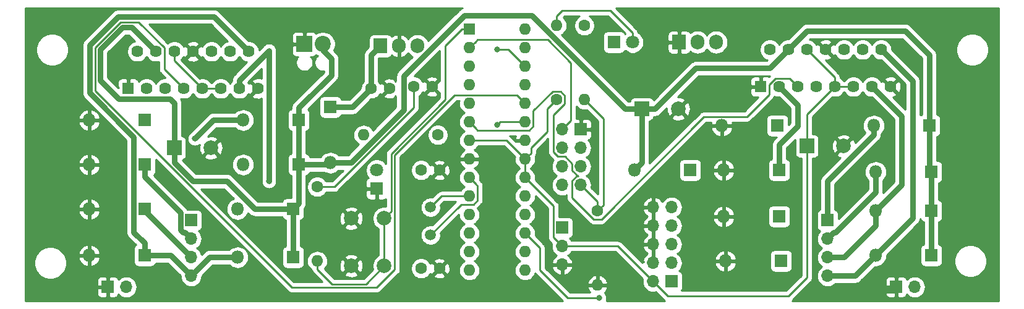
<source format=gbr>
G04 #@! TF.GenerationSoftware,KiCad,Pcbnew,(5.1.4)-1*
G04 #@! TF.CreationDate,2019-12-28T20:01:16+00:00*
G04 #@! TF.ProjectId,Plotter,506c6f74-7465-4722-9e6b-696361645f70,V1.0*
G04 #@! TF.SameCoordinates,Original*
G04 #@! TF.FileFunction,Copper,L2,Bot*
G04 #@! TF.FilePolarity,Positive*
%FSLAX46Y46*%
G04 Gerber Fmt 4.6, Leading zero omitted, Abs format (unit mm)*
G04 Created by KiCad (PCBNEW (5.1.4)-1) date 2019-12-28 20:01:16*
%MOMM*%
%LPD*%
G04 APERTURE LIST*
%ADD10R,1.700000X1.700000*%
%ADD11O,1.700000X1.700000*%
%ADD12R,1.620000X1.620000*%
%ADD13C,1.620000*%
%ADD14C,1.600000*%
%ADD15R,1.800000X1.800000*%
%ADD16O,1.800000X1.800000*%
%ADD17C,1.800000*%
%ADD18R,2.200000X2.200000*%
%ADD19C,2.200000*%
%ADD20O,1.600000X1.600000*%
%ADD21C,2.000000*%
%ADD22R,1.600000X1.600000*%
%ADD23R,1.905000X2.000000*%
%ADD24O,1.905000X2.000000*%
%ADD25C,1.500000*%
%ADD26R,2.000000X2.000000*%
%ADD27C,0.800000*%
%ADD28C,0.800000*%
%ADD29C,0.250000*%
%ADD30C,0.254000*%
G04 APERTURE END LIST*
D10*
X160528000Y-112268000D03*
D11*
X160528000Y-114808000D03*
X160528000Y-117348000D03*
D12*
X187706000Y-92964000D03*
D13*
X188976000Y-87884000D03*
X190246000Y-92964000D03*
X191516000Y-87884000D03*
X192786000Y-92964000D03*
X194056000Y-87884000D03*
X195326000Y-92964000D03*
X196596000Y-87884000D03*
X197866000Y-92964000D03*
X199136000Y-87884000D03*
X200406000Y-92964000D03*
X201676000Y-87884000D03*
X202946000Y-92964000D03*
X204216000Y-87884000D03*
X205486000Y-92964000D03*
D14*
X136866000Y-93218000D03*
X134366000Y-93218000D03*
X140208000Y-92964000D03*
X142708000Y-92964000D03*
X141224000Y-117856000D03*
X143724000Y-117856000D03*
X143724000Y-104394000D03*
X141224000Y-104394000D03*
D15*
X128778000Y-95758000D03*
D16*
X128778000Y-103378000D03*
D15*
X135128000Y-106934000D03*
D17*
X135128000Y-104394000D03*
X170180000Y-86868000D03*
D15*
X167640000Y-86868000D03*
D16*
X203200000Y-98298000D03*
D15*
X210820000Y-98298000D03*
D16*
X182372000Y-98298000D03*
D15*
X189992000Y-98298000D03*
D16*
X116840000Y-97536000D03*
D15*
X124460000Y-97536000D03*
D16*
X95758000Y-97536000D03*
D15*
X103378000Y-97536000D03*
X211074000Y-104648000D03*
D16*
X203454000Y-104648000D03*
D15*
X190246000Y-104394000D03*
D16*
X182626000Y-104394000D03*
D15*
X124460000Y-103632000D03*
D16*
X116840000Y-103632000D03*
D15*
X103378000Y-103632000D03*
D16*
X95758000Y-103632000D03*
D15*
X211074000Y-109982000D03*
D16*
X203454000Y-109982000D03*
X182626000Y-110744000D03*
D15*
X190246000Y-110744000D03*
D16*
X116078000Y-109728000D03*
D15*
X123698000Y-109728000D03*
D16*
X95758000Y-109728000D03*
D15*
X103378000Y-109728000D03*
X211074000Y-116078000D03*
D16*
X203454000Y-116078000D03*
D15*
X190500000Y-116840000D03*
D16*
X182880000Y-116840000D03*
D15*
X123698000Y-116332000D03*
D16*
X116078000Y-116332000D03*
X95758000Y-116078000D03*
D15*
X103378000Y-116078000D03*
D18*
X125222000Y-87122000D03*
D19*
X127762000Y-87122000D03*
D10*
X175514000Y-119634000D03*
D11*
X172974000Y-119634000D03*
X175514000Y-117094000D03*
X172974000Y-117094000D03*
X175514000Y-114554000D03*
X172974000Y-114554000D03*
X175514000Y-112014000D03*
X172974000Y-112014000D03*
X175514000Y-109474000D03*
X172974000Y-109474000D03*
D10*
X163068000Y-98806000D03*
D11*
X160528000Y-98806000D03*
X163068000Y-101346000D03*
X160528000Y-101346000D03*
X163068000Y-103886000D03*
X160528000Y-103886000D03*
X163068000Y-106426000D03*
X160528000Y-106426000D03*
D10*
X196850000Y-111252000D03*
D11*
X196850000Y-113792000D03*
X196850000Y-116332000D03*
X196850000Y-118872000D03*
X109728000Y-118872000D03*
X109728000Y-116332000D03*
X109728000Y-113792000D03*
D10*
X109728000Y-111252000D03*
D20*
X133350000Y-99568000D03*
D14*
X143510000Y-99568000D03*
X127000000Y-106680000D03*
D20*
X127000000Y-116840000D03*
D14*
X159766000Y-94742000D03*
D20*
X159766000Y-84582000D03*
D21*
X136144000Y-117498000D03*
X131644000Y-117498000D03*
X136144000Y-110998000D03*
X131644000Y-110998000D03*
D22*
X147828000Y-85090000D03*
D20*
X155448000Y-118110000D03*
X147828000Y-87630000D03*
X155448000Y-115570000D03*
X147828000Y-90170000D03*
X155448000Y-113030000D03*
X147828000Y-92710000D03*
X155448000Y-110490000D03*
X147828000Y-95250000D03*
X155448000Y-107950000D03*
X147828000Y-97790000D03*
X155448000Y-105410000D03*
X147828000Y-100330000D03*
X155448000Y-102870000D03*
X147828000Y-102870000D03*
X155448000Y-100330000D03*
X147828000Y-105410000D03*
X155448000Y-97790000D03*
X147828000Y-107950000D03*
X155448000Y-95250000D03*
X147828000Y-110490000D03*
X155448000Y-92710000D03*
X147828000Y-113030000D03*
X155448000Y-90170000D03*
X147828000Y-115570000D03*
X155448000Y-87630000D03*
X147828000Y-118110000D03*
X155448000Y-85090000D03*
D23*
X135636000Y-87376000D03*
D24*
X138176000Y-87376000D03*
X140716000Y-87376000D03*
D13*
X118872000Y-93218000D03*
X117602000Y-88138000D03*
X116332000Y-93218000D03*
X115062000Y-88138000D03*
X113792000Y-93218000D03*
X112522000Y-88138000D03*
X111252000Y-93218000D03*
X109982000Y-88138000D03*
X108712000Y-93218000D03*
X107442000Y-88138000D03*
X106172000Y-93218000D03*
X104902000Y-88138000D03*
X103632000Y-93218000D03*
X102362000Y-88138000D03*
D12*
X101092000Y-93218000D03*
D25*
X142494000Y-109474000D03*
X142494000Y-113274000D03*
D26*
X171450000Y-96012000D03*
D21*
X176450000Y-96012000D03*
X112442000Y-101346000D03*
D26*
X107442000Y-101346000D03*
X194056000Y-101092000D03*
D21*
X199056000Y-101092000D03*
D15*
X178054000Y-104394000D03*
D16*
X170434000Y-104394000D03*
D14*
X163576000Y-84582000D03*
D20*
X163576000Y-94742000D03*
X165354000Y-120142000D03*
D14*
X165354000Y-109982000D03*
D23*
X176530000Y-86868000D03*
D24*
X179070000Y-86868000D03*
X181610000Y-86868000D03*
D10*
X98298000Y-120396000D03*
D11*
X100838000Y-120396000D03*
X208788000Y-120396000D03*
D10*
X206248000Y-120396000D03*
D27*
X151892000Y-103886000D03*
X189738000Y-95250000D03*
X110236000Y-100076000D03*
X120396000Y-105918000D03*
X165608000Y-121920000D03*
X151638000Y-98190001D03*
X151638000Y-87884000D03*
D28*
X131826000Y-95758000D02*
X134366000Y-93218000D01*
X128778000Y-95758000D02*
X131826000Y-95758000D01*
X134366000Y-88646000D02*
X135636000Y-87376000D01*
X134366000Y-93218000D02*
X134366000Y-88646000D01*
X206248000Y-120904000D02*
X196258702Y-120904000D01*
D29*
X148627999Y-106209999D02*
X147828000Y-105410000D01*
X148953001Y-106535001D02*
X148627999Y-106209999D01*
X148953001Y-108490001D02*
X148953001Y-106535001D01*
X148368001Y-109075001D02*
X148953001Y-108490001D01*
X146692999Y-109075001D02*
X148368001Y-109075001D01*
X142494000Y-113274000D02*
X146692999Y-109075001D01*
X144018000Y-107950000D02*
X147828000Y-107950000D01*
X142494000Y-109474000D02*
X144018000Y-107950000D01*
X170180000Y-85595208D02*
X167134792Y-82550000D01*
X170180000Y-86868000D02*
X170180000Y-85595208D01*
X167134792Y-82550000D02*
X160528000Y-82550000D01*
X159766000Y-83312000D02*
X159766000Y-84582000D01*
X160528000Y-82550000D02*
X159766000Y-83312000D01*
D28*
X196850000Y-109602000D02*
X196850000Y-111252000D01*
X196850000Y-105920792D02*
X196850000Y-109602000D01*
X203200000Y-99570792D02*
X196850000Y-105920792D01*
X203200000Y-98298000D02*
X203200000Y-99570792D01*
X116840000Y-97536000D02*
X112776000Y-97536000D01*
X112776000Y-97536000D02*
X110236000Y-100076000D01*
X190246000Y-100924002D02*
X192786000Y-98384002D01*
X190246000Y-104394000D02*
X190246000Y-100924002D01*
X192786000Y-95504000D02*
X190246000Y-92964000D01*
X192786000Y-98384002D02*
X192786000Y-95504000D01*
X197699999Y-112942001D02*
X196850000Y-113792000D01*
X197940001Y-112942001D02*
X197699999Y-112942001D01*
X203454000Y-107428002D02*
X197940001Y-112942001D01*
X203454000Y-104648000D02*
X203454000Y-107428002D01*
X108878001Y-112942001D02*
X109728000Y-113792000D01*
X108637999Y-112942001D02*
X108878001Y-112942001D01*
X108277999Y-112582001D02*
X108637999Y-112942001D01*
X108277999Y-110231999D02*
X108277999Y-112582001D01*
X103378000Y-105332000D02*
X108277999Y-110231999D01*
X103378000Y-103632000D02*
X103378000Y-105332000D01*
X203454000Y-112014000D02*
X203454000Y-109982000D01*
X196850000Y-116332000D02*
X199136000Y-116332000D01*
X199136000Y-116332000D02*
X203454000Y-112014000D01*
X207010000Y-97028000D02*
X202946000Y-92964000D01*
X203454000Y-109982000D02*
X207010000Y-106426000D01*
X207010000Y-106426000D02*
X207010000Y-97028000D01*
X103378000Y-109982000D02*
X103378000Y-109728000D01*
X109728000Y-116332000D02*
X103378000Y-109982000D01*
X120396000Y-88008488D02*
X120396000Y-105918000D01*
X116332000Y-93218000D02*
X116332000Y-92072488D01*
X116332000Y-92072488D02*
X120396000Y-88008488D01*
X203454000Y-116078000D02*
X208534000Y-110998000D01*
X208534000Y-92202000D02*
X204216000Y-87884000D01*
X208534000Y-110998000D02*
X208534000Y-92202000D01*
X200660000Y-118872000D02*
X196850000Y-118872000D01*
X203454000Y-116078000D02*
X200660000Y-118872000D01*
X112268000Y-116332000D02*
X109728000Y-118872000D01*
X116078000Y-116332000D02*
X112268000Y-116332000D01*
X106934000Y-116078000D02*
X109728000Y-118872000D01*
X103378000Y-116078000D02*
X106934000Y-116078000D01*
X101877999Y-112877999D02*
X103378000Y-114378000D01*
X101877999Y-99864635D02*
X101877999Y-112877999D01*
X95831980Y-93818616D02*
X101877999Y-99864635D01*
X95831980Y-87283384D02*
X95831980Y-93818616D01*
X99729384Y-83385980D02*
X95831980Y-87283384D01*
X112849980Y-83385980D02*
X99729384Y-83385980D01*
X103378000Y-114378000D02*
X103378000Y-116078000D01*
X117602000Y-88138000D02*
X112849980Y-83385980D01*
D29*
X165608000Y-121920000D02*
X161290000Y-121920000D01*
X161290000Y-121920000D02*
X157480000Y-118110000D01*
X156247999Y-113829999D02*
X155448000Y-113030000D01*
X157480000Y-115062000D02*
X156247999Y-113829999D01*
X157480000Y-118110000D02*
X157480000Y-115062000D01*
X136144000Y-116083787D02*
X136144000Y-110998000D01*
X136144000Y-117498000D02*
X136144000Y-116083787D01*
X127000000Y-117971370D02*
X129032000Y-120003370D01*
X127000000Y-116840000D02*
X127000000Y-117971370D01*
X133638630Y-120003370D02*
X136144000Y-117498000D01*
X129032000Y-120003370D02*
X133638630Y-120003370D01*
X137143999Y-109998001D02*
X137143999Y-102124001D01*
X136144000Y-110998000D02*
X137143999Y-109998001D01*
X137143999Y-102124001D02*
X144526000Y-94742000D01*
X146778000Y-85090000D02*
X147828000Y-85090000D01*
X144526000Y-87342000D02*
X146778000Y-85090000D01*
X144526000Y-94742000D02*
X144526000Y-87342000D01*
X148627999Y-86830001D02*
X147828000Y-87630000D01*
X148953001Y-86504999D02*
X148627999Y-86830001D01*
X158528001Y-86504999D02*
X148953001Y-86504999D01*
X161703001Y-89679999D02*
X158528001Y-86504999D01*
X161703001Y-97630999D02*
X161703001Y-89679999D01*
X160528000Y-98806000D02*
X161703001Y-97630999D01*
X148953001Y-98915001D02*
X148627999Y-98589999D01*
X155988001Y-98915001D02*
X148953001Y-98915001D01*
X156573001Y-98330001D02*
X155988001Y-98915001D01*
X159225999Y-93616999D02*
X156573001Y-96269997D01*
X160306001Y-93616999D02*
X159225999Y-93616999D01*
X160891001Y-95282001D02*
X160891001Y-94201999D01*
X159352999Y-96820003D02*
X160891001Y-95282001D01*
X148627999Y-98589999D02*
X147828000Y-97790000D01*
X156573001Y-96269997D02*
X156573001Y-98330001D01*
X159352999Y-101910001D02*
X159352999Y-96820003D01*
X159963999Y-102521001D02*
X159352999Y-101910001D01*
X160902003Y-102521001D02*
X159963999Y-102521001D01*
X161892999Y-104450001D02*
X161892999Y-103511997D01*
X161892999Y-103511997D02*
X160902003Y-102521001D01*
X161892999Y-105861999D02*
X162503999Y-105250999D01*
X161892999Y-108186001D02*
X161892999Y-105861999D01*
X160891001Y-94201999D02*
X160306001Y-93616999D01*
X164813999Y-111107001D02*
X161892999Y-108186001D01*
X179928003Y-97072999D02*
X165894001Y-111107001D01*
X185802003Y-97072999D02*
X179928003Y-97072999D01*
X162693997Y-105250999D02*
X161892999Y-104450001D01*
X188841001Y-94034001D02*
X185802003Y-97072999D01*
X162503999Y-105250999D02*
X162693997Y-105250999D01*
X188841001Y-92689197D02*
X188841001Y-94034001D01*
X189701199Y-91828999D02*
X188841001Y-92689197D01*
X165894001Y-111107001D02*
X164813999Y-111107001D01*
X191650999Y-91828999D02*
X189701199Y-91828999D01*
X192786000Y-92964000D02*
X191650999Y-91828999D01*
X152038001Y-97790000D02*
X155448000Y-97790000D01*
X151638000Y-98190001D02*
X152038001Y-97790000D01*
X107902001Y-92408001D02*
X108712000Y-93218000D01*
X106037001Y-90543001D02*
X107902001Y-92408001D01*
X96556990Y-87583692D02*
X100029692Y-84110990D01*
X96556990Y-93518308D02*
X96556990Y-87583692D01*
X123492061Y-120453379D02*
X96556990Y-93518308D01*
X137594009Y-118008993D02*
X135149623Y-120453379D01*
X137594009Y-102310401D02*
X137594009Y-118008993D01*
X102554792Y-84110990D02*
X106037001Y-87593199D01*
X100029692Y-84110990D02*
X102554792Y-84110990D01*
X145779411Y-94124999D02*
X137594009Y-102310401D01*
X106037001Y-87593199D02*
X106037001Y-90543001D01*
X135149623Y-120453379D02*
X123492061Y-120453379D01*
X154322999Y-94124999D02*
X145779411Y-94124999D01*
X155448000Y-95250000D02*
X154322999Y-94124999D01*
X153162000Y-87884000D02*
X155448000Y-90170000D01*
X151638000Y-87884000D02*
X153162000Y-87884000D01*
X152908000Y-100330000D02*
X155448000Y-102870000D01*
X147828000Y-100330000D02*
X152908000Y-100330000D01*
X155448000Y-104001370D02*
X155448000Y-105410000D01*
X155448000Y-102870000D02*
X155448000Y-104001370D01*
X156247999Y-101346999D02*
X158496000Y-99098998D01*
X155448000Y-102870000D02*
X156247999Y-102070001D01*
X156247999Y-102070001D02*
X156247999Y-101346999D01*
X158496000Y-96012000D02*
X159766000Y-94742000D01*
X158496000Y-99098998D02*
X158496000Y-96012000D01*
X172974000Y-119634000D02*
X175006000Y-121666000D01*
X175006000Y-121666000D02*
X191516000Y-121666000D01*
X194056000Y-119126000D02*
X194056000Y-101092000D01*
X191516000Y-121666000D02*
X194056000Y-119126000D01*
X194056000Y-96774000D02*
X197866000Y-92964000D01*
X194056000Y-101092000D02*
X194056000Y-96774000D01*
X197866000Y-92964000D02*
X200406000Y-92964000D01*
X197866000Y-91694000D02*
X194056000Y-87884000D01*
X197866000Y-92964000D02*
X197866000Y-91694000D01*
X128131370Y-106680000D02*
X127000000Y-106680000D01*
X129335320Y-106680000D02*
X128131370Y-106680000D01*
X140208000Y-95807320D02*
X129335320Y-106680000D01*
X140208000Y-92964000D02*
X140208000Y-95807320D01*
X112646488Y-93218000D02*
X111252000Y-93218000D01*
X113792000Y-93218000D02*
X112646488Y-93218000D01*
X107442000Y-89408000D02*
X107442000Y-88138000D01*
X111252000Y-93218000D02*
X107442000Y-89408000D01*
X168148000Y-114808000D02*
X172974000Y-119634000D01*
X160528000Y-114808000D02*
X168148000Y-114808000D01*
X156247999Y-106209999D02*
X155448000Y-105410000D01*
X159352999Y-109314999D02*
X156247999Y-106209999D01*
X159352999Y-113632999D02*
X159352999Y-109314999D01*
X160528000Y-114808000D02*
X159352999Y-113632999D01*
D28*
X124460000Y-95836000D02*
X124460000Y-97536000D01*
X128912001Y-91383999D02*
X124460000Y-95836000D01*
X128912001Y-89109999D02*
X128912001Y-91383999D01*
X127762000Y-87959998D02*
X128912001Y-89109999D01*
X127762000Y-87122000D02*
X127762000Y-87959998D01*
X124460000Y-97536000D02*
X124460000Y-103632000D01*
X124460000Y-108966000D02*
X123698000Y-109728000D01*
X124460000Y-103632000D02*
X124460000Y-108966000D01*
X123698000Y-109728000D02*
X123698000Y-116332000D01*
X118455998Y-109728000D02*
X114645998Y-105918000D01*
X123698000Y-109728000D02*
X118455998Y-109728000D01*
X114645998Y-105918000D02*
X109982000Y-105918000D01*
X107442000Y-103378000D02*
X107442000Y-101346000D01*
X109982000Y-105918000D02*
X107442000Y-103378000D01*
X99801999Y-94628001D02*
X97282000Y-92108002D01*
X106848801Y-94628001D02*
X99801999Y-94628001D01*
X107442000Y-101346000D02*
X107442000Y-95221200D01*
X107442000Y-95221200D02*
X106848801Y-94628001D01*
X97282000Y-92108002D02*
X97282000Y-87884000D01*
X97282000Y-87884000D02*
X100330000Y-84836000D01*
X101600000Y-84836000D02*
X104902000Y-88138000D01*
X100330000Y-84836000D02*
X101600000Y-84836000D01*
X128524000Y-103632000D02*
X128778000Y-103378000D01*
X124460000Y-103632000D02*
X128524000Y-103632000D01*
X169650000Y-96012000D02*
X171450000Y-96012000D01*
X169164000Y-96012000D02*
X169650000Y-96012000D01*
X156333999Y-83181999D02*
X169164000Y-96012000D01*
X138807999Y-91527081D02*
X147153081Y-83181999D01*
X138807999Y-96182003D02*
X138807999Y-91527081D01*
X147153081Y-83181999D02*
X156333999Y-83181999D01*
X131612002Y-103378000D02*
X138807999Y-96182003D01*
X128778000Y-103378000D02*
X131612002Y-103378000D01*
X171450000Y-103378000D02*
X170434000Y-104394000D01*
X171450000Y-96012000D02*
X171450000Y-103378000D01*
X171450000Y-96012000D02*
X173250000Y-96012000D01*
X173250000Y-96012000D02*
X178838000Y-90424000D01*
X210820000Y-88646000D02*
X210820000Y-98298000D01*
X207518000Y-85344000D02*
X210820000Y-88646000D01*
X210820000Y-104394000D02*
X211074000Y-104648000D01*
X210820000Y-98298000D02*
X210820000Y-104394000D01*
X211074000Y-104648000D02*
X211074000Y-109982000D01*
X211074000Y-109982000D02*
X211074000Y-116078000D01*
X194056000Y-85344000D02*
X191516000Y-87884000D01*
X207518000Y-85344000D02*
X194056000Y-85344000D01*
X188976000Y-90424000D02*
X191516000Y-87884000D01*
X181356000Y-90424000D02*
X188976000Y-90424000D01*
X181356000Y-90424000D02*
X182118000Y-90424000D01*
X178838000Y-90424000D02*
X181356000Y-90424000D01*
D29*
X165354000Y-108712000D02*
X165354000Y-109982000D01*
X163068000Y-106426000D02*
X165354000Y-108712000D01*
X164375999Y-95541999D02*
X163576000Y-94742000D01*
X166153999Y-97319999D02*
X164375999Y-95541999D01*
X166153999Y-109182001D02*
X166153999Y-97319999D01*
X165354000Y-109982000D02*
X166153999Y-109182001D01*
D30*
G36*
X220320000Y-122276000D02*
G01*
X191970707Y-122276000D01*
X192056001Y-122206001D01*
X192079804Y-122176997D01*
X193010801Y-121246000D01*
X204759928Y-121246000D01*
X204772188Y-121370482D01*
X204808498Y-121490180D01*
X204867463Y-121600494D01*
X204946815Y-121697185D01*
X205043506Y-121776537D01*
X205153820Y-121835502D01*
X205273518Y-121871812D01*
X205398000Y-121884072D01*
X205962250Y-121881000D01*
X206121000Y-121722250D01*
X206121000Y-120523000D01*
X204921750Y-120523000D01*
X204763000Y-120681750D01*
X204759928Y-121246000D01*
X193010801Y-121246000D01*
X194567009Y-119689794D01*
X194596001Y-119666001D01*
X194619795Y-119637008D01*
X194619799Y-119637004D01*
X194690973Y-119550277D01*
X194690974Y-119550276D01*
X194761546Y-119418247D01*
X194805003Y-119274986D01*
X194816000Y-119163333D01*
X194816000Y-119163324D01*
X194819676Y-119126001D01*
X194816000Y-119088678D01*
X194816000Y-102730072D01*
X195056000Y-102730072D01*
X195180482Y-102717812D01*
X195300180Y-102681502D01*
X195410494Y-102622537D01*
X195507185Y-102543185D01*
X195586537Y-102446494D01*
X195645502Y-102336180D01*
X195681812Y-102216482D01*
X195694072Y-102092000D01*
X195694072Y-101154595D01*
X197414282Y-101154595D01*
X197458039Y-101473675D01*
X197563205Y-101778088D01*
X197656186Y-101952044D01*
X197920587Y-102047808D01*
X198876395Y-101092000D01*
X197920587Y-100136192D01*
X197656186Y-100231956D01*
X197515296Y-100521571D01*
X197433616Y-100833108D01*
X197414282Y-101154595D01*
X195694072Y-101154595D01*
X195694072Y-100092000D01*
X195681812Y-99967518D01*
X195678497Y-99956587D01*
X198100192Y-99956587D01*
X199056000Y-100912395D01*
X200011808Y-99956587D01*
X199916044Y-99692186D01*
X199626429Y-99551296D01*
X199314892Y-99469616D01*
X198993405Y-99450282D01*
X198674325Y-99494039D01*
X198369912Y-99599205D01*
X198195956Y-99692186D01*
X198100192Y-99956587D01*
X195678497Y-99956587D01*
X195645502Y-99847820D01*
X195586537Y-99737506D01*
X195507185Y-99640815D01*
X195410494Y-99561463D01*
X195300180Y-99502498D01*
X195180482Y-99466188D01*
X195056000Y-99453928D01*
X194816000Y-99453928D01*
X194816000Y-97088801D01*
X197533609Y-94371193D01*
X197723680Y-94409000D01*
X198008320Y-94409000D01*
X198287491Y-94353470D01*
X198550464Y-94244543D01*
X198787134Y-94086405D01*
X198988405Y-93885134D01*
X199096071Y-93724000D01*
X199175929Y-93724000D01*
X199283595Y-93885134D01*
X199484866Y-94086405D01*
X199721536Y-94244543D01*
X199984509Y-94353470D01*
X200263680Y-94409000D01*
X200548320Y-94409000D01*
X200827491Y-94353470D01*
X201090464Y-94244543D01*
X201327134Y-94086405D01*
X201528405Y-93885134D01*
X201676000Y-93664243D01*
X201823595Y-93885134D01*
X202024866Y-94086405D01*
X202261536Y-94244543D01*
X202524509Y-94353470D01*
X202803680Y-94409000D01*
X202927290Y-94409000D01*
X205975001Y-97456712D01*
X205975000Y-105997289D01*
X204488514Y-107483776D01*
X204489000Y-107478840D01*
X204489000Y-107478831D01*
X204494006Y-107428003D01*
X204489000Y-107377175D01*
X204489000Y-105784341D01*
X204544661Y-105738661D01*
X204736481Y-105504927D01*
X204879017Y-105238261D01*
X204966790Y-104948913D01*
X204996427Y-104648000D01*
X204966790Y-104347087D01*
X204879017Y-104057739D01*
X204736481Y-103791073D01*
X204544661Y-103557339D01*
X204310927Y-103365519D01*
X204044261Y-103222983D01*
X203754913Y-103135210D01*
X203529408Y-103113000D01*
X203378592Y-103113000D01*
X203153087Y-103135210D01*
X202863739Y-103222983D01*
X202597073Y-103365519D01*
X202363339Y-103557339D01*
X202171519Y-103791073D01*
X202028983Y-104057739D01*
X201941210Y-104347087D01*
X201911573Y-104648000D01*
X201941210Y-104948913D01*
X202028983Y-105238261D01*
X202171519Y-105504927D01*
X202363339Y-105738661D01*
X202419000Y-105784341D01*
X202419001Y-106999290D01*
X198338072Y-111080220D01*
X198338072Y-110402000D01*
X198325812Y-110277518D01*
X198289502Y-110157820D01*
X198230537Y-110047506D01*
X198151185Y-109950815D01*
X198054494Y-109871463D01*
X197944180Y-109812498D01*
X197885000Y-109794546D01*
X197885000Y-106349502D01*
X203895908Y-100338595D01*
X203935396Y-100306188D01*
X203996317Y-100231956D01*
X204064734Y-100148590D01*
X204148696Y-99991506D01*
X204160841Y-99968785D01*
X204220024Y-99773687D01*
X204235000Y-99621630D01*
X204235000Y-99621621D01*
X204240006Y-99570793D01*
X204235000Y-99519965D01*
X204235000Y-99434341D01*
X204290661Y-99388661D01*
X204482481Y-99154927D01*
X204625017Y-98888261D01*
X204712790Y-98598913D01*
X204742427Y-98298000D01*
X204712790Y-97997087D01*
X204625017Y-97707739D01*
X204482481Y-97441073D01*
X204290661Y-97207339D01*
X204056927Y-97015519D01*
X203790261Y-96872983D01*
X203500913Y-96785210D01*
X203275408Y-96763000D01*
X203124592Y-96763000D01*
X202899087Y-96785210D01*
X202609739Y-96872983D01*
X202343073Y-97015519D01*
X202109339Y-97207339D01*
X201917519Y-97441073D01*
X201774983Y-97707739D01*
X201687210Y-97997087D01*
X201657573Y-98298000D01*
X201687210Y-98598913D01*
X201774983Y-98888261D01*
X201917519Y-99154927D01*
X202023282Y-99283799D01*
X200639273Y-100667809D01*
X200548795Y-100405912D01*
X200455814Y-100231956D01*
X200191413Y-100136192D01*
X199235605Y-101092000D01*
X199249748Y-101106143D01*
X199070143Y-101285748D01*
X199056000Y-101271605D01*
X198100192Y-102227413D01*
X198195956Y-102491814D01*
X198485571Y-102632704D01*
X198635158Y-102671923D01*
X196154097Y-105152985D01*
X196114604Y-105185396D01*
X195985266Y-105342995D01*
X195889159Y-105522800D01*
X195829976Y-105717898D01*
X195815000Y-105869955D01*
X195815000Y-105869964D01*
X195809994Y-105920792D01*
X195815000Y-105971620D01*
X195815001Y-109551153D01*
X195815000Y-109551163D01*
X195815000Y-109794546D01*
X195755820Y-109812498D01*
X195645506Y-109871463D01*
X195548815Y-109950815D01*
X195469463Y-110047506D01*
X195410498Y-110157820D01*
X195374188Y-110277518D01*
X195361928Y-110402000D01*
X195361928Y-112102000D01*
X195374188Y-112226482D01*
X195410498Y-112346180D01*
X195469463Y-112456494D01*
X195548815Y-112553185D01*
X195645506Y-112632537D01*
X195755820Y-112691502D01*
X195824687Y-112712393D01*
X195794866Y-112736866D01*
X195609294Y-112962986D01*
X195471401Y-113220966D01*
X195386487Y-113500889D01*
X195357815Y-113792000D01*
X195386487Y-114083111D01*
X195471401Y-114363034D01*
X195609294Y-114621014D01*
X195794866Y-114847134D01*
X196020986Y-115032706D01*
X196075791Y-115062000D01*
X196020986Y-115091294D01*
X195794866Y-115276866D01*
X195609294Y-115502986D01*
X195471401Y-115760966D01*
X195386487Y-116040889D01*
X195357815Y-116332000D01*
X195386487Y-116623111D01*
X195471401Y-116903034D01*
X195609294Y-117161014D01*
X195794866Y-117387134D01*
X196020986Y-117572706D01*
X196075791Y-117602000D01*
X196020986Y-117631294D01*
X195794866Y-117816866D01*
X195609294Y-118042986D01*
X195471401Y-118300966D01*
X195386487Y-118580889D01*
X195357815Y-118872000D01*
X195386487Y-119163111D01*
X195471401Y-119443034D01*
X195609294Y-119701014D01*
X195794866Y-119927134D01*
X196020986Y-120112706D01*
X196278966Y-120250599D01*
X196558889Y-120335513D01*
X196777050Y-120357000D01*
X196922950Y-120357000D01*
X197141111Y-120335513D01*
X197421034Y-120250599D01*
X197679014Y-120112706D01*
X197905134Y-119927134D01*
X197921658Y-119907000D01*
X200609172Y-119907000D01*
X200660000Y-119912006D01*
X200710828Y-119907000D01*
X200710838Y-119907000D01*
X200862895Y-119892024D01*
X201057993Y-119832841D01*
X201237797Y-119736734D01*
X201395396Y-119607396D01*
X201427807Y-119567903D01*
X201449710Y-119546000D01*
X204759928Y-119546000D01*
X204763000Y-120110250D01*
X204921750Y-120269000D01*
X206121000Y-120269000D01*
X206121000Y-119069750D01*
X206375000Y-119069750D01*
X206375000Y-120269000D01*
X206395000Y-120269000D01*
X206395000Y-120523000D01*
X206375000Y-120523000D01*
X206375000Y-121722250D01*
X206533750Y-121881000D01*
X207098000Y-121884072D01*
X207222482Y-121871812D01*
X207342180Y-121835502D01*
X207452494Y-121776537D01*
X207549185Y-121697185D01*
X207628537Y-121600494D01*
X207687502Y-121490180D01*
X207708393Y-121421313D01*
X207732866Y-121451134D01*
X207958986Y-121636706D01*
X208216966Y-121774599D01*
X208496889Y-121859513D01*
X208715050Y-121881000D01*
X208860950Y-121881000D01*
X209079111Y-121859513D01*
X209359034Y-121774599D01*
X209617014Y-121636706D01*
X209843134Y-121451134D01*
X210028706Y-121225014D01*
X210166599Y-120967034D01*
X210251513Y-120687111D01*
X210280185Y-120396000D01*
X210251513Y-120104889D01*
X210166599Y-119824966D01*
X210028706Y-119566986D01*
X209843134Y-119340866D01*
X209617014Y-119155294D01*
X209359034Y-119017401D01*
X209079111Y-118932487D01*
X208860950Y-118911000D01*
X208715050Y-118911000D01*
X208496889Y-118932487D01*
X208216966Y-119017401D01*
X207958986Y-119155294D01*
X207732866Y-119340866D01*
X207708393Y-119370687D01*
X207687502Y-119301820D01*
X207628537Y-119191506D01*
X207549185Y-119094815D01*
X207452494Y-119015463D01*
X207342180Y-118956498D01*
X207222482Y-118920188D01*
X207098000Y-118907928D01*
X206533750Y-118911000D01*
X206375000Y-119069750D01*
X206121000Y-119069750D01*
X205962250Y-118911000D01*
X205398000Y-118907928D01*
X205273518Y-118920188D01*
X205153820Y-118956498D01*
X205043506Y-119015463D01*
X204946815Y-119094815D01*
X204867463Y-119191506D01*
X204808498Y-119301820D01*
X204772188Y-119421518D01*
X204759928Y-119546000D01*
X201449710Y-119546000D01*
X203382711Y-117613000D01*
X203529408Y-117613000D01*
X203754913Y-117590790D01*
X204044261Y-117503017D01*
X204310927Y-117360481D01*
X204544661Y-117168661D01*
X204736481Y-116934927D01*
X204879017Y-116668261D01*
X204966790Y-116378913D01*
X204996427Y-116078000D01*
X204989369Y-116006341D01*
X209229908Y-111765803D01*
X209269396Y-111733396D01*
X209320767Y-111670800D01*
X209398734Y-111575798D01*
X209483078Y-111418000D01*
X209494841Y-111395993D01*
X209554024Y-111200895D01*
X209567048Y-111068656D01*
X209584498Y-111126180D01*
X209643463Y-111236494D01*
X209722815Y-111333185D01*
X209819506Y-111412537D01*
X209929820Y-111471502D01*
X210039000Y-111504621D01*
X210039001Y-114555378D01*
X209929820Y-114588498D01*
X209819506Y-114647463D01*
X209722815Y-114726815D01*
X209643463Y-114823506D01*
X209584498Y-114933820D01*
X209548188Y-115053518D01*
X209535928Y-115178000D01*
X209535928Y-116978000D01*
X209548188Y-117102482D01*
X209584498Y-117222180D01*
X209643463Y-117332494D01*
X209722815Y-117429185D01*
X209819506Y-117508537D01*
X209929820Y-117567502D01*
X210049518Y-117603812D01*
X210174000Y-117616072D01*
X211974000Y-117616072D01*
X212098482Y-117603812D01*
X212218180Y-117567502D01*
X212328494Y-117508537D01*
X212425185Y-117429185D01*
X212504537Y-117332494D01*
X212563502Y-117222180D01*
X212599812Y-117102482D01*
X212612072Y-116978000D01*
X212612072Y-116619872D01*
X214173000Y-116619872D01*
X214173000Y-117060128D01*
X214258890Y-117491925D01*
X214427369Y-117898669D01*
X214671962Y-118264729D01*
X214983271Y-118576038D01*
X215349331Y-118820631D01*
X215756075Y-118989110D01*
X216187872Y-119075000D01*
X216628128Y-119075000D01*
X217059925Y-118989110D01*
X217466669Y-118820631D01*
X217832729Y-118576038D01*
X218144038Y-118264729D01*
X218388631Y-117898669D01*
X218557110Y-117491925D01*
X218643000Y-117060128D01*
X218643000Y-116619872D01*
X218557110Y-116188075D01*
X218388631Y-115781331D01*
X218144038Y-115415271D01*
X217832729Y-115103962D01*
X217466669Y-114859369D01*
X217059925Y-114690890D01*
X216628128Y-114605000D01*
X216187872Y-114605000D01*
X215756075Y-114690890D01*
X215349331Y-114859369D01*
X214983271Y-115103962D01*
X214671962Y-115415271D01*
X214427369Y-115781331D01*
X214258890Y-116188075D01*
X214173000Y-116619872D01*
X212612072Y-116619872D01*
X212612072Y-115178000D01*
X212599812Y-115053518D01*
X212563502Y-114933820D01*
X212504537Y-114823506D01*
X212425185Y-114726815D01*
X212328494Y-114647463D01*
X212218180Y-114588498D01*
X212109000Y-114555379D01*
X212109000Y-111504621D01*
X212218180Y-111471502D01*
X212328494Y-111412537D01*
X212425185Y-111333185D01*
X212504537Y-111236494D01*
X212563502Y-111126180D01*
X212599812Y-111006482D01*
X212612072Y-110882000D01*
X212612072Y-109082000D01*
X212599812Y-108957518D01*
X212563502Y-108837820D01*
X212504537Y-108727506D01*
X212425185Y-108630815D01*
X212328494Y-108551463D01*
X212218180Y-108492498D01*
X212109000Y-108459379D01*
X212109000Y-106170621D01*
X212218180Y-106137502D01*
X212328494Y-106078537D01*
X212425185Y-105999185D01*
X212504537Y-105902494D01*
X212563502Y-105792180D01*
X212599812Y-105672482D01*
X212612072Y-105548000D01*
X212612072Y-103748000D01*
X212599812Y-103623518D01*
X212563502Y-103503820D01*
X212504537Y-103393506D01*
X212425185Y-103296815D01*
X212328494Y-103217463D01*
X212218180Y-103158498D01*
X212098482Y-103122188D01*
X211974000Y-103109928D01*
X211855000Y-103109928D01*
X211855000Y-99820621D01*
X211964180Y-99787502D01*
X212074494Y-99728537D01*
X212171185Y-99649185D01*
X212250537Y-99552494D01*
X212309502Y-99442180D01*
X212345812Y-99322482D01*
X212358072Y-99198000D01*
X212358072Y-97398000D01*
X212345812Y-97273518D01*
X212309502Y-97153820D01*
X212250537Y-97043506D01*
X212171185Y-96946815D01*
X212074494Y-96867463D01*
X211964180Y-96808498D01*
X211855000Y-96775379D01*
X211855000Y-88696827D01*
X211860006Y-88645999D01*
X211855000Y-88595171D01*
X211855000Y-88595162D01*
X211840024Y-88443105D01*
X211780841Y-88248007D01*
X211704764Y-88105676D01*
X211684734Y-88068202D01*
X211587803Y-87950092D01*
X211555396Y-87910604D01*
X211515908Y-87878197D01*
X211301583Y-87663872D01*
X214427000Y-87663872D01*
X214427000Y-88104128D01*
X214512890Y-88535925D01*
X214681369Y-88942669D01*
X214925962Y-89308729D01*
X215237271Y-89620038D01*
X215603331Y-89864631D01*
X216010075Y-90033110D01*
X216441872Y-90119000D01*
X216882128Y-90119000D01*
X217313925Y-90033110D01*
X217720669Y-89864631D01*
X218086729Y-89620038D01*
X218398038Y-89308729D01*
X218642631Y-88942669D01*
X218811110Y-88535925D01*
X218897000Y-88104128D01*
X218897000Y-87663872D01*
X218811110Y-87232075D01*
X218642631Y-86825331D01*
X218398038Y-86459271D01*
X218086729Y-86147962D01*
X217720669Y-85903369D01*
X217313925Y-85734890D01*
X216882128Y-85649000D01*
X216441872Y-85649000D01*
X216010075Y-85734890D01*
X215603331Y-85903369D01*
X215237271Y-86147962D01*
X214925962Y-86459271D01*
X214681369Y-86825331D01*
X214512890Y-87232075D01*
X214427000Y-87663872D01*
X211301583Y-87663872D01*
X208285807Y-84648097D01*
X208253396Y-84608604D01*
X208095797Y-84479266D01*
X207915993Y-84383159D01*
X207720895Y-84323976D01*
X207568838Y-84309000D01*
X207568828Y-84309000D01*
X207518000Y-84303994D01*
X207467172Y-84309000D01*
X194106827Y-84309000D01*
X194055999Y-84303994D01*
X194005171Y-84309000D01*
X194005162Y-84309000D01*
X193853105Y-84323976D01*
X193658007Y-84383159D01*
X193620444Y-84403237D01*
X193478202Y-84479266D01*
X193406401Y-84538192D01*
X193320604Y-84608604D01*
X193288197Y-84648092D01*
X191497290Y-86439000D01*
X191373680Y-86439000D01*
X191094509Y-86494530D01*
X190831536Y-86603457D01*
X190594866Y-86761595D01*
X190393595Y-86962866D01*
X190246000Y-87183757D01*
X190098405Y-86962866D01*
X189897134Y-86761595D01*
X189660464Y-86603457D01*
X189397491Y-86494530D01*
X189118320Y-86439000D01*
X188833680Y-86439000D01*
X188554509Y-86494530D01*
X188291536Y-86603457D01*
X188054866Y-86761595D01*
X187853595Y-86962866D01*
X187695457Y-87199536D01*
X187586530Y-87462509D01*
X187531000Y-87741680D01*
X187531000Y-88026320D01*
X187586530Y-88305491D01*
X187695457Y-88568464D01*
X187853595Y-88805134D01*
X188054866Y-89006405D01*
X188291536Y-89164543D01*
X188554509Y-89273470D01*
X188644850Y-89291440D01*
X188547290Y-89389000D01*
X178888827Y-89389000D01*
X178837999Y-89383994D01*
X178787171Y-89389000D01*
X178787162Y-89389000D01*
X178635105Y-89403976D01*
X178440007Y-89463159D01*
X178362227Y-89504733D01*
X178260202Y-89559266D01*
X178142092Y-89656197D01*
X178102604Y-89688604D01*
X178070197Y-89728092D01*
X173036356Y-94761934D01*
X172980537Y-94657506D01*
X172901185Y-94560815D01*
X172804494Y-94481463D01*
X172694180Y-94422498D01*
X172574482Y-94386188D01*
X172450000Y-94373928D01*
X170450000Y-94373928D01*
X170325518Y-94386188D01*
X170205820Y-94422498D01*
X170095506Y-94481463D01*
X169998815Y-94560815D01*
X169919463Y-94657506D01*
X169860498Y-94767820D01*
X169824188Y-94887518D01*
X169815375Y-94977000D01*
X169592711Y-94977000D01*
X160456018Y-85840307D01*
X160567101Y-85780932D01*
X160785608Y-85601608D01*
X160964932Y-85383101D01*
X161098182Y-85133808D01*
X161180236Y-84863309D01*
X161207943Y-84582000D01*
X161180236Y-84300691D01*
X161098182Y-84030192D01*
X160964932Y-83780899D01*
X160785608Y-83562392D01*
X160678396Y-83474405D01*
X160842802Y-83310000D01*
X162897046Y-83310000D01*
X162896273Y-83310320D01*
X162661241Y-83467363D01*
X162461363Y-83667241D01*
X162304320Y-83902273D01*
X162196147Y-84163426D01*
X162141000Y-84440665D01*
X162141000Y-84723335D01*
X162196147Y-85000574D01*
X162304320Y-85261727D01*
X162461363Y-85496759D01*
X162661241Y-85696637D01*
X162896273Y-85853680D01*
X163157426Y-85961853D01*
X163434665Y-86017000D01*
X163717335Y-86017000D01*
X163994574Y-85961853D01*
X164255727Y-85853680D01*
X164490759Y-85696637D01*
X164690637Y-85496759D01*
X164847680Y-85261727D01*
X164955853Y-85000574D01*
X165011000Y-84723335D01*
X165011000Y-84440665D01*
X164955853Y-84163426D01*
X164847680Y-83902273D01*
X164690637Y-83667241D01*
X164490759Y-83467363D01*
X164255727Y-83310320D01*
X164254954Y-83310000D01*
X166819991Y-83310000D01*
X169193586Y-85683597D01*
X169135056Y-85742127D01*
X169129502Y-85723820D01*
X169070537Y-85613506D01*
X168991185Y-85516815D01*
X168894494Y-85437463D01*
X168784180Y-85378498D01*
X168664482Y-85342188D01*
X168540000Y-85329928D01*
X166740000Y-85329928D01*
X166615518Y-85342188D01*
X166495820Y-85378498D01*
X166385506Y-85437463D01*
X166288815Y-85516815D01*
X166209463Y-85613506D01*
X166150498Y-85723820D01*
X166114188Y-85843518D01*
X166101928Y-85968000D01*
X166101928Y-87768000D01*
X166114188Y-87892482D01*
X166150498Y-88012180D01*
X166209463Y-88122494D01*
X166288815Y-88219185D01*
X166385506Y-88298537D01*
X166495820Y-88357502D01*
X166615518Y-88393812D01*
X166740000Y-88406072D01*
X168540000Y-88406072D01*
X168664482Y-88393812D01*
X168784180Y-88357502D01*
X168894494Y-88298537D01*
X168991185Y-88219185D01*
X169070537Y-88122494D01*
X169129502Y-88012180D01*
X169135056Y-87993873D01*
X169201495Y-88060312D01*
X169452905Y-88228299D01*
X169732257Y-88344011D01*
X170028816Y-88403000D01*
X170331184Y-88403000D01*
X170627743Y-88344011D01*
X170907095Y-88228299D01*
X171158505Y-88060312D01*
X171350817Y-87868000D01*
X174939428Y-87868000D01*
X174951688Y-87992482D01*
X174987998Y-88112180D01*
X175046963Y-88222494D01*
X175126315Y-88319185D01*
X175223006Y-88398537D01*
X175333320Y-88457502D01*
X175453018Y-88493812D01*
X175577500Y-88506072D01*
X176244250Y-88503000D01*
X176403000Y-88344250D01*
X176403000Y-86995000D01*
X175101250Y-86995000D01*
X174942500Y-87153750D01*
X174939428Y-87868000D01*
X171350817Y-87868000D01*
X171372312Y-87846505D01*
X171540299Y-87595095D01*
X171656011Y-87315743D01*
X171715000Y-87019184D01*
X171715000Y-86716816D01*
X171656011Y-86420257D01*
X171540299Y-86140905D01*
X171372312Y-85889495D01*
X171350817Y-85868000D01*
X174939428Y-85868000D01*
X174942500Y-86582250D01*
X175101250Y-86741000D01*
X176403000Y-86741000D01*
X176403000Y-85391750D01*
X176657000Y-85391750D01*
X176657000Y-86741000D01*
X176677000Y-86741000D01*
X176677000Y-86995000D01*
X176657000Y-86995000D01*
X176657000Y-88344250D01*
X176815750Y-88503000D01*
X177482500Y-88506072D01*
X177606982Y-88493812D01*
X177726680Y-88457502D01*
X177836994Y-88398537D01*
X177933685Y-88319185D01*
X178013037Y-88222494D01*
X178057905Y-88138553D01*
X178183766Y-88241845D01*
X178459552Y-88389255D01*
X178758797Y-88480030D01*
X179070000Y-88510681D01*
X179381204Y-88480030D01*
X179680449Y-88389255D01*
X179956235Y-88241845D01*
X180197963Y-88043463D01*
X180340000Y-87870391D01*
X180482037Y-88043463D01*
X180723766Y-88241845D01*
X180999552Y-88389255D01*
X181298797Y-88480030D01*
X181610000Y-88510681D01*
X181921204Y-88480030D01*
X182220449Y-88389255D01*
X182496235Y-88241845D01*
X182737963Y-88043463D01*
X182936345Y-87801734D01*
X183083755Y-87525948D01*
X183174530Y-87226703D01*
X183197500Y-86993485D01*
X183197500Y-86742514D01*
X183174530Y-86509296D01*
X183083755Y-86210051D01*
X182936345Y-85934265D01*
X182737963Y-85692537D01*
X182496234Y-85494155D01*
X182220448Y-85346745D01*
X181921203Y-85255970D01*
X181610000Y-85225319D01*
X181298796Y-85255970D01*
X180999551Y-85346745D01*
X180723765Y-85494155D01*
X180482037Y-85692537D01*
X180340000Y-85865609D01*
X180197963Y-85692537D01*
X179956234Y-85494155D01*
X179680448Y-85346745D01*
X179381203Y-85255970D01*
X179070000Y-85225319D01*
X178758796Y-85255970D01*
X178459551Y-85346745D01*
X178183765Y-85494155D01*
X178057905Y-85597446D01*
X178013037Y-85513506D01*
X177933685Y-85416815D01*
X177836994Y-85337463D01*
X177726680Y-85278498D01*
X177606982Y-85242188D01*
X177482500Y-85229928D01*
X176815750Y-85233000D01*
X176657000Y-85391750D01*
X176403000Y-85391750D01*
X176244250Y-85233000D01*
X175577500Y-85229928D01*
X175453018Y-85242188D01*
X175333320Y-85278498D01*
X175223006Y-85337463D01*
X175126315Y-85416815D01*
X175046963Y-85513506D01*
X174987998Y-85623820D01*
X174951688Y-85743518D01*
X174939428Y-85868000D01*
X171350817Y-85868000D01*
X171158505Y-85675688D01*
X170937028Y-85527702D01*
X170929003Y-85446222D01*
X170885546Y-85302961D01*
X170814974Y-85170932D01*
X170801811Y-85154893D01*
X170743799Y-85084204D01*
X170743795Y-85084200D01*
X170720001Y-85055207D01*
X170691008Y-85031413D01*
X167853593Y-82194000D01*
X220320001Y-82194000D01*
X220320000Y-122276000D01*
X220320000Y-122276000D01*
G37*
X220320000Y-122276000D02*
X191970707Y-122276000D01*
X192056001Y-122206001D01*
X192079804Y-122176997D01*
X193010801Y-121246000D01*
X204759928Y-121246000D01*
X204772188Y-121370482D01*
X204808498Y-121490180D01*
X204867463Y-121600494D01*
X204946815Y-121697185D01*
X205043506Y-121776537D01*
X205153820Y-121835502D01*
X205273518Y-121871812D01*
X205398000Y-121884072D01*
X205962250Y-121881000D01*
X206121000Y-121722250D01*
X206121000Y-120523000D01*
X204921750Y-120523000D01*
X204763000Y-120681750D01*
X204759928Y-121246000D01*
X193010801Y-121246000D01*
X194567009Y-119689794D01*
X194596001Y-119666001D01*
X194619795Y-119637008D01*
X194619799Y-119637004D01*
X194690973Y-119550277D01*
X194690974Y-119550276D01*
X194761546Y-119418247D01*
X194805003Y-119274986D01*
X194816000Y-119163333D01*
X194816000Y-119163324D01*
X194819676Y-119126001D01*
X194816000Y-119088678D01*
X194816000Y-102730072D01*
X195056000Y-102730072D01*
X195180482Y-102717812D01*
X195300180Y-102681502D01*
X195410494Y-102622537D01*
X195507185Y-102543185D01*
X195586537Y-102446494D01*
X195645502Y-102336180D01*
X195681812Y-102216482D01*
X195694072Y-102092000D01*
X195694072Y-101154595D01*
X197414282Y-101154595D01*
X197458039Y-101473675D01*
X197563205Y-101778088D01*
X197656186Y-101952044D01*
X197920587Y-102047808D01*
X198876395Y-101092000D01*
X197920587Y-100136192D01*
X197656186Y-100231956D01*
X197515296Y-100521571D01*
X197433616Y-100833108D01*
X197414282Y-101154595D01*
X195694072Y-101154595D01*
X195694072Y-100092000D01*
X195681812Y-99967518D01*
X195678497Y-99956587D01*
X198100192Y-99956587D01*
X199056000Y-100912395D01*
X200011808Y-99956587D01*
X199916044Y-99692186D01*
X199626429Y-99551296D01*
X199314892Y-99469616D01*
X198993405Y-99450282D01*
X198674325Y-99494039D01*
X198369912Y-99599205D01*
X198195956Y-99692186D01*
X198100192Y-99956587D01*
X195678497Y-99956587D01*
X195645502Y-99847820D01*
X195586537Y-99737506D01*
X195507185Y-99640815D01*
X195410494Y-99561463D01*
X195300180Y-99502498D01*
X195180482Y-99466188D01*
X195056000Y-99453928D01*
X194816000Y-99453928D01*
X194816000Y-97088801D01*
X197533609Y-94371193D01*
X197723680Y-94409000D01*
X198008320Y-94409000D01*
X198287491Y-94353470D01*
X198550464Y-94244543D01*
X198787134Y-94086405D01*
X198988405Y-93885134D01*
X199096071Y-93724000D01*
X199175929Y-93724000D01*
X199283595Y-93885134D01*
X199484866Y-94086405D01*
X199721536Y-94244543D01*
X199984509Y-94353470D01*
X200263680Y-94409000D01*
X200548320Y-94409000D01*
X200827491Y-94353470D01*
X201090464Y-94244543D01*
X201327134Y-94086405D01*
X201528405Y-93885134D01*
X201676000Y-93664243D01*
X201823595Y-93885134D01*
X202024866Y-94086405D01*
X202261536Y-94244543D01*
X202524509Y-94353470D01*
X202803680Y-94409000D01*
X202927290Y-94409000D01*
X205975001Y-97456712D01*
X205975000Y-105997289D01*
X204488514Y-107483776D01*
X204489000Y-107478840D01*
X204489000Y-107478831D01*
X204494006Y-107428003D01*
X204489000Y-107377175D01*
X204489000Y-105784341D01*
X204544661Y-105738661D01*
X204736481Y-105504927D01*
X204879017Y-105238261D01*
X204966790Y-104948913D01*
X204996427Y-104648000D01*
X204966790Y-104347087D01*
X204879017Y-104057739D01*
X204736481Y-103791073D01*
X204544661Y-103557339D01*
X204310927Y-103365519D01*
X204044261Y-103222983D01*
X203754913Y-103135210D01*
X203529408Y-103113000D01*
X203378592Y-103113000D01*
X203153087Y-103135210D01*
X202863739Y-103222983D01*
X202597073Y-103365519D01*
X202363339Y-103557339D01*
X202171519Y-103791073D01*
X202028983Y-104057739D01*
X201941210Y-104347087D01*
X201911573Y-104648000D01*
X201941210Y-104948913D01*
X202028983Y-105238261D01*
X202171519Y-105504927D01*
X202363339Y-105738661D01*
X202419000Y-105784341D01*
X202419001Y-106999290D01*
X198338072Y-111080220D01*
X198338072Y-110402000D01*
X198325812Y-110277518D01*
X198289502Y-110157820D01*
X198230537Y-110047506D01*
X198151185Y-109950815D01*
X198054494Y-109871463D01*
X197944180Y-109812498D01*
X197885000Y-109794546D01*
X197885000Y-106349502D01*
X203895908Y-100338595D01*
X203935396Y-100306188D01*
X203996317Y-100231956D01*
X204064734Y-100148590D01*
X204148696Y-99991506D01*
X204160841Y-99968785D01*
X204220024Y-99773687D01*
X204235000Y-99621630D01*
X204235000Y-99621621D01*
X204240006Y-99570793D01*
X204235000Y-99519965D01*
X204235000Y-99434341D01*
X204290661Y-99388661D01*
X204482481Y-99154927D01*
X204625017Y-98888261D01*
X204712790Y-98598913D01*
X204742427Y-98298000D01*
X204712790Y-97997087D01*
X204625017Y-97707739D01*
X204482481Y-97441073D01*
X204290661Y-97207339D01*
X204056927Y-97015519D01*
X203790261Y-96872983D01*
X203500913Y-96785210D01*
X203275408Y-96763000D01*
X203124592Y-96763000D01*
X202899087Y-96785210D01*
X202609739Y-96872983D01*
X202343073Y-97015519D01*
X202109339Y-97207339D01*
X201917519Y-97441073D01*
X201774983Y-97707739D01*
X201687210Y-97997087D01*
X201657573Y-98298000D01*
X201687210Y-98598913D01*
X201774983Y-98888261D01*
X201917519Y-99154927D01*
X202023282Y-99283799D01*
X200639273Y-100667809D01*
X200548795Y-100405912D01*
X200455814Y-100231956D01*
X200191413Y-100136192D01*
X199235605Y-101092000D01*
X199249748Y-101106143D01*
X199070143Y-101285748D01*
X199056000Y-101271605D01*
X198100192Y-102227413D01*
X198195956Y-102491814D01*
X198485571Y-102632704D01*
X198635158Y-102671923D01*
X196154097Y-105152985D01*
X196114604Y-105185396D01*
X195985266Y-105342995D01*
X195889159Y-105522800D01*
X195829976Y-105717898D01*
X195815000Y-105869955D01*
X195815000Y-105869964D01*
X195809994Y-105920792D01*
X195815000Y-105971620D01*
X195815001Y-109551153D01*
X195815000Y-109551163D01*
X195815000Y-109794546D01*
X195755820Y-109812498D01*
X195645506Y-109871463D01*
X195548815Y-109950815D01*
X195469463Y-110047506D01*
X195410498Y-110157820D01*
X195374188Y-110277518D01*
X195361928Y-110402000D01*
X195361928Y-112102000D01*
X195374188Y-112226482D01*
X195410498Y-112346180D01*
X195469463Y-112456494D01*
X195548815Y-112553185D01*
X195645506Y-112632537D01*
X195755820Y-112691502D01*
X195824687Y-112712393D01*
X195794866Y-112736866D01*
X195609294Y-112962986D01*
X195471401Y-113220966D01*
X195386487Y-113500889D01*
X195357815Y-113792000D01*
X195386487Y-114083111D01*
X195471401Y-114363034D01*
X195609294Y-114621014D01*
X195794866Y-114847134D01*
X196020986Y-115032706D01*
X196075791Y-115062000D01*
X196020986Y-115091294D01*
X195794866Y-115276866D01*
X195609294Y-115502986D01*
X195471401Y-115760966D01*
X195386487Y-116040889D01*
X195357815Y-116332000D01*
X195386487Y-116623111D01*
X195471401Y-116903034D01*
X195609294Y-117161014D01*
X195794866Y-117387134D01*
X196020986Y-117572706D01*
X196075791Y-117602000D01*
X196020986Y-117631294D01*
X195794866Y-117816866D01*
X195609294Y-118042986D01*
X195471401Y-118300966D01*
X195386487Y-118580889D01*
X195357815Y-118872000D01*
X195386487Y-119163111D01*
X195471401Y-119443034D01*
X195609294Y-119701014D01*
X195794866Y-119927134D01*
X196020986Y-120112706D01*
X196278966Y-120250599D01*
X196558889Y-120335513D01*
X196777050Y-120357000D01*
X196922950Y-120357000D01*
X197141111Y-120335513D01*
X197421034Y-120250599D01*
X197679014Y-120112706D01*
X197905134Y-119927134D01*
X197921658Y-119907000D01*
X200609172Y-119907000D01*
X200660000Y-119912006D01*
X200710828Y-119907000D01*
X200710838Y-119907000D01*
X200862895Y-119892024D01*
X201057993Y-119832841D01*
X201237797Y-119736734D01*
X201395396Y-119607396D01*
X201427807Y-119567903D01*
X201449710Y-119546000D01*
X204759928Y-119546000D01*
X204763000Y-120110250D01*
X204921750Y-120269000D01*
X206121000Y-120269000D01*
X206121000Y-119069750D01*
X206375000Y-119069750D01*
X206375000Y-120269000D01*
X206395000Y-120269000D01*
X206395000Y-120523000D01*
X206375000Y-120523000D01*
X206375000Y-121722250D01*
X206533750Y-121881000D01*
X207098000Y-121884072D01*
X207222482Y-121871812D01*
X207342180Y-121835502D01*
X207452494Y-121776537D01*
X207549185Y-121697185D01*
X207628537Y-121600494D01*
X207687502Y-121490180D01*
X207708393Y-121421313D01*
X207732866Y-121451134D01*
X207958986Y-121636706D01*
X208216966Y-121774599D01*
X208496889Y-121859513D01*
X208715050Y-121881000D01*
X208860950Y-121881000D01*
X209079111Y-121859513D01*
X209359034Y-121774599D01*
X209617014Y-121636706D01*
X209843134Y-121451134D01*
X210028706Y-121225014D01*
X210166599Y-120967034D01*
X210251513Y-120687111D01*
X210280185Y-120396000D01*
X210251513Y-120104889D01*
X210166599Y-119824966D01*
X210028706Y-119566986D01*
X209843134Y-119340866D01*
X209617014Y-119155294D01*
X209359034Y-119017401D01*
X209079111Y-118932487D01*
X208860950Y-118911000D01*
X208715050Y-118911000D01*
X208496889Y-118932487D01*
X208216966Y-119017401D01*
X207958986Y-119155294D01*
X207732866Y-119340866D01*
X207708393Y-119370687D01*
X207687502Y-119301820D01*
X207628537Y-119191506D01*
X207549185Y-119094815D01*
X207452494Y-119015463D01*
X207342180Y-118956498D01*
X207222482Y-118920188D01*
X207098000Y-118907928D01*
X206533750Y-118911000D01*
X206375000Y-119069750D01*
X206121000Y-119069750D01*
X205962250Y-118911000D01*
X205398000Y-118907928D01*
X205273518Y-118920188D01*
X205153820Y-118956498D01*
X205043506Y-119015463D01*
X204946815Y-119094815D01*
X204867463Y-119191506D01*
X204808498Y-119301820D01*
X204772188Y-119421518D01*
X204759928Y-119546000D01*
X201449710Y-119546000D01*
X203382711Y-117613000D01*
X203529408Y-117613000D01*
X203754913Y-117590790D01*
X204044261Y-117503017D01*
X204310927Y-117360481D01*
X204544661Y-117168661D01*
X204736481Y-116934927D01*
X204879017Y-116668261D01*
X204966790Y-116378913D01*
X204996427Y-116078000D01*
X204989369Y-116006341D01*
X209229908Y-111765803D01*
X209269396Y-111733396D01*
X209320767Y-111670800D01*
X209398734Y-111575798D01*
X209483078Y-111418000D01*
X209494841Y-111395993D01*
X209554024Y-111200895D01*
X209567048Y-111068656D01*
X209584498Y-111126180D01*
X209643463Y-111236494D01*
X209722815Y-111333185D01*
X209819506Y-111412537D01*
X209929820Y-111471502D01*
X210039000Y-111504621D01*
X210039001Y-114555378D01*
X209929820Y-114588498D01*
X209819506Y-114647463D01*
X209722815Y-114726815D01*
X209643463Y-114823506D01*
X209584498Y-114933820D01*
X209548188Y-115053518D01*
X209535928Y-115178000D01*
X209535928Y-116978000D01*
X209548188Y-117102482D01*
X209584498Y-117222180D01*
X209643463Y-117332494D01*
X209722815Y-117429185D01*
X209819506Y-117508537D01*
X209929820Y-117567502D01*
X210049518Y-117603812D01*
X210174000Y-117616072D01*
X211974000Y-117616072D01*
X212098482Y-117603812D01*
X212218180Y-117567502D01*
X212328494Y-117508537D01*
X212425185Y-117429185D01*
X212504537Y-117332494D01*
X212563502Y-117222180D01*
X212599812Y-117102482D01*
X212612072Y-116978000D01*
X212612072Y-116619872D01*
X214173000Y-116619872D01*
X214173000Y-117060128D01*
X214258890Y-117491925D01*
X214427369Y-117898669D01*
X214671962Y-118264729D01*
X214983271Y-118576038D01*
X215349331Y-118820631D01*
X215756075Y-118989110D01*
X216187872Y-119075000D01*
X216628128Y-119075000D01*
X217059925Y-118989110D01*
X217466669Y-118820631D01*
X217832729Y-118576038D01*
X218144038Y-118264729D01*
X218388631Y-117898669D01*
X218557110Y-117491925D01*
X218643000Y-117060128D01*
X218643000Y-116619872D01*
X218557110Y-116188075D01*
X218388631Y-115781331D01*
X218144038Y-115415271D01*
X217832729Y-115103962D01*
X217466669Y-114859369D01*
X217059925Y-114690890D01*
X216628128Y-114605000D01*
X216187872Y-114605000D01*
X215756075Y-114690890D01*
X215349331Y-114859369D01*
X214983271Y-115103962D01*
X214671962Y-115415271D01*
X214427369Y-115781331D01*
X214258890Y-116188075D01*
X214173000Y-116619872D01*
X212612072Y-116619872D01*
X212612072Y-115178000D01*
X212599812Y-115053518D01*
X212563502Y-114933820D01*
X212504537Y-114823506D01*
X212425185Y-114726815D01*
X212328494Y-114647463D01*
X212218180Y-114588498D01*
X212109000Y-114555379D01*
X212109000Y-111504621D01*
X212218180Y-111471502D01*
X212328494Y-111412537D01*
X212425185Y-111333185D01*
X212504537Y-111236494D01*
X212563502Y-111126180D01*
X212599812Y-111006482D01*
X212612072Y-110882000D01*
X212612072Y-109082000D01*
X212599812Y-108957518D01*
X212563502Y-108837820D01*
X212504537Y-108727506D01*
X212425185Y-108630815D01*
X212328494Y-108551463D01*
X212218180Y-108492498D01*
X212109000Y-108459379D01*
X212109000Y-106170621D01*
X212218180Y-106137502D01*
X212328494Y-106078537D01*
X212425185Y-105999185D01*
X212504537Y-105902494D01*
X212563502Y-105792180D01*
X212599812Y-105672482D01*
X212612072Y-105548000D01*
X212612072Y-103748000D01*
X212599812Y-103623518D01*
X212563502Y-103503820D01*
X212504537Y-103393506D01*
X212425185Y-103296815D01*
X212328494Y-103217463D01*
X212218180Y-103158498D01*
X212098482Y-103122188D01*
X211974000Y-103109928D01*
X211855000Y-103109928D01*
X211855000Y-99820621D01*
X211964180Y-99787502D01*
X212074494Y-99728537D01*
X212171185Y-99649185D01*
X212250537Y-99552494D01*
X212309502Y-99442180D01*
X212345812Y-99322482D01*
X212358072Y-99198000D01*
X212358072Y-97398000D01*
X212345812Y-97273518D01*
X212309502Y-97153820D01*
X212250537Y-97043506D01*
X212171185Y-96946815D01*
X212074494Y-96867463D01*
X211964180Y-96808498D01*
X211855000Y-96775379D01*
X211855000Y-88696827D01*
X211860006Y-88645999D01*
X211855000Y-88595171D01*
X211855000Y-88595162D01*
X211840024Y-88443105D01*
X211780841Y-88248007D01*
X211704764Y-88105676D01*
X211684734Y-88068202D01*
X211587803Y-87950092D01*
X211555396Y-87910604D01*
X211515908Y-87878197D01*
X211301583Y-87663872D01*
X214427000Y-87663872D01*
X214427000Y-88104128D01*
X214512890Y-88535925D01*
X214681369Y-88942669D01*
X214925962Y-89308729D01*
X215237271Y-89620038D01*
X215603331Y-89864631D01*
X216010075Y-90033110D01*
X216441872Y-90119000D01*
X216882128Y-90119000D01*
X217313925Y-90033110D01*
X217720669Y-89864631D01*
X218086729Y-89620038D01*
X218398038Y-89308729D01*
X218642631Y-88942669D01*
X218811110Y-88535925D01*
X218897000Y-88104128D01*
X218897000Y-87663872D01*
X218811110Y-87232075D01*
X218642631Y-86825331D01*
X218398038Y-86459271D01*
X218086729Y-86147962D01*
X217720669Y-85903369D01*
X217313925Y-85734890D01*
X216882128Y-85649000D01*
X216441872Y-85649000D01*
X216010075Y-85734890D01*
X215603331Y-85903369D01*
X215237271Y-86147962D01*
X214925962Y-86459271D01*
X214681369Y-86825331D01*
X214512890Y-87232075D01*
X214427000Y-87663872D01*
X211301583Y-87663872D01*
X208285807Y-84648097D01*
X208253396Y-84608604D01*
X208095797Y-84479266D01*
X207915993Y-84383159D01*
X207720895Y-84323976D01*
X207568838Y-84309000D01*
X207568828Y-84309000D01*
X207518000Y-84303994D01*
X207467172Y-84309000D01*
X194106827Y-84309000D01*
X194055999Y-84303994D01*
X194005171Y-84309000D01*
X194005162Y-84309000D01*
X193853105Y-84323976D01*
X193658007Y-84383159D01*
X193620444Y-84403237D01*
X193478202Y-84479266D01*
X193406401Y-84538192D01*
X193320604Y-84608604D01*
X193288197Y-84648092D01*
X191497290Y-86439000D01*
X191373680Y-86439000D01*
X191094509Y-86494530D01*
X190831536Y-86603457D01*
X190594866Y-86761595D01*
X190393595Y-86962866D01*
X190246000Y-87183757D01*
X190098405Y-86962866D01*
X189897134Y-86761595D01*
X189660464Y-86603457D01*
X189397491Y-86494530D01*
X189118320Y-86439000D01*
X188833680Y-86439000D01*
X188554509Y-86494530D01*
X188291536Y-86603457D01*
X188054866Y-86761595D01*
X187853595Y-86962866D01*
X187695457Y-87199536D01*
X187586530Y-87462509D01*
X187531000Y-87741680D01*
X187531000Y-88026320D01*
X187586530Y-88305491D01*
X187695457Y-88568464D01*
X187853595Y-88805134D01*
X188054866Y-89006405D01*
X188291536Y-89164543D01*
X188554509Y-89273470D01*
X188644850Y-89291440D01*
X188547290Y-89389000D01*
X178888827Y-89389000D01*
X178837999Y-89383994D01*
X178787171Y-89389000D01*
X178787162Y-89389000D01*
X178635105Y-89403976D01*
X178440007Y-89463159D01*
X178362227Y-89504733D01*
X178260202Y-89559266D01*
X178142092Y-89656197D01*
X178102604Y-89688604D01*
X178070197Y-89728092D01*
X173036356Y-94761934D01*
X172980537Y-94657506D01*
X172901185Y-94560815D01*
X172804494Y-94481463D01*
X172694180Y-94422498D01*
X172574482Y-94386188D01*
X172450000Y-94373928D01*
X170450000Y-94373928D01*
X170325518Y-94386188D01*
X170205820Y-94422498D01*
X170095506Y-94481463D01*
X169998815Y-94560815D01*
X169919463Y-94657506D01*
X169860498Y-94767820D01*
X169824188Y-94887518D01*
X169815375Y-94977000D01*
X169592711Y-94977000D01*
X160456018Y-85840307D01*
X160567101Y-85780932D01*
X160785608Y-85601608D01*
X160964932Y-85383101D01*
X161098182Y-85133808D01*
X161180236Y-84863309D01*
X161207943Y-84582000D01*
X161180236Y-84300691D01*
X161098182Y-84030192D01*
X160964932Y-83780899D01*
X160785608Y-83562392D01*
X160678396Y-83474405D01*
X160842802Y-83310000D01*
X162897046Y-83310000D01*
X162896273Y-83310320D01*
X162661241Y-83467363D01*
X162461363Y-83667241D01*
X162304320Y-83902273D01*
X162196147Y-84163426D01*
X162141000Y-84440665D01*
X162141000Y-84723335D01*
X162196147Y-85000574D01*
X162304320Y-85261727D01*
X162461363Y-85496759D01*
X162661241Y-85696637D01*
X162896273Y-85853680D01*
X163157426Y-85961853D01*
X163434665Y-86017000D01*
X163717335Y-86017000D01*
X163994574Y-85961853D01*
X164255727Y-85853680D01*
X164490759Y-85696637D01*
X164690637Y-85496759D01*
X164847680Y-85261727D01*
X164955853Y-85000574D01*
X165011000Y-84723335D01*
X165011000Y-84440665D01*
X164955853Y-84163426D01*
X164847680Y-83902273D01*
X164690637Y-83667241D01*
X164490759Y-83467363D01*
X164255727Y-83310320D01*
X164254954Y-83310000D01*
X166819991Y-83310000D01*
X169193586Y-85683597D01*
X169135056Y-85742127D01*
X169129502Y-85723820D01*
X169070537Y-85613506D01*
X168991185Y-85516815D01*
X168894494Y-85437463D01*
X168784180Y-85378498D01*
X168664482Y-85342188D01*
X168540000Y-85329928D01*
X166740000Y-85329928D01*
X166615518Y-85342188D01*
X166495820Y-85378498D01*
X166385506Y-85437463D01*
X166288815Y-85516815D01*
X166209463Y-85613506D01*
X166150498Y-85723820D01*
X166114188Y-85843518D01*
X166101928Y-85968000D01*
X166101928Y-87768000D01*
X166114188Y-87892482D01*
X166150498Y-88012180D01*
X166209463Y-88122494D01*
X166288815Y-88219185D01*
X166385506Y-88298537D01*
X166495820Y-88357502D01*
X166615518Y-88393812D01*
X166740000Y-88406072D01*
X168540000Y-88406072D01*
X168664482Y-88393812D01*
X168784180Y-88357502D01*
X168894494Y-88298537D01*
X168991185Y-88219185D01*
X169070537Y-88122494D01*
X169129502Y-88012180D01*
X169135056Y-87993873D01*
X169201495Y-88060312D01*
X169452905Y-88228299D01*
X169732257Y-88344011D01*
X170028816Y-88403000D01*
X170331184Y-88403000D01*
X170627743Y-88344011D01*
X170907095Y-88228299D01*
X171158505Y-88060312D01*
X171350817Y-87868000D01*
X174939428Y-87868000D01*
X174951688Y-87992482D01*
X174987998Y-88112180D01*
X175046963Y-88222494D01*
X175126315Y-88319185D01*
X175223006Y-88398537D01*
X175333320Y-88457502D01*
X175453018Y-88493812D01*
X175577500Y-88506072D01*
X176244250Y-88503000D01*
X176403000Y-88344250D01*
X176403000Y-86995000D01*
X175101250Y-86995000D01*
X174942500Y-87153750D01*
X174939428Y-87868000D01*
X171350817Y-87868000D01*
X171372312Y-87846505D01*
X171540299Y-87595095D01*
X171656011Y-87315743D01*
X171715000Y-87019184D01*
X171715000Y-86716816D01*
X171656011Y-86420257D01*
X171540299Y-86140905D01*
X171372312Y-85889495D01*
X171350817Y-85868000D01*
X174939428Y-85868000D01*
X174942500Y-86582250D01*
X175101250Y-86741000D01*
X176403000Y-86741000D01*
X176403000Y-85391750D01*
X176657000Y-85391750D01*
X176657000Y-86741000D01*
X176677000Y-86741000D01*
X176677000Y-86995000D01*
X176657000Y-86995000D01*
X176657000Y-88344250D01*
X176815750Y-88503000D01*
X177482500Y-88506072D01*
X177606982Y-88493812D01*
X177726680Y-88457502D01*
X177836994Y-88398537D01*
X177933685Y-88319185D01*
X178013037Y-88222494D01*
X178057905Y-88138553D01*
X178183766Y-88241845D01*
X178459552Y-88389255D01*
X178758797Y-88480030D01*
X179070000Y-88510681D01*
X179381204Y-88480030D01*
X179680449Y-88389255D01*
X179956235Y-88241845D01*
X180197963Y-88043463D01*
X180340000Y-87870391D01*
X180482037Y-88043463D01*
X180723766Y-88241845D01*
X180999552Y-88389255D01*
X181298797Y-88480030D01*
X181610000Y-88510681D01*
X181921204Y-88480030D01*
X182220449Y-88389255D01*
X182496235Y-88241845D01*
X182737963Y-88043463D01*
X182936345Y-87801734D01*
X183083755Y-87525948D01*
X183174530Y-87226703D01*
X183197500Y-86993485D01*
X183197500Y-86742514D01*
X183174530Y-86509296D01*
X183083755Y-86210051D01*
X182936345Y-85934265D01*
X182737963Y-85692537D01*
X182496234Y-85494155D01*
X182220448Y-85346745D01*
X181921203Y-85255970D01*
X181610000Y-85225319D01*
X181298796Y-85255970D01*
X180999551Y-85346745D01*
X180723765Y-85494155D01*
X180482037Y-85692537D01*
X180340000Y-85865609D01*
X180197963Y-85692537D01*
X179956234Y-85494155D01*
X179680448Y-85346745D01*
X179381203Y-85255970D01*
X179070000Y-85225319D01*
X178758796Y-85255970D01*
X178459551Y-85346745D01*
X178183765Y-85494155D01*
X178057905Y-85597446D01*
X178013037Y-85513506D01*
X177933685Y-85416815D01*
X177836994Y-85337463D01*
X177726680Y-85278498D01*
X177606982Y-85242188D01*
X177482500Y-85229928D01*
X176815750Y-85233000D01*
X176657000Y-85391750D01*
X176403000Y-85391750D01*
X176244250Y-85233000D01*
X175577500Y-85229928D01*
X175453018Y-85242188D01*
X175333320Y-85278498D01*
X175223006Y-85337463D01*
X175126315Y-85416815D01*
X175046963Y-85513506D01*
X174987998Y-85623820D01*
X174951688Y-85743518D01*
X174939428Y-85868000D01*
X171350817Y-85868000D01*
X171158505Y-85675688D01*
X170937028Y-85527702D01*
X170929003Y-85446222D01*
X170885546Y-85302961D01*
X170814974Y-85170932D01*
X170801811Y-85154893D01*
X170743799Y-85084204D01*
X170743795Y-85084200D01*
X170720001Y-85055207D01*
X170691008Y-85031413D01*
X167853593Y-82194000D01*
X220320001Y-82194000D01*
X220320000Y-122276000D01*
G36*
X146755088Y-82221158D02*
G01*
X146686622Y-82257754D01*
X146575283Y-82317265D01*
X146473235Y-82401014D01*
X146417685Y-82446603D01*
X146385278Y-82486091D01*
X142177063Y-86694306D01*
X142042345Y-86442265D01*
X141843963Y-86200537D01*
X141602234Y-86002155D01*
X141326448Y-85854745D01*
X141027203Y-85763970D01*
X140716000Y-85733319D01*
X140404796Y-85763970D01*
X140105551Y-85854745D01*
X139829765Y-86002155D01*
X139588037Y-86200537D01*
X139440838Y-86379900D01*
X139285437Y-86194685D01*
X139042923Y-86000031D01*
X138767094Y-85856429D01*
X138548980Y-85785437D01*
X138303000Y-85905406D01*
X138303000Y-87249000D01*
X138323000Y-87249000D01*
X138323000Y-87503000D01*
X138303000Y-87503000D01*
X138303000Y-88846594D01*
X138548980Y-88966563D01*
X138767094Y-88895571D01*
X139042923Y-88751969D01*
X139285437Y-88557315D01*
X139440837Y-88372101D01*
X139588037Y-88551463D01*
X139829766Y-88749845D01*
X140019898Y-88851472D01*
X138112092Y-90759278D01*
X138072604Y-90791685D01*
X138040197Y-90831173D01*
X138040196Y-90831174D01*
X137943265Y-90949284D01*
X137847159Y-91129088D01*
X137787976Y-91324186D01*
X137767993Y-91527081D01*
X137773000Y-91577919D01*
X137773000Y-92131393D01*
X137679097Y-92225296D01*
X137607514Y-91981329D01*
X137352004Y-91860429D01*
X137077816Y-91791700D01*
X136795488Y-91777783D01*
X136515870Y-91819213D01*
X136249708Y-91914397D01*
X136124486Y-91981329D01*
X136052903Y-92225298D01*
X136866000Y-93038395D01*
X136880143Y-93024253D01*
X137059748Y-93203858D01*
X137045605Y-93218000D01*
X137059748Y-93232143D01*
X136880143Y-93411748D01*
X136866000Y-93397605D01*
X136052903Y-94210702D01*
X136124486Y-94454671D01*
X136379996Y-94575571D01*
X136654184Y-94644300D01*
X136936512Y-94658217D01*
X137216130Y-94616787D01*
X137482292Y-94521603D01*
X137607514Y-94454671D01*
X137679097Y-94210704D01*
X137772999Y-94304606D01*
X137772999Y-95753292D01*
X134622241Y-98904050D01*
X134548932Y-98766899D01*
X134369608Y-98548392D01*
X134151101Y-98369068D01*
X133901808Y-98235818D01*
X133631309Y-98153764D01*
X133420492Y-98133000D01*
X133279508Y-98133000D01*
X133068691Y-98153764D01*
X132798192Y-98235818D01*
X132548899Y-98369068D01*
X132330392Y-98548392D01*
X132151068Y-98766899D01*
X132017818Y-99016192D01*
X131935764Y-99286691D01*
X131908057Y-99568000D01*
X131935764Y-99849309D01*
X132017818Y-100119808D01*
X132151068Y-100369101D01*
X132330392Y-100587608D01*
X132548899Y-100766932D01*
X132686051Y-100840241D01*
X131183292Y-102343000D01*
X129914341Y-102343000D01*
X129868661Y-102287339D01*
X129634927Y-102095519D01*
X129368261Y-101952983D01*
X129078913Y-101865210D01*
X128853408Y-101843000D01*
X128702592Y-101843000D01*
X128477087Y-101865210D01*
X128187739Y-101952983D01*
X127921073Y-102095519D01*
X127687339Y-102287339D01*
X127495519Y-102521073D01*
X127454935Y-102597000D01*
X125982621Y-102597000D01*
X125949502Y-102487820D01*
X125890537Y-102377506D01*
X125811185Y-102280815D01*
X125714494Y-102201463D01*
X125604180Y-102142498D01*
X125495000Y-102109379D01*
X125495000Y-99058621D01*
X125604180Y-99025502D01*
X125714494Y-98966537D01*
X125811185Y-98887185D01*
X125890537Y-98790494D01*
X125949502Y-98680180D01*
X125985812Y-98560482D01*
X125998072Y-98436000D01*
X125998072Y-96636000D01*
X125985812Y-96511518D01*
X125949502Y-96391820D01*
X125890537Y-96281506D01*
X125811185Y-96184815D01*
X125714494Y-96105463D01*
X125675233Y-96084477D01*
X126901710Y-94858000D01*
X127239928Y-94858000D01*
X127239928Y-96658000D01*
X127252188Y-96782482D01*
X127288498Y-96902180D01*
X127347463Y-97012494D01*
X127426815Y-97109185D01*
X127523506Y-97188537D01*
X127633820Y-97247502D01*
X127753518Y-97283812D01*
X127878000Y-97296072D01*
X129678000Y-97296072D01*
X129802482Y-97283812D01*
X129922180Y-97247502D01*
X130032494Y-97188537D01*
X130129185Y-97109185D01*
X130208537Y-97012494D01*
X130267502Y-96902180D01*
X130300621Y-96793000D01*
X131775172Y-96793000D01*
X131826000Y-96798006D01*
X131876828Y-96793000D01*
X131876838Y-96793000D01*
X132028895Y-96778024D01*
X132223993Y-96718841D01*
X132403797Y-96622734D01*
X132561396Y-96493396D01*
X132593807Y-96453903D01*
X134394711Y-94653000D01*
X134507335Y-94653000D01*
X134784574Y-94597853D01*
X135045727Y-94489680D01*
X135280759Y-94332637D01*
X135480637Y-94132759D01*
X135614692Y-93932131D01*
X135629329Y-93959514D01*
X135873298Y-94031097D01*
X136686395Y-93218000D01*
X135873298Y-92404903D01*
X135629329Y-92476486D01*
X135615676Y-92505341D01*
X135480637Y-92303241D01*
X135401000Y-92223604D01*
X135401000Y-89074710D01*
X135461638Y-89014072D01*
X136588500Y-89014072D01*
X136712982Y-89001812D01*
X136832680Y-88965502D01*
X136942994Y-88906537D01*
X137039685Y-88827185D01*
X137119037Y-88730494D01*
X137168059Y-88638781D01*
X137309077Y-88751969D01*
X137584906Y-88895571D01*
X137803020Y-88966563D01*
X138049000Y-88846594D01*
X138049000Y-87503000D01*
X138029000Y-87503000D01*
X138029000Y-87249000D01*
X138049000Y-87249000D01*
X138049000Y-85905406D01*
X137803020Y-85785437D01*
X137584906Y-85856429D01*
X137309077Y-86000031D01*
X137168059Y-86113219D01*
X137119037Y-86021506D01*
X137039685Y-85924815D01*
X136942994Y-85845463D01*
X136832680Y-85786498D01*
X136712982Y-85750188D01*
X136588500Y-85737928D01*
X134683500Y-85737928D01*
X134559018Y-85750188D01*
X134439320Y-85786498D01*
X134329006Y-85845463D01*
X134232315Y-85924815D01*
X134152963Y-86021506D01*
X134093998Y-86131820D01*
X134057688Y-86251518D01*
X134045428Y-86376000D01*
X134045428Y-87502862D01*
X133670092Y-87878198D01*
X133630605Y-87910604D01*
X133598198Y-87950092D01*
X133598197Y-87950093D01*
X133501266Y-88068203D01*
X133405160Y-88248007D01*
X133345977Y-88443105D01*
X133325994Y-88646000D01*
X133331001Y-88696838D01*
X133331000Y-92223604D01*
X133251363Y-92303241D01*
X133094320Y-92538273D01*
X132986147Y-92799426D01*
X132931000Y-93076665D01*
X132931000Y-93189289D01*
X131397290Y-94723000D01*
X130300621Y-94723000D01*
X130267502Y-94613820D01*
X130208537Y-94503506D01*
X130129185Y-94406815D01*
X130032494Y-94327463D01*
X129922180Y-94268498D01*
X129802482Y-94232188D01*
X129678000Y-94219928D01*
X127878000Y-94219928D01*
X127753518Y-94232188D01*
X127633820Y-94268498D01*
X127523506Y-94327463D01*
X127426815Y-94406815D01*
X127347463Y-94503506D01*
X127288498Y-94613820D01*
X127252188Y-94733518D01*
X127239928Y-94858000D01*
X126901710Y-94858000D01*
X129607909Y-92151802D01*
X129647397Y-92119395D01*
X129721157Y-92029518D01*
X129776735Y-91961797D01*
X129835814Y-91851267D01*
X129872842Y-91781992D01*
X129932025Y-91586894D01*
X129947001Y-91434837D01*
X129947001Y-91434828D01*
X129952007Y-91384000D01*
X129947001Y-91333172D01*
X129947001Y-89160826D01*
X129952007Y-89109998D01*
X129947001Y-89059170D01*
X129947001Y-89059161D01*
X129932025Y-88907104D01*
X129872842Y-88712006D01*
X129807386Y-88589546D01*
X129776735Y-88532201D01*
X129679804Y-88414091D01*
X129647397Y-88374603D01*
X129607909Y-88342196D01*
X129263491Y-87997778D01*
X129299537Y-87943831D01*
X129430325Y-87628081D01*
X129497000Y-87292883D01*
X129497000Y-86951117D01*
X129430325Y-86615919D01*
X129299537Y-86300169D01*
X129109663Y-86016002D01*
X128867998Y-85774337D01*
X128583831Y-85584463D01*
X128268081Y-85453675D01*
X127932883Y-85387000D01*
X127591117Y-85387000D01*
X127255919Y-85453675D01*
X126940169Y-85584463D01*
X126839557Y-85651690D01*
X126773185Y-85570815D01*
X126676494Y-85491463D01*
X126566180Y-85432498D01*
X126446482Y-85396188D01*
X126322000Y-85383928D01*
X125507750Y-85387000D01*
X125349000Y-85545750D01*
X125349000Y-86995000D01*
X125369000Y-86995000D01*
X125369000Y-87249000D01*
X125349000Y-87249000D01*
X125349000Y-87269000D01*
X125095000Y-87269000D01*
X125095000Y-87249000D01*
X123645750Y-87249000D01*
X123487000Y-87407750D01*
X123483928Y-88222000D01*
X123496188Y-88346482D01*
X123532498Y-88466180D01*
X123591463Y-88576494D01*
X123670815Y-88673185D01*
X123767506Y-88752537D01*
X123877820Y-88811502D01*
X123997518Y-88847812D01*
X124122000Y-88860072D01*
X124348940Y-88859216D01*
X124301550Y-88906606D01*
X124171866Y-89100692D01*
X124082539Y-89316348D01*
X124037000Y-89545288D01*
X124037000Y-89778712D01*
X124082539Y-90007652D01*
X124171866Y-90223308D01*
X124301550Y-90417394D01*
X124466606Y-90582450D01*
X124660692Y-90712134D01*
X124876348Y-90801461D01*
X125105288Y-90847000D01*
X125338712Y-90847000D01*
X125567652Y-90801461D01*
X125783308Y-90712134D01*
X125977394Y-90582450D01*
X126142450Y-90417394D01*
X126272134Y-90223308D01*
X126361461Y-90007652D01*
X126407000Y-89778712D01*
X126407000Y-89545288D01*
X126361461Y-89316348D01*
X126272134Y-89100692D01*
X126142450Y-88906606D01*
X126095060Y-88859216D01*
X126322000Y-88860072D01*
X126446482Y-88847812D01*
X126566180Y-88811502D01*
X126676494Y-88752537D01*
X126773185Y-88673185D01*
X126839557Y-88592310D01*
X126940169Y-88659537D01*
X127026538Y-88695312D01*
X127026605Y-88695394D01*
X127048631Y-88713470D01*
X127006606Y-88741550D01*
X126841550Y-88906606D01*
X126711866Y-89100692D01*
X126622539Y-89316348D01*
X126577000Y-89545288D01*
X126577000Y-89778712D01*
X126622539Y-90007652D01*
X126711866Y-90223308D01*
X126841550Y-90417394D01*
X127006606Y-90582450D01*
X127200692Y-90712134D01*
X127416348Y-90801461D01*
X127645288Y-90847000D01*
X127877002Y-90847000D01*
X127877002Y-90955287D01*
X123764097Y-95068193D01*
X123724604Y-95100604D01*
X123595266Y-95258203D01*
X123499159Y-95438008D01*
X123439976Y-95633106D01*
X123425000Y-95785163D01*
X123425000Y-95785172D01*
X123419994Y-95836000D01*
X123425000Y-95886828D01*
X123425000Y-96013379D01*
X123315820Y-96046498D01*
X123205506Y-96105463D01*
X123108815Y-96184815D01*
X123029463Y-96281506D01*
X122970498Y-96391820D01*
X122934188Y-96511518D01*
X122921928Y-96636000D01*
X122921928Y-98436000D01*
X122934188Y-98560482D01*
X122970498Y-98680180D01*
X123029463Y-98790494D01*
X123108815Y-98887185D01*
X123205506Y-98966537D01*
X123315820Y-99025502D01*
X123425000Y-99058621D01*
X123425001Y-102109378D01*
X123315820Y-102142498D01*
X123205506Y-102201463D01*
X123108815Y-102280815D01*
X123029463Y-102377506D01*
X122970498Y-102487820D01*
X122934188Y-102607518D01*
X122921928Y-102732000D01*
X122921928Y-104532000D01*
X122934188Y-104656482D01*
X122970498Y-104776180D01*
X123029463Y-104886494D01*
X123108815Y-104983185D01*
X123205506Y-105062537D01*
X123315820Y-105121502D01*
X123425000Y-105154621D01*
X123425001Y-108189928D01*
X122798000Y-108189928D01*
X122673518Y-108202188D01*
X122553820Y-108238498D01*
X122443506Y-108297463D01*
X122346815Y-108376815D01*
X122267463Y-108473506D01*
X122208498Y-108583820D01*
X122175379Y-108693000D01*
X118884709Y-108693000D01*
X115413805Y-105222097D01*
X115381394Y-105182604D01*
X115223795Y-105053266D01*
X115043991Y-104957159D01*
X114848893Y-104897976D01*
X114696836Y-104883000D01*
X114696826Y-104883000D01*
X114645998Y-104877994D01*
X114595170Y-104883000D01*
X110410711Y-104883000D01*
X109159711Y-103632000D01*
X115297573Y-103632000D01*
X115327210Y-103932913D01*
X115414983Y-104222261D01*
X115557519Y-104488927D01*
X115749339Y-104722661D01*
X115983073Y-104914481D01*
X116249739Y-105057017D01*
X116539087Y-105144790D01*
X116764592Y-105167000D01*
X116915408Y-105167000D01*
X117140913Y-105144790D01*
X117430261Y-105057017D01*
X117696927Y-104914481D01*
X117930661Y-104722661D01*
X118122481Y-104488927D01*
X118265017Y-104222261D01*
X118352790Y-103932913D01*
X118382427Y-103632000D01*
X118352790Y-103331087D01*
X118265017Y-103041739D01*
X118122481Y-102775073D01*
X117930661Y-102541339D01*
X117696927Y-102349519D01*
X117430261Y-102206983D01*
X117140913Y-102119210D01*
X116915408Y-102097000D01*
X116764592Y-102097000D01*
X116539087Y-102119210D01*
X116249739Y-102206983D01*
X115983073Y-102349519D01*
X115749339Y-102541339D01*
X115557519Y-102775073D01*
X115414983Y-103041739D01*
X115327210Y-103331087D01*
X115297573Y-103632000D01*
X109159711Y-103632000D01*
X108505526Y-102977815D01*
X108566482Y-102971812D01*
X108686180Y-102935502D01*
X108796494Y-102876537D01*
X108893185Y-102797185D01*
X108972537Y-102700494D01*
X109031502Y-102590180D01*
X109064496Y-102481413D01*
X111486192Y-102481413D01*
X111581956Y-102745814D01*
X111871571Y-102886704D01*
X112183108Y-102968384D01*
X112504595Y-102987718D01*
X112823675Y-102943961D01*
X113128088Y-102838795D01*
X113302044Y-102745814D01*
X113397808Y-102481413D01*
X112442000Y-101525605D01*
X111486192Y-102481413D01*
X109064496Y-102481413D01*
X109067812Y-102470482D01*
X109080072Y-102346000D01*
X109080072Y-100346000D01*
X109067812Y-100221518D01*
X109031502Y-100101820D01*
X109017701Y-100076000D01*
X109195994Y-100076000D01*
X109201000Y-100126828D01*
X109201000Y-100177939D01*
X109210971Y-100228067D01*
X109215977Y-100278895D01*
X109230803Y-100327768D01*
X109240774Y-100377898D01*
X109260335Y-100425122D01*
X109275160Y-100473993D01*
X109299236Y-100519036D01*
X109318795Y-100566256D01*
X109347187Y-100608748D01*
X109371266Y-100653797D01*
X109403672Y-100693284D01*
X109432063Y-100735774D01*
X109468197Y-100771908D01*
X109500604Y-100811396D01*
X109540092Y-100843803D01*
X109576226Y-100879937D01*
X109618716Y-100908328D01*
X109658203Y-100940734D01*
X109703252Y-100964813D01*
X109745744Y-100993205D01*
X109792964Y-101012764D01*
X109838007Y-101036840D01*
X109886878Y-101051665D01*
X109934102Y-101071226D01*
X109984232Y-101081197D01*
X110033105Y-101096023D01*
X110083933Y-101101029D01*
X110134061Y-101111000D01*
X110185172Y-101111000D01*
X110236000Y-101116006D01*
X110286828Y-101111000D01*
X110337939Y-101111000D01*
X110388067Y-101101029D01*
X110438895Y-101096023D01*
X110487768Y-101081197D01*
X110537898Y-101071226D01*
X110585122Y-101051665D01*
X110633993Y-101036840D01*
X110679036Y-101012764D01*
X110726256Y-100993205D01*
X110768748Y-100964813D01*
X110813797Y-100940734D01*
X110853283Y-100908329D01*
X110869294Y-100897630D01*
X110819616Y-101087108D01*
X110800282Y-101408595D01*
X110844039Y-101727675D01*
X110949205Y-102032088D01*
X111042186Y-102206044D01*
X111306587Y-102301808D01*
X112262395Y-101346000D01*
X112621605Y-101346000D01*
X113577413Y-102301808D01*
X113841814Y-102206044D01*
X113982704Y-101916429D01*
X114064384Y-101604892D01*
X114083718Y-101283405D01*
X114039961Y-100964325D01*
X113934795Y-100659912D01*
X113841814Y-100485956D01*
X113577413Y-100390192D01*
X112621605Y-101346000D01*
X112262395Y-101346000D01*
X112248253Y-101331858D01*
X112427858Y-101152253D01*
X112442000Y-101166395D01*
X113397808Y-100210587D01*
X113302044Y-99946186D01*
X113012429Y-99805296D01*
X112700892Y-99723616D01*
X112379405Y-99704282D01*
X112060325Y-99748039D01*
X112010436Y-99765274D01*
X113204711Y-98571000D01*
X115703659Y-98571000D01*
X115749339Y-98626661D01*
X115983073Y-98818481D01*
X116249739Y-98961017D01*
X116539087Y-99048790D01*
X116764592Y-99071000D01*
X116915408Y-99071000D01*
X117140913Y-99048790D01*
X117430261Y-98961017D01*
X117696927Y-98818481D01*
X117930661Y-98626661D01*
X118122481Y-98392927D01*
X118265017Y-98126261D01*
X118352790Y-97836913D01*
X118382427Y-97536000D01*
X118352790Y-97235087D01*
X118265017Y-96945739D01*
X118122481Y-96679073D01*
X117930661Y-96445339D01*
X117696927Y-96253519D01*
X117430261Y-96110983D01*
X117140913Y-96023210D01*
X116915408Y-96001000D01*
X116764592Y-96001000D01*
X116539087Y-96023210D01*
X116249739Y-96110983D01*
X115983073Y-96253519D01*
X115749339Y-96445339D01*
X115703659Y-96501000D01*
X112826827Y-96501000D01*
X112775999Y-96495994D01*
X112725171Y-96501000D01*
X112725162Y-96501000D01*
X112573105Y-96515976D01*
X112378007Y-96575159D01*
X112324418Y-96603803D01*
X112198202Y-96671266D01*
X112090168Y-96759928D01*
X112040604Y-96800604D01*
X112008197Y-96840092D01*
X109576229Y-99272061D01*
X109576226Y-99272063D01*
X109432063Y-99416226D01*
X109403671Y-99458717D01*
X109371266Y-99498203D01*
X109347187Y-99543252D01*
X109318795Y-99585744D01*
X109299236Y-99632964D01*
X109275160Y-99678007D01*
X109260335Y-99726878D01*
X109240774Y-99774102D01*
X109230803Y-99824232D01*
X109215977Y-99873105D01*
X109210971Y-99923933D01*
X109201000Y-99974061D01*
X109201000Y-100025172D01*
X109195994Y-100076000D01*
X109017701Y-100076000D01*
X108972537Y-99991506D01*
X108893185Y-99894815D01*
X108796494Y-99815463D01*
X108686180Y-99756498D01*
X108566482Y-99720188D01*
X108477000Y-99711375D01*
X108477000Y-95272027D01*
X108482006Y-95221199D01*
X108477000Y-95170371D01*
X108477000Y-95170362D01*
X108462024Y-95018305D01*
X108402841Y-94823207D01*
X108328086Y-94683350D01*
X108306734Y-94643402D01*
X108270414Y-94599146D01*
X108290509Y-94607470D01*
X108569680Y-94663000D01*
X108854320Y-94663000D01*
X109133491Y-94607470D01*
X109396464Y-94498543D01*
X109633134Y-94340405D01*
X109834405Y-94139134D01*
X109982000Y-93918243D01*
X110129595Y-94139134D01*
X110330866Y-94340405D01*
X110567536Y-94498543D01*
X110830509Y-94607470D01*
X111109680Y-94663000D01*
X111394320Y-94663000D01*
X111673491Y-94607470D01*
X111936464Y-94498543D01*
X112173134Y-94340405D01*
X112374405Y-94139134D01*
X112482071Y-93978000D01*
X112561929Y-93978000D01*
X112669595Y-94139134D01*
X112870866Y-94340405D01*
X113107536Y-94498543D01*
X113370509Y-94607470D01*
X113649680Y-94663000D01*
X113934320Y-94663000D01*
X114213491Y-94607470D01*
X114476464Y-94498543D01*
X114713134Y-94340405D01*
X114914405Y-94139134D01*
X115062000Y-93918243D01*
X115209595Y-94139134D01*
X115410866Y-94340405D01*
X115647536Y-94498543D01*
X115910509Y-94607470D01*
X116189680Y-94663000D01*
X116474320Y-94663000D01*
X116753491Y-94607470D01*
X117016464Y-94498543D01*
X117253134Y-94340405D01*
X117454405Y-94139134D01*
X117601966Y-93918294D01*
X117627168Y-93965444D01*
X117872157Y-94038238D01*
X118692395Y-93218000D01*
X117872157Y-92397762D01*
X117627168Y-92470556D01*
X117603637Y-92520207D01*
X117501239Y-92366959D01*
X119361000Y-90507198D01*
X119361000Y-91850959D01*
X119086171Y-91781890D01*
X118801885Y-91767702D01*
X118520294Y-91809248D01*
X118252217Y-91904932D01*
X118124556Y-91973168D01*
X118051762Y-92218157D01*
X118872000Y-93038395D01*
X118886143Y-93024253D01*
X119065748Y-93203858D01*
X119051605Y-93218000D01*
X119065748Y-93232143D01*
X118886143Y-93411748D01*
X118872000Y-93397605D01*
X118051762Y-94217843D01*
X118124556Y-94462832D01*
X118381773Y-94584733D01*
X118657829Y-94654110D01*
X118942115Y-94668298D01*
X119223706Y-94626752D01*
X119361000Y-94577748D01*
X119361001Y-105816056D01*
X119361000Y-105816061D01*
X119361000Y-106019939D01*
X119370971Y-106070067D01*
X119375977Y-106120895D01*
X119390803Y-106169768D01*
X119400774Y-106219898D01*
X119420335Y-106267122D01*
X119435160Y-106315993D01*
X119459235Y-106361034D01*
X119478795Y-106408256D01*
X119507191Y-106450753D01*
X119531267Y-106495797D01*
X119563668Y-106535278D01*
X119592063Y-106577774D01*
X119628203Y-106613914D01*
X119660605Y-106653396D01*
X119700087Y-106685798D01*
X119736226Y-106721937D01*
X119778721Y-106750331D01*
X119818204Y-106782734D01*
X119863250Y-106806812D01*
X119905744Y-106835205D01*
X119952962Y-106854763D01*
X119998008Y-106878841D01*
X120046884Y-106893668D01*
X120094102Y-106913226D01*
X120144226Y-106923196D01*
X120193106Y-106938024D01*
X120243942Y-106943031D01*
X120294061Y-106953000D01*
X120345162Y-106953000D01*
X120396000Y-106958007D01*
X120446838Y-106953000D01*
X120497939Y-106953000D01*
X120548057Y-106943031D01*
X120598895Y-106938024D01*
X120647777Y-106923196D01*
X120697898Y-106913226D01*
X120745113Y-106893669D01*
X120793993Y-106878841D01*
X120839042Y-106854762D01*
X120886256Y-106835205D01*
X120928746Y-106806814D01*
X120973797Y-106782734D01*
X121013284Y-106750328D01*
X121055774Y-106721937D01*
X121091908Y-106685803D01*
X121131396Y-106653396D01*
X121163804Y-106613907D01*
X121199937Y-106577774D01*
X121228328Y-106535284D01*
X121260734Y-106495797D01*
X121284814Y-106450746D01*
X121313205Y-106408256D01*
X121332762Y-106361042D01*
X121356841Y-106315993D01*
X121371669Y-106267113D01*
X121391226Y-106219898D01*
X121401196Y-106169777D01*
X121416024Y-106120895D01*
X121421031Y-106070057D01*
X121431000Y-106019939D01*
X121431000Y-88059324D01*
X121436007Y-88008488D01*
X121430652Y-87954115D01*
X121416024Y-87805593D01*
X121356841Y-87610495D01*
X121260734Y-87430691D01*
X121131396Y-87273092D01*
X120973797Y-87143754D01*
X120793992Y-87047647D01*
X120598894Y-86988464D01*
X120396000Y-86968481D01*
X120193105Y-86988464D01*
X119998007Y-87047647D01*
X119954012Y-87071163D01*
X119818202Y-87143754D01*
X119710008Y-87232547D01*
X119660604Y-87273092D01*
X119628197Y-87312580D01*
X119030093Y-87910684D01*
X118991470Y-87716509D01*
X118882543Y-87453536D01*
X118724405Y-87216866D01*
X118523134Y-87015595D01*
X118286464Y-86857457D01*
X118023491Y-86748530D01*
X117744320Y-86693000D01*
X117620711Y-86693000D01*
X116949711Y-86022000D01*
X123483928Y-86022000D01*
X123487000Y-86836250D01*
X123645750Y-86995000D01*
X125095000Y-86995000D01*
X125095000Y-85545750D01*
X124936250Y-85387000D01*
X124122000Y-85383928D01*
X123997518Y-85396188D01*
X123877820Y-85432498D01*
X123767506Y-85491463D01*
X123670815Y-85570815D01*
X123591463Y-85667506D01*
X123532498Y-85777820D01*
X123496188Y-85897518D01*
X123483928Y-86022000D01*
X116949711Y-86022000D01*
X113617787Y-82690077D01*
X113585376Y-82650584D01*
X113427777Y-82521246D01*
X113247973Y-82425139D01*
X113052875Y-82365956D01*
X112900818Y-82350980D01*
X112900808Y-82350980D01*
X112849980Y-82345974D01*
X112799152Y-82350980D01*
X99780219Y-82350980D01*
X99729384Y-82345973D01*
X99678549Y-82350980D01*
X99678546Y-82350980D01*
X99526489Y-82365956D01*
X99376799Y-82411365D01*
X99331390Y-82425139D01*
X99151586Y-82521246D01*
X99033476Y-82618177D01*
X98993988Y-82650584D01*
X98961581Y-82690072D01*
X95136077Y-86515577D01*
X95096584Y-86547988D01*
X94967246Y-86705587D01*
X94871139Y-86885392D01*
X94811956Y-87080490D01*
X94796980Y-87232547D01*
X94796980Y-87232556D01*
X94791974Y-87283384D01*
X94796980Y-87334212D01*
X94796981Y-93767778D01*
X94791974Y-93818616D01*
X94811957Y-94021511D01*
X94871140Y-94216609D01*
X94967246Y-94396413D01*
X95055136Y-94503506D01*
X95096585Y-94554012D01*
X95136073Y-94586419D01*
X100842999Y-100293346D01*
X100843000Y-112827161D01*
X100837993Y-112877999D01*
X100857976Y-113080894D01*
X100917159Y-113275992D01*
X101013265Y-113455796D01*
X101093639Y-113553731D01*
X101142604Y-113613395D01*
X101182091Y-113645801D01*
X102162767Y-114626477D01*
X102123506Y-114647463D01*
X102026815Y-114726815D01*
X101947463Y-114823506D01*
X101888498Y-114933820D01*
X101852188Y-115053518D01*
X101839928Y-115178000D01*
X101839928Y-116978000D01*
X101852188Y-117102482D01*
X101888498Y-117222180D01*
X101947463Y-117332494D01*
X102026815Y-117429185D01*
X102123506Y-117508537D01*
X102233820Y-117567502D01*
X102353518Y-117603812D01*
X102478000Y-117616072D01*
X104278000Y-117616072D01*
X104402482Y-117603812D01*
X104522180Y-117567502D01*
X104632494Y-117508537D01*
X104729185Y-117429185D01*
X104808537Y-117332494D01*
X104867502Y-117222180D01*
X104900621Y-117113000D01*
X106505290Y-117113000D01*
X108238368Y-118846079D01*
X108235815Y-118872000D01*
X108264487Y-119163111D01*
X108349401Y-119443034D01*
X108487294Y-119701014D01*
X108672866Y-119927134D01*
X108898986Y-120112706D01*
X109156966Y-120250599D01*
X109436889Y-120335513D01*
X109655050Y-120357000D01*
X109800950Y-120357000D01*
X110019111Y-120335513D01*
X110299034Y-120250599D01*
X110557014Y-120112706D01*
X110783134Y-119927134D01*
X110968706Y-119701014D01*
X111106599Y-119443034D01*
X111191513Y-119163111D01*
X111220185Y-118872000D01*
X111217632Y-118846078D01*
X112696711Y-117367000D01*
X114941659Y-117367000D01*
X114987339Y-117422661D01*
X115221073Y-117614481D01*
X115487739Y-117757017D01*
X115777087Y-117844790D01*
X116002592Y-117867000D01*
X116153408Y-117867000D01*
X116378913Y-117844790D01*
X116668261Y-117757017D01*
X116934927Y-117614481D01*
X117168661Y-117422661D01*
X117360481Y-117188927D01*
X117503017Y-116922261D01*
X117590790Y-116632913D01*
X117620427Y-116332000D01*
X117590790Y-116031087D01*
X117503017Y-115741739D01*
X117360481Y-115475073D01*
X117168661Y-115241339D01*
X116934927Y-115049519D01*
X116668261Y-114906983D01*
X116378913Y-114819210D01*
X116153408Y-114797000D01*
X116002592Y-114797000D01*
X115777087Y-114819210D01*
X115487739Y-114906983D01*
X115221073Y-115049519D01*
X114987339Y-115241339D01*
X114941659Y-115297000D01*
X112318827Y-115297000D01*
X112267999Y-115291994D01*
X112217171Y-115297000D01*
X112217162Y-115297000D01*
X112065105Y-115311976D01*
X111870007Y-115371159D01*
X111847828Y-115383014D01*
X111690202Y-115467266D01*
X111596963Y-115543786D01*
X111532604Y-115596604D01*
X111500197Y-115636092D01*
X111169143Y-115967146D01*
X111106599Y-115760966D01*
X110968706Y-115502986D01*
X110783134Y-115276866D01*
X110557014Y-115091294D01*
X110502209Y-115062000D01*
X110557014Y-115032706D01*
X110783134Y-114847134D01*
X110968706Y-114621014D01*
X111106599Y-114363034D01*
X111191513Y-114083111D01*
X111220185Y-113792000D01*
X111191513Y-113500889D01*
X111106599Y-113220966D01*
X110968706Y-112962986D01*
X110783134Y-112736866D01*
X110753313Y-112712393D01*
X110822180Y-112691502D01*
X110932494Y-112632537D01*
X111029185Y-112553185D01*
X111108537Y-112456494D01*
X111167502Y-112346180D01*
X111203812Y-112226482D01*
X111216072Y-112102000D01*
X111216072Y-110402000D01*
X111203812Y-110277518D01*
X111167502Y-110157820D01*
X111108537Y-110047506D01*
X111029185Y-109950815D01*
X110932494Y-109871463D01*
X110822180Y-109812498D01*
X110702482Y-109776188D01*
X110578000Y-109763928D01*
X109201383Y-109763928D01*
X109161279Y-109688899D01*
X109142733Y-109654201D01*
X109045802Y-109536091D01*
X109013395Y-109496603D01*
X108973907Y-109464196D01*
X104593233Y-105083523D01*
X104632494Y-105062537D01*
X104729185Y-104983185D01*
X104808537Y-104886494D01*
X104867502Y-104776180D01*
X104903812Y-104656482D01*
X104916072Y-104532000D01*
X104916072Y-102952191D01*
X122928262Y-120964382D01*
X122952060Y-120993380D01*
X123067785Y-121088353D01*
X123199814Y-121158925D01*
X123343075Y-121202382D01*
X123454728Y-121213379D01*
X123454736Y-121213379D01*
X123492061Y-121217055D01*
X123529386Y-121213379D01*
X135112301Y-121213379D01*
X135149623Y-121217055D01*
X135186945Y-121213379D01*
X135186956Y-121213379D01*
X135298609Y-121202382D01*
X135441870Y-121158925D01*
X135573899Y-121088353D01*
X135689624Y-120993380D01*
X135713427Y-120964376D01*
X138105012Y-118572792D01*
X138134010Y-118548994D01*
X138228983Y-118433269D01*
X138299555Y-118301240D01*
X138343012Y-118157979D01*
X138354009Y-118046326D01*
X138354009Y-118046316D01*
X138357685Y-118008993D01*
X138354009Y-117971670D01*
X138354009Y-117714665D01*
X139789000Y-117714665D01*
X139789000Y-117997335D01*
X139844147Y-118274574D01*
X139952320Y-118535727D01*
X140109363Y-118770759D01*
X140309241Y-118970637D01*
X140544273Y-119127680D01*
X140805426Y-119235853D01*
X141082665Y-119291000D01*
X141365335Y-119291000D01*
X141642574Y-119235853D01*
X141903727Y-119127680D01*
X142138759Y-118970637D01*
X142260694Y-118848702D01*
X142910903Y-118848702D01*
X142982486Y-119092671D01*
X143237996Y-119213571D01*
X143512184Y-119282300D01*
X143794512Y-119296217D01*
X144074130Y-119254787D01*
X144340292Y-119159603D01*
X144465514Y-119092671D01*
X144537097Y-118848702D01*
X143724000Y-118035605D01*
X142910903Y-118848702D01*
X142260694Y-118848702D01*
X142338637Y-118770759D01*
X142472692Y-118570131D01*
X142487329Y-118597514D01*
X142731298Y-118669097D01*
X143544395Y-117856000D01*
X143903605Y-117856000D01*
X144716702Y-118669097D01*
X144960671Y-118597514D01*
X145081571Y-118342004D01*
X145150300Y-118067816D01*
X145164217Y-117785488D01*
X145122787Y-117505870D01*
X145027603Y-117239708D01*
X144960671Y-117114486D01*
X144716702Y-117042903D01*
X143903605Y-117856000D01*
X143544395Y-117856000D01*
X142731298Y-117042903D01*
X142487329Y-117114486D01*
X142473676Y-117143341D01*
X142338637Y-116941241D01*
X142260694Y-116863298D01*
X142910903Y-116863298D01*
X143724000Y-117676395D01*
X144537097Y-116863298D01*
X144465514Y-116619329D01*
X144210004Y-116498429D01*
X143935816Y-116429700D01*
X143653488Y-116415783D01*
X143373870Y-116457213D01*
X143107708Y-116552397D01*
X142982486Y-116619329D01*
X142910903Y-116863298D01*
X142260694Y-116863298D01*
X142138759Y-116741363D01*
X141903727Y-116584320D01*
X141642574Y-116476147D01*
X141365335Y-116421000D01*
X141082665Y-116421000D01*
X140805426Y-116476147D01*
X140544273Y-116584320D01*
X140309241Y-116741363D01*
X140109363Y-116941241D01*
X139952320Y-117176273D01*
X139844147Y-117437426D01*
X139789000Y-117714665D01*
X138354009Y-117714665D01*
X138354009Y-109337589D01*
X141109000Y-109337589D01*
X141109000Y-109610411D01*
X141162225Y-109877989D01*
X141266629Y-110130043D01*
X141418201Y-110356886D01*
X141611114Y-110549799D01*
X141837957Y-110701371D01*
X142090011Y-110805775D01*
X142357589Y-110859000D01*
X142630411Y-110859000D01*
X142897989Y-110805775D01*
X143150043Y-110701371D01*
X143376886Y-110549799D01*
X143569799Y-110356886D01*
X143721371Y-110130043D01*
X143825775Y-109877989D01*
X143879000Y-109610411D01*
X143879000Y-109337589D01*
X143850167Y-109192635D01*
X144332803Y-108710000D01*
X145983198Y-108710000D01*
X142775365Y-111917833D01*
X142630411Y-111889000D01*
X142357589Y-111889000D01*
X142090011Y-111942225D01*
X141837957Y-112046629D01*
X141611114Y-112198201D01*
X141418201Y-112391114D01*
X141266629Y-112617957D01*
X141162225Y-112870011D01*
X141109000Y-113137589D01*
X141109000Y-113410411D01*
X141162225Y-113677989D01*
X141266629Y-113930043D01*
X141418201Y-114156886D01*
X141611114Y-114349799D01*
X141837957Y-114501371D01*
X142090011Y-114605775D01*
X142357589Y-114659000D01*
X142630411Y-114659000D01*
X142897989Y-114605775D01*
X143150043Y-114501371D01*
X143376886Y-114349799D01*
X143569799Y-114156886D01*
X143721371Y-113930043D01*
X143825775Y-113677989D01*
X143879000Y-113410411D01*
X143879000Y-113137589D01*
X143850167Y-112992635D01*
X146389690Y-110453112D01*
X146386057Y-110490000D01*
X146413764Y-110771309D01*
X146495818Y-111041808D01*
X146629068Y-111291101D01*
X146808392Y-111509608D01*
X147026899Y-111688932D01*
X147159858Y-111760000D01*
X147026899Y-111831068D01*
X146808392Y-112010392D01*
X146629068Y-112228899D01*
X146495818Y-112478192D01*
X146413764Y-112748691D01*
X146386057Y-113030000D01*
X146413764Y-113311309D01*
X146495818Y-113581808D01*
X146629068Y-113831101D01*
X146808392Y-114049608D01*
X147026899Y-114228932D01*
X147159858Y-114300000D01*
X147026899Y-114371068D01*
X146808392Y-114550392D01*
X146629068Y-114768899D01*
X146495818Y-115018192D01*
X146413764Y-115288691D01*
X146386057Y-115570000D01*
X146413764Y-115851309D01*
X146495818Y-116121808D01*
X146629068Y-116371101D01*
X146808392Y-116589608D01*
X147026899Y-116768932D01*
X147159858Y-116840000D01*
X147026899Y-116911068D01*
X146808392Y-117090392D01*
X146629068Y-117308899D01*
X146495818Y-117558192D01*
X146413764Y-117828691D01*
X146386057Y-118110000D01*
X146413764Y-118391309D01*
X146495818Y-118661808D01*
X146629068Y-118911101D01*
X146808392Y-119129608D01*
X147026899Y-119308932D01*
X147276192Y-119442182D01*
X147546691Y-119524236D01*
X147757508Y-119545000D01*
X147898492Y-119545000D01*
X148109309Y-119524236D01*
X148379808Y-119442182D01*
X148629101Y-119308932D01*
X148847608Y-119129608D01*
X149026932Y-118911101D01*
X149160182Y-118661808D01*
X149242236Y-118391309D01*
X149269943Y-118110000D01*
X149242236Y-117828691D01*
X149160182Y-117558192D01*
X149026932Y-117308899D01*
X148847608Y-117090392D01*
X148629101Y-116911068D01*
X148496142Y-116840000D01*
X148629101Y-116768932D01*
X148847608Y-116589608D01*
X149026932Y-116371101D01*
X149160182Y-116121808D01*
X149242236Y-115851309D01*
X149269943Y-115570000D01*
X149242236Y-115288691D01*
X149160182Y-115018192D01*
X149026932Y-114768899D01*
X148847608Y-114550392D01*
X148629101Y-114371068D01*
X148496142Y-114300000D01*
X148629101Y-114228932D01*
X148847608Y-114049608D01*
X149026932Y-113831101D01*
X149160182Y-113581808D01*
X149242236Y-113311309D01*
X149269943Y-113030000D01*
X149242236Y-112748691D01*
X149160182Y-112478192D01*
X149026932Y-112228899D01*
X148847608Y-112010392D01*
X148629101Y-111831068D01*
X148496142Y-111760000D01*
X148629101Y-111688932D01*
X148847608Y-111509608D01*
X149026932Y-111291101D01*
X149160182Y-111041808D01*
X149242236Y-110771309D01*
X149269943Y-110490000D01*
X149242236Y-110208691D01*
X149160182Y-109938192D01*
X149026932Y-109688899D01*
X148937670Y-109580133D01*
X149464005Y-109053799D01*
X149493002Y-109030002D01*
X149548829Y-108961977D01*
X149587975Y-108914278D01*
X149658547Y-108782248D01*
X149664354Y-108763105D01*
X149702004Y-108638987D01*
X149713001Y-108527334D01*
X149713001Y-108527324D01*
X149716677Y-108490001D01*
X149713001Y-108452678D01*
X149713001Y-106572323D01*
X149716677Y-106535000D01*
X149713001Y-106497677D01*
X149713001Y-106497668D01*
X149702004Y-106386015D01*
X149658547Y-106242754D01*
X149587975Y-106110725D01*
X149493002Y-105995000D01*
X149463998Y-105971197D01*
X149228708Y-105735907D01*
X149242236Y-105691309D01*
X149269943Y-105410000D01*
X149242236Y-105128691D01*
X149160182Y-104858192D01*
X149026932Y-104608899D01*
X148847608Y-104390392D01*
X148629101Y-104211068D01*
X148491318Y-104137421D01*
X148683131Y-104022385D01*
X148891519Y-103833414D01*
X149059037Y-103607420D01*
X149179246Y-103353087D01*
X149219904Y-103219039D01*
X149097915Y-102997000D01*
X147955000Y-102997000D01*
X147955000Y-103017000D01*
X147701000Y-103017000D01*
X147701000Y-102997000D01*
X146558085Y-102997000D01*
X146436096Y-103219039D01*
X146476754Y-103353087D01*
X146596963Y-103607420D01*
X146764481Y-103833414D01*
X146972869Y-104022385D01*
X147164682Y-104137421D01*
X147026899Y-104211068D01*
X146808392Y-104390392D01*
X146629068Y-104608899D01*
X146495818Y-104858192D01*
X146413764Y-105128691D01*
X146386057Y-105410000D01*
X146413764Y-105691309D01*
X146495818Y-105961808D01*
X146629068Y-106211101D01*
X146808392Y-106429608D01*
X147026899Y-106608932D01*
X147159858Y-106680000D01*
X147026899Y-106751068D01*
X146808392Y-106930392D01*
X146629068Y-107148899D01*
X146607099Y-107190000D01*
X144055322Y-107190000D01*
X144017999Y-107186324D01*
X143980676Y-107190000D01*
X143980667Y-107190000D01*
X143869014Y-107200997D01*
X143725753Y-107244454D01*
X143593724Y-107315026D01*
X143593722Y-107315027D01*
X143593723Y-107315027D01*
X143506996Y-107386201D01*
X143506992Y-107386205D01*
X143477999Y-107409999D01*
X143454205Y-107438992D01*
X142775365Y-108117833D01*
X142630411Y-108089000D01*
X142357589Y-108089000D01*
X142090011Y-108142225D01*
X141837957Y-108246629D01*
X141611114Y-108398201D01*
X141418201Y-108591114D01*
X141266629Y-108817957D01*
X141162225Y-109070011D01*
X141109000Y-109337589D01*
X138354009Y-109337589D01*
X138354009Y-104252665D01*
X139789000Y-104252665D01*
X139789000Y-104535335D01*
X139844147Y-104812574D01*
X139952320Y-105073727D01*
X140109363Y-105308759D01*
X140309241Y-105508637D01*
X140544273Y-105665680D01*
X140805426Y-105773853D01*
X141082665Y-105829000D01*
X141365335Y-105829000D01*
X141642574Y-105773853D01*
X141903727Y-105665680D01*
X142138759Y-105508637D01*
X142260694Y-105386702D01*
X142910903Y-105386702D01*
X142982486Y-105630671D01*
X143237996Y-105751571D01*
X143512184Y-105820300D01*
X143794512Y-105834217D01*
X144074130Y-105792787D01*
X144340292Y-105697603D01*
X144465514Y-105630671D01*
X144537097Y-105386702D01*
X143724000Y-104573605D01*
X142910903Y-105386702D01*
X142260694Y-105386702D01*
X142338637Y-105308759D01*
X142472692Y-105108131D01*
X142487329Y-105135514D01*
X142731298Y-105207097D01*
X143544395Y-104394000D01*
X143903605Y-104394000D01*
X144716702Y-105207097D01*
X144960671Y-105135514D01*
X145081571Y-104880004D01*
X145150300Y-104605816D01*
X145164217Y-104323488D01*
X145122787Y-104043870D01*
X145027603Y-103777708D01*
X144960671Y-103652486D01*
X144716702Y-103580903D01*
X143903605Y-104394000D01*
X143544395Y-104394000D01*
X142731298Y-103580903D01*
X142487329Y-103652486D01*
X142473676Y-103681341D01*
X142338637Y-103479241D01*
X142260694Y-103401298D01*
X142910903Y-103401298D01*
X143724000Y-104214395D01*
X144537097Y-103401298D01*
X144465514Y-103157329D01*
X144210004Y-103036429D01*
X143935816Y-102967700D01*
X143653488Y-102953783D01*
X143373870Y-102995213D01*
X143107708Y-103090397D01*
X142982486Y-103157329D01*
X142910903Y-103401298D01*
X142260694Y-103401298D01*
X142138759Y-103279363D01*
X141903727Y-103122320D01*
X141642574Y-103014147D01*
X141365335Y-102959000D01*
X141082665Y-102959000D01*
X140805426Y-103014147D01*
X140544273Y-103122320D01*
X140309241Y-103279363D01*
X140109363Y-103479241D01*
X139952320Y-103714273D01*
X139844147Y-103975426D01*
X139789000Y-104252665D01*
X138354009Y-104252665D01*
X138354009Y-102625202D01*
X141552546Y-99426665D01*
X142075000Y-99426665D01*
X142075000Y-99709335D01*
X142130147Y-99986574D01*
X142238320Y-100247727D01*
X142395363Y-100482759D01*
X142595241Y-100682637D01*
X142830273Y-100839680D01*
X143091426Y-100947853D01*
X143368665Y-101003000D01*
X143651335Y-101003000D01*
X143928574Y-100947853D01*
X144189727Y-100839680D01*
X144424759Y-100682637D01*
X144624637Y-100482759D01*
X144781680Y-100247727D01*
X144889853Y-99986574D01*
X144945000Y-99709335D01*
X144945000Y-99426665D01*
X144889853Y-99149426D01*
X144781680Y-98888273D01*
X144624637Y-98653241D01*
X144424759Y-98453363D01*
X144189727Y-98296320D01*
X143928574Y-98188147D01*
X143651335Y-98133000D01*
X143368665Y-98133000D01*
X143091426Y-98188147D01*
X142830273Y-98296320D01*
X142595241Y-98453363D01*
X142395363Y-98653241D01*
X142238320Y-98888273D01*
X142130147Y-99149426D01*
X142075000Y-99426665D01*
X141552546Y-99426665D01*
X146094213Y-94884999D01*
X146439151Y-94884999D01*
X146413764Y-94968691D01*
X146386057Y-95250000D01*
X146413764Y-95531309D01*
X146495818Y-95801808D01*
X146629068Y-96051101D01*
X146808392Y-96269608D01*
X147026899Y-96448932D01*
X147159858Y-96520000D01*
X147026899Y-96591068D01*
X146808392Y-96770392D01*
X146629068Y-96988899D01*
X146495818Y-97238192D01*
X146413764Y-97508691D01*
X146386057Y-97790000D01*
X146413764Y-98071309D01*
X146495818Y-98341808D01*
X146629068Y-98591101D01*
X146808392Y-98809608D01*
X147026899Y-98988932D01*
X147159858Y-99060000D01*
X147026899Y-99131068D01*
X146808392Y-99310392D01*
X146629068Y-99528899D01*
X146495818Y-99778192D01*
X146413764Y-100048691D01*
X146386057Y-100330000D01*
X146413764Y-100611309D01*
X146495818Y-100881808D01*
X146629068Y-101131101D01*
X146808392Y-101349608D01*
X147026899Y-101528932D01*
X147164682Y-101602579D01*
X146972869Y-101717615D01*
X146764481Y-101906586D01*
X146596963Y-102132580D01*
X146476754Y-102386913D01*
X146436096Y-102520961D01*
X146558085Y-102743000D01*
X147701000Y-102743000D01*
X147701000Y-102723000D01*
X147955000Y-102723000D01*
X147955000Y-102743000D01*
X149097915Y-102743000D01*
X149219904Y-102520961D01*
X149179246Y-102386913D01*
X149059037Y-102132580D01*
X148891519Y-101906586D01*
X148683131Y-101717615D01*
X148491318Y-101602579D01*
X148629101Y-101528932D01*
X148847608Y-101349608D01*
X149026932Y-101131101D01*
X149048901Y-101090000D01*
X152593199Y-101090000D01*
X154047292Y-102544094D01*
X154033764Y-102588691D01*
X154006057Y-102870000D01*
X154033764Y-103151309D01*
X154115818Y-103421808D01*
X154249068Y-103671101D01*
X154428392Y-103889608D01*
X154646899Y-104068932D01*
X154688000Y-104090901D01*
X154688000Y-104189099D01*
X154646899Y-104211068D01*
X154428392Y-104390392D01*
X154249068Y-104608899D01*
X154115818Y-104858192D01*
X154033764Y-105128691D01*
X154006057Y-105410000D01*
X154033764Y-105691309D01*
X154115818Y-105961808D01*
X154249068Y-106211101D01*
X154428392Y-106429608D01*
X154646899Y-106608932D01*
X154779858Y-106680000D01*
X154646899Y-106751068D01*
X154428392Y-106930392D01*
X154249068Y-107148899D01*
X154115818Y-107398192D01*
X154033764Y-107668691D01*
X154006057Y-107950000D01*
X154033764Y-108231309D01*
X154115818Y-108501808D01*
X154249068Y-108751101D01*
X154428392Y-108969608D01*
X154646899Y-109148932D01*
X154779858Y-109220000D01*
X154646899Y-109291068D01*
X154428392Y-109470392D01*
X154249068Y-109688899D01*
X154115818Y-109938192D01*
X154033764Y-110208691D01*
X154006057Y-110490000D01*
X154033764Y-110771309D01*
X154115818Y-111041808D01*
X154249068Y-111291101D01*
X154428392Y-111509608D01*
X154646899Y-111688932D01*
X154779858Y-111760000D01*
X154646899Y-111831068D01*
X154428392Y-112010392D01*
X154249068Y-112228899D01*
X154115818Y-112478192D01*
X154033764Y-112748691D01*
X154006057Y-113030000D01*
X154033764Y-113311309D01*
X154115818Y-113581808D01*
X154249068Y-113831101D01*
X154428392Y-114049608D01*
X154646899Y-114228932D01*
X154779858Y-114300000D01*
X154646899Y-114371068D01*
X154428392Y-114550392D01*
X154249068Y-114768899D01*
X154115818Y-115018192D01*
X154033764Y-115288691D01*
X154006057Y-115570000D01*
X154033764Y-115851309D01*
X154115818Y-116121808D01*
X154249068Y-116371101D01*
X154428392Y-116589608D01*
X154646899Y-116768932D01*
X154779858Y-116840000D01*
X154646899Y-116911068D01*
X154428392Y-117090392D01*
X154249068Y-117308899D01*
X154115818Y-117558192D01*
X154033764Y-117828691D01*
X154006057Y-118110000D01*
X154033764Y-118391309D01*
X154115818Y-118661808D01*
X154249068Y-118911101D01*
X154428392Y-119129608D01*
X154646899Y-119308932D01*
X154896192Y-119442182D01*
X155166691Y-119524236D01*
X155377508Y-119545000D01*
X155518492Y-119545000D01*
X155729309Y-119524236D01*
X155999808Y-119442182D01*
X156249101Y-119308932D01*
X156467608Y-119129608D01*
X156646932Y-118911101D01*
X156780182Y-118661808D01*
X156828338Y-118503056D01*
X156845026Y-118534276D01*
X156883281Y-118580889D01*
X156939999Y-118650001D01*
X156969003Y-118673804D01*
X160571198Y-122276000D01*
X87020000Y-122276000D01*
X87020000Y-121246000D01*
X96809928Y-121246000D01*
X96822188Y-121370482D01*
X96858498Y-121490180D01*
X96917463Y-121600494D01*
X96996815Y-121697185D01*
X97093506Y-121776537D01*
X97203820Y-121835502D01*
X97323518Y-121871812D01*
X97448000Y-121884072D01*
X98012250Y-121881000D01*
X98171000Y-121722250D01*
X98171000Y-120523000D01*
X96971750Y-120523000D01*
X96813000Y-120681750D01*
X96809928Y-121246000D01*
X87020000Y-121246000D01*
X87020000Y-119546000D01*
X96809928Y-119546000D01*
X96813000Y-120110250D01*
X96971750Y-120269000D01*
X98171000Y-120269000D01*
X98171000Y-119069750D01*
X98425000Y-119069750D01*
X98425000Y-120269000D01*
X98445000Y-120269000D01*
X98445000Y-120523000D01*
X98425000Y-120523000D01*
X98425000Y-121722250D01*
X98583750Y-121881000D01*
X99148000Y-121884072D01*
X99272482Y-121871812D01*
X99392180Y-121835502D01*
X99502494Y-121776537D01*
X99599185Y-121697185D01*
X99678537Y-121600494D01*
X99737502Y-121490180D01*
X99758393Y-121421313D01*
X99782866Y-121451134D01*
X100008986Y-121636706D01*
X100266966Y-121774599D01*
X100546889Y-121859513D01*
X100765050Y-121881000D01*
X100910950Y-121881000D01*
X101129111Y-121859513D01*
X101409034Y-121774599D01*
X101667014Y-121636706D01*
X101893134Y-121451134D01*
X102078706Y-121225014D01*
X102216599Y-120967034D01*
X102301513Y-120687111D01*
X102330185Y-120396000D01*
X102301513Y-120104889D01*
X102216599Y-119824966D01*
X102078706Y-119566986D01*
X101893134Y-119340866D01*
X101667014Y-119155294D01*
X101409034Y-119017401D01*
X101129111Y-118932487D01*
X100910950Y-118911000D01*
X100765050Y-118911000D01*
X100546889Y-118932487D01*
X100266966Y-119017401D01*
X100008986Y-119155294D01*
X99782866Y-119340866D01*
X99758393Y-119370687D01*
X99737502Y-119301820D01*
X99678537Y-119191506D01*
X99599185Y-119094815D01*
X99502494Y-119015463D01*
X99392180Y-118956498D01*
X99272482Y-118920188D01*
X99148000Y-118907928D01*
X98583750Y-118911000D01*
X98425000Y-119069750D01*
X98171000Y-119069750D01*
X98012250Y-118911000D01*
X97448000Y-118907928D01*
X97323518Y-118920188D01*
X97203820Y-118956498D01*
X97093506Y-119015463D01*
X96996815Y-119094815D01*
X96917463Y-119191506D01*
X96858498Y-119301820D01*
X96822188Y-119421518D01*
X96809928Y-119546000D01*
X87020000Y-119546000D01*
X87020000Y-116873872D01*
X88189000Y-116873872D01*
X88189000Y-117314128D01*
X88274890Y-117745925D01*
X88443369Y-118152669D01*
X88687962Y-118518729D01*
X88999271Y-118830038D01*
X89365331Y-119074631D01*
X89772075Y-119243110D01*
X90203872Y-119329000D01*
X90644128Y-119329000D01*
X91075925Y-119243110D01*
X91482669Y-119074631D01*
X91848729Y-118830038D01*
X92160038Y-118518729D01*
X92404631Y-118152669D01*
X92573110Y-117745925D01*
X92659000Y-117314128D01*
X92659000Y-116873872D01*
X92573243Y-116442740D01*
X94266964Y-116442740D01*
X94315606Y-116603107D01*
X94445764Y-116874414D01*
X94626351Y-117115116D01*
X94850427Y-117315962D01*
X95109380Y-117469234D01*
X95393259Y-117569041D01*
X95631000Y-117448992D01*
X95631000Y-116205000D01*
X95885000Y-116205000D01*
X95885000Y-117448992D01*
X96122741Y-117569041D01*
X96406620Y-117469234D01*
X96665573Y-117315962D01*
X96889649Y-117115116D01*
X97070236Y-116874414D01*
X97200394Y-116603107D01*
X97249036Y-116442740D01*
X97128378Y-116205000D01*
X95885000Y-116205000D01*
X95631000Y-116205000D01*
X94387622Y-116205000D01*
X94266964Y-116442740D01*
X92573243Y-116442740D01*
X92573110Y-116442075D01*
X92404631Y-116035331D01*
X92189431Y-115713260D01*
X94266964Y-115713260D01*
X94387622Y-115951000D01*
X95631000Y-115951000D01*
X95631000Y-114707008D01*
X95885000Y-114707008D01*
X95885000Y-115951000D01*
X97128378Y-115951000D01*
X97249036Y-115713260D01*
X97200394Y-115552893D01*
X97070236Y-115281586D01*
X96889649Y-115040884D01*
X96665573Y-114840038D01*
X96406620Y-114686766D01*
X96122741Y-114586959D01*
X95885000Y-114707008D01*
X95631000Y-114707008D01*
X95393259Y-114586959D01*
X95109380Y-114686766D01*
X94850427Y-114840038D01*
X94626351Y-115040884D01*
X94445764Y-115281586D01*
X94315606Y-115552893D01*
X94266964Y-115713260D01*
X92189431Y-115713260D01*
X92160038Y-115669271D01*
X91848729Y-115357962D01*
X91482669Y-115113369D01*
X91075925Y-114944890D01*
X90644128Y-114859000D01*
X90203872Y-114859000D01*
X89772075Y-114944890D01*
X89365331Y-115113369D01*
X88999271Y-115357962D01*
X88687962Y-115669271D01*
X88443369Y-116035331D01*
X88274890Y-116442075D01*
X88189000Y-116873872D01*
X87020000Y-116873872D01*
X87020000Y-110092740D01*
X94266964Y-110092740D01*
X94315606Y-110253107D01*
X94445764Y-110524414D01*
X94626351Y-110765116D01*
X94850427Y-110965962D01*
X95109380Y-111119234D01*
X95393259Y-111219041D01*
X95631000Y-111098992D01*
X95631000Y-109855000D01*
X95885000Y-109855000D01*
X95885000Y-111098992D01*
X96122741Y-111219041D01*
X96406620Y-111119234D01*
X96665573Y-110965962D01*
X96889649Y-110765116D01*
X97070236Y-110524414D01*
X97200394Y-110253107D01*
X97249036Y-110092740D01*
X97128378Y-109855000D01*
X95885000Y-109855000D01*
X95631000Y-109855000D01*
X94387622Y-109855000D01*
X94266964Y-110092740D01*
X87020000Y-110092740D01*
X87020000Y-109363260D01*
X94266964Y-109363260D01*
X94387622Y-109601000D01*
X95631000Y-109601000D01*
X95631000Y-108357008D01*
X95885000Y-108357008D01*
X95885000Y-109601000D01*
X97128378Y-109601000D01*
X97249036Y-109363260D01*
X97200394Y-109202893D01*
X97070236Y-108931586D01*
X96889649Y-108690884D01*
X96665573Y-108490038D01*
X96406620Y-108336766D01*
X96122741Y-108236959D01*
X95885000Y-108357008D01*
X95631000Y-108357008D01*
X95393259Y-108236959D01*
X95109380Y-108336766D01*
X94850427Y-108490038D01*
X94626351Y-108690884D01*
X94445764Y-108931586D01*
X94315606Y-109202893D01*
X94266964Y-109363260D01*
X87020000Y-109363260D01*
X87020000Y-103996740D01*
X94266964Y-103996740D01*
X94315606Y-104157107D01*
X94445764Y-104428414D01*
X94626351Y-104669116D01*
X94850427Y-104869962D01*
X95109380Y-105023234D01*
X95393259Y-105123041D01*
X95631000Y-105002992D01*
X95631000Y-103759000D01*
X95885000Y-103759000D01*
X95885000Y-105002992D01*
X96122741Y-105123041D01*
X96406620Y-105023234D01*
X96665573Y-104869962D01*
X96889649Y-104669116D01*
X97070236Y-104428414D01*
X97200394Y-104157107D01*
X97249036Y-103996740D01*
X97128378Y-103759000D01*
X95885000Y-103759000D01*
X95631000Y-103759000D01*
X94387622Y-103759000D01*
X94266964Y-103996740D01*
X87020000Y-103996740D01*
X87020000Y-103267260D01*
X94266964Y-103267260D01*
X94387622Y-103505000D01*
X95631000Y-103505000D01*
X95631000Y-102261008D01*
X95885000Y-102261008D01*
X95885000Y-103505000D01*
X97128378Y-103505000D01*
X97249036Y-103267260D01*
X97200394Y-103106893D01*
X97070236Y-102835586D01*
X96889649Y-102594884D01*
X96665573Y-102394038D01*
X96406620Y-102240766D01*
X96122741Y-102140959D01*
X95885000Y-102261008D01*
X95631000Y-102261008D01*
X95393259Y-102140959D01*
X95109380Y-102240766D01*
X94850427Y-102394038D01*
X94626351Y-102594884D01*
X94445764Y-102835586D01*
X94315606Y-103106893D01*
X94266964Y-103267260D01*
X87020000Y-103267260D01*
X87020000Y-97900740D01*
X94266964Y-97900740D01*
X94315606Y-98061107D01*
X94445764Y-98332414D01*
X94626351Y-98573116D01*
X94850427Y-98773962D01*
X95109380Y-98927234D01*
X95393259Y-99027041D01*
X95631000Y-98906992D01*
X95631000Y-97663000D01*
X95885000Y-97663000D01*
X95885000Y-98906992D01*
X96122741Y-99027041D01*
X96406620Y-98927234D01*
X96665573Y-98773962D01*
X96889649Y-98573116D01*
X97070236Y-98332414D01*
X97200394Y-98061107D01*
X97249036Y-97900740D01*
X97128378Y-97663000D01*
X95885000Y-97663000D01*
X95631000Y-97663000D01*
X94387622Y-97663000D01*
X94266964Y-97900740D01*
X87020000Y-97900740D01*
X87020000Y-97171260D01*
X94266964Y-97171260D01*
X94387622Y-97409000D01*
X95631000Y-97409000D01*
X95631000Y-96165008D01*
X95885000Y-96165008D01*
X95885000Y-97409000D01*
X97128378Y-97409000D01*
X97249036Y-97171260D01*
X97200394Y-97010893D01*
X97070236Y-96739586D01*
X96889649Y-96498884D01*
X96665573Y-96298038D01*
X96406620Y-96144766D01*
X96122741Y-96044959D01*
X95885000Y-96165008D01*
X95631000Y-96165008D01*
X95393259Y-96044959D01*
X95109380Y-96144766D01*
X94850427Y-96298038D01*
X94626351Y-96498884D01*
X94445764Y-96739586D01*
X94315606Y-97010893D01*
X94266964Y-97171260D01*
X87020000Y-97171260D01*
X87020000Y-87663872D01*
X88443000Y-87663872D01*
X88443000Y-88104128D01*
X88528890Y-88535925D01*
X88697369Y-88942669D01*
X88941962Y-89308729D01*
X89253271Y-89620038D01*
X89619331Y-89864631D01*
X90026075Y-90033110D01*
X90457872Y-90119000D01*
X90898128Y-90119000D01*
X91329925Y-90033110D01*
X91736669Y-89864631D01*
X92102729Y-89620038D01*
X92414038Y-89308729D01*
X92658631Y-88942669D01*
X92827110Y-88535925D01*
X92913000Y-88104128D01*
X92913000Y-87663872D01*
X92827110Y-87232075D01*
X92658631Y-86825331D01*
X92414038Y-86459271D01*
X92102729Y-86147962D01*
X91736669Y-85903369D01*
X91329925Y-85734890D01*
X90898128Y-85649000D01*
X90457872Y-85649000D01*
X90026075Y-85734890D01*
X89619331Y-85903369D01*
X89253271Y-86147962D01*
X88941962Y-86459271D01*
X88697369Y-86825331D01*
X88528890Y-87232075D01*
X88443000Y-87663872D01*
X87020000Y-87663872D01*
X87020000Y-82194000D01*
X146844615Y-82194000D01*
X146755088Y-82221158D01*
X146755088Y-82221158D01*
G37*
X146755088Y-82221158D02*
X146686622Y-82257754D01*
X146575283Y-82317265D01*
X146473235Y-82401014D01*
X146417685Y-82446603D01*
X146385278Y-82486091D01*
X142177063Y-86694306D01*
X142042345Y-86442265D01*
X141843963Y-86200537D01*
X141602234Y-86002155D01*
X141326448Y-85854745D01*
X141027203Y-85763970D01*
X140716000Y-85733319D01*
X140404796Y-85763970D01*
X140105551Y-85854745D01*
X139829765Y-86002155D01*
X139588037Y-86200537D01*
X139440838Y-86379900D01*
X139285437Y-86194685D01*
X139042923Y-86000031D01*
X138767094Y-85856429D01*
X138548980Y-85785437D01*
X138303000Y-85905406D01*
X138303000Y-87249000D01*
X138323000Y-87249000D01*
X138323000Y-87503000D01*
X138303000Y-87503000D01*
X138303000Y-88846594D01*
X138548980Y-88966563D01*
X138767094Y-88895571D01*
X139042923Y-88751969D01*
X139285437Y-88557315D01*
X139440837Y-88372101D01*
X139588037Y-88551463D01*
X139829766Y-88749845D01*
X140019898Y-88851472D01*
X138112092Y-90759278D01*
X138072604Y-90791685D01*
X138040197Y-90831173D01*
X138040196Y-90831174D01*
X137943265Y-90949284D01*
X137847159Y-91129088D01*
X137787976Y-91324186D01*
X137767993Y-91527081D01*
X137773000Y-91577919D01*
X137773000Y-92131393D01*
X137679097Y-92225296D01*
X137607514Y-91981329D01*
X137352004Y-91860429D01*
X137077816Y-91791700D01*
X136795488Y-91777783D01*
X136515870Y-91819213D01*
X136249708Y-91914397D01*
X136124486Y-91981329D01*
X136052903Y-92225298D01*
X136866000Y-93038395D01*
X136880143Y-93024253D01*
X137059748Y-93203858D01*
X137045605Y-93218000D01*
X137059748Y-93232143D01*
X136880143Y-93411748D01*
X136866000Y-93397605D01*
X136052903Y-94210702D01*
X136124486Y-94454671D01*
X136379996Y-94575571D01*
X136654184Y-94644300D01*
X136936512Y-94658217D01*
X137216130Y-94616787D01*
X137482292Y-94521603D01*
X137607514Y-94454671D01*
X137679097Y-94210704D01*
X137772999Y-94304606D01*
X137772999Y-95753292D01*
X134622241Y-98904050D01*
X134548932Y-98766899D01*
X134369608Y-98548392D01*
X134151101Y-98369068D01*
X133901808Y-98235818D01*
X133631309Y-98153764D01*
X133420492Y-98133000D01*
X133279508Y-98133000D01*
X133068691Y-98153764D01*
X132798192Y-98235818D01*
X132548899Y-98369068D01*
X132330392Y-98548392D01*
X132151068Y-98766899D01*
X132017818Y-99016192D01*
X131935764Y-99286691D01*
X131908057Y-99568000D01*
X131935764Y-99849309D01*
X132017818Y-100119808D01*
X132151068Y-100369101D01*
X132330392Y-100587608D01*
X132548899Y-100766932D01*
X132686051Y-100840241D01*
X131183292Y-102343000D01*
X129914341Y-102343000D01*
X129868661Y-102287339D01*
X129634927Y-102095519D01*
X129368261Y-101952983D01*
X129078913Y-101865210D01*
X128853408Y-101843000D01*
X128702592Y-101843000D01*
X128477087Y-101865210D01*
X128187739Y-101952983D01*
X127921073Y-102095519D01*
X127687339Y-102287339D01*
X127495519Y-102521073D01*
X127454935Y-102597000D01*
X125982621Y-102597000D01*
X125949502Y-102487820D01*
X125890537Y-102377506D01*
X125811185Y-102280815D01*
X125714494Y-102201463D01*
X125604180Y-102142498D01*
X125495000Y-102109379D01*
X125495000Y-99058621D01*
X125604180Y-99025502D01*
X125714494Y-98966537D01*
X125811185Y-98887185D01*
X125890537Y-98790494D01*
X125949502Y-98680180D01*
X125985812Y-98560482D01*
X125998072Y-98436000D01*
X125998072Y-96636000D01*
X125985812Y-96511518D01*
X125949502Y-96391820D01*
X125890537Y-96281506D01*
X125811185Y-96184815D01*
X125714494Y-96105463D01*
X125675233Y-96084477D01*
X126901710Y-94858000D01*
X127239928Y-94858000D01*
X127239928Y-96658000D01*
X127252188Y-96782482D01*
X127288498Y-96902180D01*
X127347463Y-97012494D01*
X127426815Y-97109185D01*
X127523506Y-97188537D01*
X127633820Y-97247502D01*
X127753518Y-97283812D01*
X127878000Y-97296072D01*
X129678000Y-97296072D01*
X129802482Y-97283812D01*
X129922180Y-97247502D01*
X130032494Y-97188537D01*
X130129185Y-97109185D01*
X130208537Y-97012494D01*
X130267502Y-96902180D01*
X130300621Y-96793000D01*
X131775172Y-96793000D01*
X131826000Y-96798006D01*
X131876828Y-96793000D01*
X131876838Y-96793000D01*
X132028895Y-96778024D01*
X132223993Y-96718841D01*
X132403797Y-96622734D01*
X132561396Y-96493396D01*
X132593807Y-96453903D01*
X134394711Y-94653000D01*
X134507335Y-94653000D01*
X134784574Y-94597853D01*
X135045727Y-94489680D01*
X135280759Y-94332637D01*
X135480637Y-94132759D01*
X135614692Y-93932131D01*
X135629329Y-93959514D01*
X135873298Y-94031097D01*
X136686395Y-93218000D01*
X135873298Y-92404903D01*
X135629329Y-92476486D01*
X135615676Y-92505341D01*
X135480637Y-92303241D01*
X135401000Y-92223604D01*
X135401000Y-89074710D01*
X135461638Y-89014072D01*
X136588500Y-89014072D01*
X136712982Y-89001812D01*
X136832680Y-88965502D01*
X136942994Y-88906537D01*
X137039685Y-88827185D01*
X137119037Y-88730494D01*
X137168059Y-88638781D01*
X137309077Y-88751969D01*
X137584906Y-88895571D01*
X137803020Y-88966563D01*
X138049000Y-88846594D01*
X138049000Y-87503000D01*
X138029000Y-87503000D01*
X138029000Y-87249000D01*
X138049000Y-87249000D01*
X138049000Y-85905406D01*
X137803020Y-85785437D01*
X137584906Y-85856429D01*
X137309077Y-86000031D01*
X137168059Y-86113219D01*
X137119037Y-86021506D01*
X137039685Y-85924815D01*
X136942994Y-85845463D01*
X136832680Y-85786498D01*
X136712982Y-85750188D01*
X136588500Y-85737928D01*
X134683500Y-85737928D01*
X134559018Y-85750188D01*
X134439320Y-85786498D01*
X134329006Y-85845463D01*
X134232315Y-85924815D01*
X134152963Y-86021506D01*
X134093998Y-86131820D01*
X134057688Y-86251518D01*
X134045428Y-86376000D01*
X134045428Y-87502862D01*
X133670092Y-87878198D01*
X133630605Y-87910604D01*
X133598198Y-87950092D01*
X133598197Y-87950093D01*
X133501266Y-88068203D01*
X133405160Y-88248007D01*
X133345977Y-88443105D01*
X133325994Y-88646000D01*
X133331001Y-88696838D01*
X133331000Y-92223604D01*
X133251363Y-92303241D01*
X133094320Y-92538273D01*
X132986147Y-92799426D01*
X132931000Y-93076665D01*
X132931000Y-93189289D01*
X131397290Y-94723000D01*
X130300621Y-94723000D01*
X130267502Y-94613820D01*
X130208537Y-94503506D01*
X130129185Y-94406815D01*
X130032494Y-94327463D01*
X129922180Y-94268498D01*
X129802482Y-94232188D01*
X129678000Y-94219928D01*
X127878000Y-94219928D01*
X127753518Y-94232188D01*
X127633820Y-94268498D01*
X127523506Y-94327463D01*
X127426815Y-94406815D01*
X127347463Y-94503506D01*
X127288498Y-94613820D01*
X127252188Y-94733518D01*
X127239928Y-94858000D01*
X126901710Y-94858000D01*
X129607909Y-92151802D01*
X129647397Y-92119395D01*
X129721157Y-92029518D01*
X129776735Y-91961797D01*
X129835814Y-91851267D01*
X129872842Y-91781992D01*
X129932025Y-91586894D01*
X129947001Y-91434837D01*
X129947001Y-91434828D01*
X129952007Y-91384000D01*
X129947001Y-91333172D01*
X129947001Y-89160826D01*
X129952007Y-89109998D01*
X129947001Y-89059170D01*
X129947001Y-89059161D01*
X129932025Y-88907104D01*
X129872842Y-88712006D01*
X129807386Y-88589546D01*
X129776735Y-88532201D01*
X129679804Y-88414091D01*
X129647397Y-88374603D01*
X129607909Y-88342196D01*
X129263491Y-87997778D01*
X129299537Y-87943831D01*
X129430325Y-87628081D01*
X129497000Y-87292883D01*
X129497000Y-86951117D01*
X129430325Y-86615919D01*
X129299537Y-86300169D01*
X129109663Y-86016002D01*
X128867998Y-85774337D01*
X128583831Y-85584463D01*
X128268081Y-85453675D01*
X127932883Y-85387000D01*
X127591117Y-85387000D01*
X127255919Y-85453675D01*
X126940169Y-85584463D01*
X126839557Y-85651690D01*
X126773185Y-85570815D01*
X126676494Y-85491463D01*
X126566180Y-85432498D01*
X126446482Y-85396188D01*
X126322000Y-85383928D01*
X125507750Y-85387000D01*
X125349000Y-85545750D01*
X125349000Y-86995000D01*
X125369000Y-86995000D01*
X125369000Y-87249000D01*
X125349000Y-87249000D01*
X125349000Y-87269000D01*
X125095000Y-87269000D01*
X125095000Y-87249000D01*
X123645750Y-87249000D01*
X123487000Y-87407750D01*
X123483928Y-88222000D01*
X123496188Y-88346482D01*
X123532498Y-88466180D01*
X123591463Y-88576494D01*
X123670815Y-88673185D01*
X123767506Y-88752537D01*
X123877820Y-88811502D01*
X123997518Y-88847812D01*
X124122000Y-88860072D01*
X124348940Y-88859216D01*
X124301550Y-88906606D01*
X124171866Y-89100692D01*
X124082539Y-89316348D01*
X124037000Y-89545288D01*
X124037000Y-89778712D01*
X124082539Y-90007652D01*
X124171866Y-90223308D01*
X124301550Y-90417394D01*
X124466606Y-90582450D01*
X124660692Y-90712134D01*
X124876348Y-90801461D01*
X125105288Y-90847000D01*
X125338712Y-90847000D01*
X125567652Y-90801461D01*
X125783308Y-90712134D01*
X125977394Y-90582450D01*
X126142450Y-90417394D01*
X126272134Y-90223308D01*
X126361461Y-90007652D01*
X126407000Y-89778712D01*
X126407000Y-89545288D01*
X126361461Y-89316348D01*
X126272134Y-89100692D01*
X126142450Y-88906606D01*
X126095060Y-88859216D01*
X126322000Y-88860072D01*
X126446482Y-88847812D01*
X126566180Y-88811502D01*
X126676494Y-88752537D01*
X126773185Y-88673185D01*
X126839557Y-88592310D01*
X126940169Y-88659537D01*
X127026538Y-88695312D01*
X127026605Y-88695394D01*
X127048631Y-88713470D01*
X127006606Y-88741550D01*
X126841550Y-88906606D01*
X126711866Y-89100692D01*
X126622539Y-89316348D01*
X126577000Y-89545288D01*
X126577000Y-89778712D01*
X126622539Y-90007652D01*
X126711866Y-90223308D01*
X126841550Y-90417394D01*
X127006606Y-90582450D01*
X127200692Y-90712134D01*
X127416348Y-90801461D01*
X127645288Y-90847000D01*
X127877002Y-90847000D01*
X127877002Y-90955287D01*
X123764097Y-95068193D01*
X123724604Y-95100604D01*
X123595266Y-95258203D01*
X123499159Y-95438008D01*
X123439976Y-95633106D01*
X123425000Y-95785163D01*
X123425000Y-95785172D01*
X123419994Y-95836000D01*
X123425000Y-95886828D01*
X123425000Y-96013379D01*
X123315820Y-96046498D01*
X123205506Y-96105463D01*
X123108815Y-96184815D01*
X123029463Y-96281506D01*
X122970498Y-96391820D01*
X122934188Y-96511518D01*
X122921928Y-96636000D01*
X122921928Y-98436000D01*
X122934188Y-98560482D01*
X122970498Y-98680180D01*
X123029463Y-98790494D01*
X123108815Y-98887185D01*
X123205506Y-98966537D01*
X123315820Y-99025502D01*
X123425000Y-99058621D01*
X123425001Y-102109378D01*
X123315820Y-102142498D01*
X123205506Y-102201463D01*
X123108815Y-102280815D01*
X123029463Y-102377506D01*
X122970498Y-102487820D01*
X122934188Y-102607518D01*
X122921928Y-102732000D01*
X122921928Y-104532000D01*
X122934188Y-104656482D01*
X122970498Y-104776180D01*
X123029463Y-104886494D01*
X123108815Y-104983185D01*
X123205506Y-105062537D01*
X123315820Y-105121502D01*
X123425000Y-105154621D01*
X123425001Y-108189928D01*
X122798000Y-108189928D01*
X122673518Y-108202188D01*
X122553820Y-108238498D01*
X122443506Y-108297463D01*
X122346815Y-108376815D01*
X122267463Y-108473506D01*
X122208498Y-108583820D01*
X122175379Y-108693000D01*
X118884709Y-108693000D01*
X115413805Y-105222097D01*
X115381394Y-105182604D01*
X115223795Y-105053266D01*
X115043991Y-104957159D01*
X114848893Y-104897976D01*
X114696836Y-104883000D01*
X114696826Y-104883000D01*
X114645998Y-104877994D01*
X114595170Y-104883000D01*
X110410711Y-104883000D01*
X109159711Y-103632000D01*
X115297573Y-103632000D01*
X115327210Y-103932913D01*
X115414983Y-104222261D01*
X115557519Y-104488927D01*
X115749339Y-104722661D01*
X115983073Y-104914481D01*
X116249739Y-105057017D01*
X116539087Y-105144790D01*
X116764592Y-105167000D01*
X116915408Y-105167000D01*
X117140913Y-105144790D01*
X117430261Y-105057017D01*
X117696927Y-104914481D01*
X117930661Y-104722661D01*
X118122481Y-104488927D01*
X118265017Y-104222261D01*
X118352790Y-103932913D01*
X118382427Y-103632000D01*
X118352790Y-103331087D01*
X118265017Y-103041739D01*
X118122481Y-102775073D01*
X117930661Y-102541339D01*
X117696927Y-102349519D01*
X117430261Y-102206983D01*
X117140913Y-102119210D01*
X116915408Y-102097000D01*
X116764592Y-102097000D01*
X116539087Y-102119210D01*
X116249739Y-102206983D01*
X115983073Y-102349519D01*
X115749339Y-102541339D01*
X115557519Y-102775073D01*
X115414983Y-103041739D01*
X115327210Y-103331087D01*
X115297573Y-103632000D01*
X109159711Y-103632000D01*
X108505526Y-102977815D01*
X108566482Y-102971812D01*
X108686180Y-102935502D01*
X108796494Y-102876537D01*
X108893185Y-102797185D01*
X108972537Y-102700494D01*
X109031502Y-102590180D01*
X109064496Y-102481413D01*
X111486192Y-102481413D01*
X111581956Y-102745814D01*
X111871571Y-102886704D01*
X112183108Y-102968384D01*
X112504595Y-102987718D01*
X112823675Y-102943961D01*
X113128088Y-102838795D01*
X113302044Y-102745814D01*
X113397808Y-102481413D01*
X112442000Y-101525605D01*
X111486192Y-102481413D01*
X109064496Y-102481413D01*
X109067812Y-102470482D01*
X109080072Y-102346000D01*
X109080072Y-100346000D01*
X109067812Y-100221518D01*
X109031502Y-100101820D01*
X109017701Y-100076000D01*
X109195994Y-100076000D01*
X109201000Y-100126828D01*
X109201000Y-100177939D01*
X109210971Y-100228067D01*
X109215977Y-100278895D01*
X109230803Y-100327768D01*
X109240774Y-100377898D01*
X109260335Y-100425122D01*
X109275160Y-100473993D01*
X109299236Y-100519036D01*
X109318795Y-100566256D01*
X109347187Y-100608748D01*
X109371266Y-100653797D01*
X109403672Y-100693284D01*
X109432063Y-100735774D01*
X109468197Y-100771908D01*
X109500604Y-100811396D01*
X109540092Y-100843803D01*
X109576226Y-100879937D01*
X109618716Y-100908328D01*
X109658203Y-100940734D01*
X109703252Y-100964813D01*
X109745744Y-100993205D01*
X109792964Y-101012764D01*
X109838007Y-101036840D01*
X109886878Y-101051665D01*
X109934102Y-101071226D01*
X109984232Y-101081197D01*
X110033105Y-101096023D01*
X110083933Y-101101029D01*
X110134061Y-101111000D01*
X110185172Y-101111000D01*
X110236000Y-101116006D01*
X110286828Y-101111000D01*
X110337939Y-101111000D01*
X110388067Y-101101029D01*
X110438895Y-101096023D01*
X110487768Y-101081197D01*
X110537898Y-101071226D01*
X110585122Y-101051665D01*
X110633993Y-101036840D01*
X110679036Y-101012764D01*
X110726256Y-100993205D01*
X110768748Y-100964813D01*
X110813797Y-100940734D01*
X110853283Y-100908329D01*
X110869294Y-100897630D01*
X110819616Y-101087108D01*
X110800282Y-101408595D01*
X110844039Y-101727675D01*
X110949205Y-102032088D01*
X111042186Y-102206044D01*
X111306587Y-102301808D01*
X112262395Y-101346000D01*
X112621605Y-101346000D01*
X113577413Y-102301808D01*
X113841814Y-102206044D01*
X113982704Y-101916429D01*
X114064384Y-101604892D01*
X114083718Y-101283405D01*
X114039961Y-100964325D01*
X113934795Y-100659912D01*
X113841814Y-100485956D01*
X113577413Y-100390192D01*
X112621605Y-101346000D01*
X112262395Y-101346000D01*
X112248253Y-101331858D01*
X112427858Y-101152253D01*
X112442000Y-101166395D01*
X113397808Y-100210587D01*
X113302044Y-99946186D01*
X113012429Y-99805296D01*
X112700892Y-99723616D01*
X112379405Y-99704282D01*
X112060325Y-99748039D01*
X112010436Y-99765274D01*
X113204711Y-98571000D01*
X115703659Y-98571000D01*
X115749339Y-98626661D01*
X115983073Y-98818481D01*
X116249739Y-98961017D01*
X116539087Y-99048790D01*
X116764592Y-99071000D01*
X116915408Y-99071000D01*
X117140913Y-99048790D01*
X117430261Y-98961017D01*
X117696927Y-98818481D01*
X117930661Y-98626661D01*
X118122481Y-98392927D01*
X118265017Y-98126261D01*
X118352790Y-97836913D01*
X118382427Y-97536000D01*
X118352790Y-97235087D01*
X118265017Y-96945739D01*
X118122481Y-96679073D01*
X117930661Y-96445339D01*
X117696927Y-96253519D01*
X117430261Y-96110983D01*
X117140913Y-96023210D01*
X116915408Y-96001000D01*
X116764592Y-96001000D01*
X116539087Y-96023210D01*
X116249739Y-96110983D01*
X115983073Y-96253519D01*
X115749339Y-96445339D01*
X115703659Y-96501000D01*
X112826827Y-96501000D01*
X112775999Y-96495994D01*
X112725171Y-96501000D01*
X112725162Y-96501000D01*
X112573105Y-96515976D01*
X112378007Y-96575159D01*
X112324418Y-96603803D01*
X112198202Y-96671266D01*
X112090168Y-96759928D01*
X112040604Y-96800604D01*
X112008197Y-96840092D01*
X109576229Y-99272061D01*
X109576226Y-99272063D01*
X109432063Y-99416226D01*
X109403671Y-99458717D01*
X109371266Y-99498203D01*
X109347187Y-99543252D01*
X109318795Y-99585744D01*
X109299236Y-99632964D01*
X109275160Y-99678007D01*
X109260335Y-99726878D01*
X109240774Y-99774102D01*
X109230803Y-99824232D01*
X109215977Y-99873105D01*
X109210971Y-99923933D01*
X109201000Y-99974061D01*
X109201000Y-100025172D01*
X109195994Y-100076000D01*
X109017701Y-100076000D01*
X108972537Y-99991506D01*
X108893185Y-99894815D01*
X108796494Y-99815463D01*
X108686180Y-99756498D01*
X108566482Y-99720188D01*
X108477000Y-99711375D01*
X108477000Y-95272027D01*
X108482006Y-95221199D01*
X108477000Y-95170371D01*
X108477000Y-95170362D01*
X108462024Y-95018305D01*
X108402841Y-94823207D01*
X108328086Y-94683350D01*
X108306734Y-94643402D01*
X108270414Y-94599146D01*
X108290509Y-94607470D01*
X108569680Y-94663000D01*
X108854320Y-94663000D01*
X109133491Y-94607470D01*
X109396464Y-94498543D01*
X109633134Y-94340405D01*
X109834405Y-94139134D01*
X109982000Y-93918243D01*
X110129595Y-94139134D01*
X110330866Y-94340405D01*
X110567536Y-94498543D01*
X110830509Y-94607470D01*
X111109680Y-94663000D01*
X111394320Y-94663000D01*
X111673491Y-94607470D01*
X111936464Y-94498543D01*
X112173134Y-94340405D01*
X112374405Y-94139134D01*
X112482071Y-93978000D01*
X112561929Y-93978000D01*
X112669595Y-94139134D01*
X112870866Y-94340405D01*
X113107536Y-94498543D01*
X113370509Y-94607470D01*
X113649680Y-94663000D01*
X113934320Y-94663000D01*
X114213491Y-94607470D01*
X114476464Y-94498543D01*
X114713134Y-94340405D01*
X114914405Y-94139134D01*
X115062000Y-93918243D01*
X115209595Y-94139134D01*
X115410866Y-94340405D01*
X115647536Y-94498543D01*
X115910509Y-94607470D01*
X116189680Y-94663000D01*
X116474320Y-94663000D01*
X116753491Y-94607470D01*
X117016464Y-94498543D01*
X117253134Y-94340405D01*
X117454405Y-94139134D01*
X117601966Y-93918294D01*
X117627168Y-93965444D01*
X117872157Y-94038238D01*
X118692395Y-93218000D01*
X117872157Y-92397762D01*
X117627168Y-92470556D01*
X117603637Y-92520207D01*
X117501239Y-92366959D01*
X119361000Y-90507198D01*
X119361000Y-91850959D01*
X119086171Y-91781890D01*
X118801885Y-91767702D01*
X118520294Y-91809248D01*
X118252217Y-91904932D01*
X118124556Y-91973168D01*
X118051762Y-92218157D01*
X118872000Y-93038395D01*
X118886143Y-93024253D01*
X119065748Y-93203858D01*
X119051605Y-93218000D01*
X119065748Y-93232143D01*
X118886143Y-93411748D01*
X118872000Y-93397605D01*
X118051762Y-94217843D01*
X118124556Y-94462832D01*
X118381773Y-94584733D01*
X118657829Y-94654110D01*
X118942115Y-94668298D01*
X119223706Y-94626752D01*
X119361000Y-94577748D01*
X119361001Y-105816056D01*
X119361000Y-105816061D01*
X119361000Y-106019939D01*
X119370971Y-106070067D01*
X119375977Y-106120895D01*
X119390803Y-106169768D01*
X119400774Y-106219898D01*
X119420335Y-106267122D01*
X119435160Y-106315993D01*
X119459235Y-106361034D01*
X119478795Y-106408256D01*
X119507191Y-106450753D01*
X119531267Y-106495797D01*
X119563668Y-106535278D01*
X119592063Y-106577774D01*
X119628203Y-106613914D01*
X119660605Y-106653396D01*
X119700087Y-106685798D01*
X119736226Y-106721937D01*
X119778721Y-106750331D01*
X119818204Y-106782734D01*
X119863250Y-106806812D01*
X119905744Y-106835205D01*
X119952962Y-106854763D01*
X119998008Y-106878841D01*
X120046884Y-106893668D01*
X120094102Y-106913226D01*
X120144226Y-106923196D01*
X120193106Y-106938024D01*
X120243942Y-106943031D01*
X120294061Y-106953000D01*
X120345162Y-106953000D01*
X120396000Y-106958007D01*
X120446838Y-106953000D01*
X120497939Y-106953000D01*
X120548057Y-106943031D01*
X120598895Y-106938024D01*
X120647777Y-106923196D01*
X120697898Y-106913226D01*
X120745113Y-106893669D01*
X120793993Y-106878841D01*
X120839042Y-106854762D01*
X120886256Y-106835205D01*
X120928746Y-106806814D01*
X120973797Y-106782734D01*
X121013284Y-106750328D01*
X121055774Y-106721937D01*
X121091908Y-106685803D01*
X121131396Y-106653396D01*
X121163804Y-106613907D01*
X121199937Y-106577774D01*
X121228328Y-106535284D01*
X121260734Y-106495797D01*
X121284814Y-106450746D01*
X121313205Y-106408256D01*
X121332762Y-106361042D01*
X121356841Y-106315993D01*
X121371669Y-106267113D01*
X121391226Y-106219898D01*
X121401196Y-106169777D01*
X121416024Y-106120895D01*
X121421031Y-106070057D01*
X121431000Y-106019939D01*
X121431000Y-88059324D01*
X121436007Y-88008488D01*
X121430652Y-87954115D01*
X121416024Y-87805593D01*
X121356841Y-87610495D01*
X121260734Y-87430691D01*
X121131396Y-87273092D01*
X120973797Y-87143754D01*
X120793992Y-87047647D01*
X120598894Y-86988464D01*
X120396000Y-86968481D01*
X120193105Y-86988464D01*
X119998007Y-87047647D01*
X119954012Y-87071163D01*
X119818202Y-87143754D01*
X119710008Y-87232547D01*
X119660604Y-87273092D01*
X119628197Y-87312580D01*
X119030093Y-87910684D01*
X118991470Y-87716509D01*
X118882543Y-87453536D01*
X118724405Y-87216866D01*
X118523134Y-87015595D01*
X118286464Y-86857457D01*
X118023491Y-86748530D01*
X117744320Y-86693000D01*
X117620711Y-86693000D01*
X116949711Y-86022000D01*
X123483928Y-86022000D01*
X123487000Y-86836250D01*
X123645750Y-86995000D01*
X125095000Y-86995000D01*
X125095000Y-85545750D01*
X124936250Y-85387000D01*
X124122000Y-85383928D01*
X123997518Y-85396188D01*
X123877820Y-85432498D01*
X123767506Y-85491463D01*
X123670815Y-85570815D01*
X123591463Y-85667506D01*
X123532498Y-85777820D01*
X123496188Y-85897518D01*
X123483928Y-86022000D01*
X116949711Y-86022000D01*
X113617787Y-82690077D01*
X113585376Y-82650584D01*
X113427777Y-82521246D01*
X113247973Y-82425139D01*
X113052875Y-82365956D01*
X112900818Y-82350980D01*
X112900808Y-82350980D01*
X112849980Y-82345974D01*
X112799152Y-82350980D01*
X99780219Y-82350980D01*
X99729384Y-82345973D01*
X99678549Y-82350980D01*
X99678546Y-82350980D01*
X99526489Y-82365956D01*
X99376799Y-82411365D01*
X99331390Y-82425139D01*
X99151586Y-82521246D01*
X99033476Y-82618177D01*
X98993988Y-82650584D01*
X98961581Y-82690072D01*
X95136077Y-86515577D01*
X95096584Y-86547988D01*
X94967246Y-86705587D01*
X94871139Y-86885392D01*
X94811956Y-87080490D01*
X94796980Y-87232547D01*
X94796980Y-87232556D01*
X94791974Y-87283384D01*
X94796980Y-87334212D01*
X94796981Y-93767778D01*
X94791974Y-93818616D01*
X94811957Y-94021511D01*
X94871140Y-94216609D01*
X94967246Y-94396413D01*
X95055136Y-94503506D01*
X95096585Y-94554012D01*
X95136073Y-94586419D01*
X100842999Y-100293346D01*
X100843000Y-112827161D01*
X100837993Y-112877999D01*
X100857976Y-113080894D01*
X100917159Y-113275992D01*
X101013265Y-113455796D01*
X101093639Y-113553731D01*
X101142604Y-113613395D01*
X101182091Y-113645801D01*
X102162767Y-114626477D01*
X102123506Y-114647463D01*
X102026815Y-114726815D01*
X101947463Y-114823506D01*
X101888498Y-114933820D01*
X101852188Y-115053518D01*
X101839928Y-115178000D01*
X101839928Y-116978000D01*
X101852188Y-117102482D01*
X101888498Y-117222180D01*
X101947463Y-117332494D01*
X102026815Y-117429185D01*
X102123506Y-117508537D01*
X102233820Y-117567502D01*
X102353518Y-117603812D01*
X102478000Y-117616072D01*
X104278000Y-117616072D01*
X104402482Y-117603812D01*
X104522180Y-117567502D01*
X104632494Y-117508537D01*
X104729185Y-117429185D01*
X104808537Y-117332494D01*
X104867502Y-117222180D01*
X104900621Y-117113000D01*
X106505290Y-117113000D01*
X108238368Y-118846079D01*
X108235815Y-118872000D01*
X108264487Y-119163111D01*
X108349401Y-119443034D01*
X108487294Y-119701014D01*
X108672866Y-119927134D01*
X108898986Y-120112706D01*
X109156966Y-120250599D01*
X109436889Y-120335513D01*
X109655050Y-120357000D01*
X109800950Y-120357000D01*
X110019111Y-120335513D01*
X110299034Y-120250599D01*
X110557014Y-120112706D01*
X110783134Y-119927134D01*
X110968706Y-119701014D01*
X111106599Y-119443034D01*
X111191513Y-119163111D01*
X111220185Y-118872000D01*
X111217632Y-118846078D01*
X112696711Y-117367000D01*
X114941659Y-117367000D01*
X114987339Y-117422661D01*
X115221073Y-117614481D01*
X115487739Y-117757017D01*
X115777087Y-117844790D01*
X116002592Y-117867000D01*
X116153408Y-117867000D01*
X116378913Y-117844790D01*
X116668261Y-117757017D01*
X116934927Y-117614481D01*
X117168661Y-117422661D01*
X117360481Y-117188927D01*
X117503017Y-116922261D01*
X117590790Y-116632913D01*
X117620427Y-116332000D01*
X117590790Y-116031087D01*
X117503017Y-115741739D01*
X117360481Y-115475073D01*
X117168661Y-115241339D01*
X116934927Y-115049519D01*
X116668261Y-114906983D01*
X116378913Y-114819210D01*
X116153408Y-114797000D01*
X116002592Y-114797000D01*
X115777087Y-114819210D01*
X115487739Y-114906983D01*
X115221073Y-115049519D01*
X114987339Y-115241339D01*
X114941659Y-115297000D01*
X112318827Y-115297000D01*
X112267999Y-115291994D01*
X112217171Y-115297000D01*
X112217162Y-115297000D01*
X112065105Y-115311976D01*
X111870007Y-115371159D01*
X111847828Y-115383014D01*
X111690202Y-115467266D01*
X111596963Y-115543786D01*
X111532604Y-115596604D01*
X111500197Y-115636092D01*
X111169143Y-115967146D01*
X111106599Y-115760966D01*
X110968706Y-115502986D01*
X110783134Y-115276866D01*
X110557014Y-115091294D01*
X110502209Y-115062000D01*
X110557014Y-115032706D01*
X110783134Y-114847134D01*
X110968706Y-114621014D01*
X111106599Y-114363034D01*
X111191513Y-114083111D01*
X111220185Y-113792000D01*
X111191513Y-113500889D01*
X111106599Y-113220966D01*
X110968706Y-112962986D01*
X110783134Y-112736866D01*
X110753313Y-112712393D01*
X110822180Y-112691502D01*
X110932494Y-112632537D01*
X111029185Y-112553185D01*
X111108537Y-112456494D01*
X111167502Y-112346180D01*
X111203812Y-112226482D01*
X111216072Y-112102000D01*
X111216072Y-110402000D01*
X111203812Y-110277518D01*
X111167502Y-110157820D01*
X111108537Y-110047506D01*
X111029185Y-109950815D01*
X110932494Y-109871463D01*
X110822180Y-109812498D01*
X110702482Y-109776188D01*
X110578000Y-109763928D01*
X109201383Y-109763928D01*
X109161279Y-109688899D01*
X109142733Y-109654201D01*
X109045802Y-109536091D01*
X109013395Y-109496603D01*
X108973907Y-109464196D01*
X104593233Y-105083523D01*
X104632494Y-105062537D01*
X104729185Y-104983185D01*
X104808537Y-104886494D01*
X104867502Y-104776180D01*
X104903812Y-104656482D01*
X104916072Y-104532000D01*
X104916072Y-102952191D01*
X122928262Y-120964382D01*
X122952060Y-120993380D01*
X123067785Y-121088353D01*
X123199814Y-121158925D01*
X123343075Y-121202382D01*
X123454728Y-121213379D01*
X123454736Y-121213379D01*
X123492061Y-121217055D01*
X123529386Y-121213379D01*
X135112301Y-121213379D01*
X135149623Y-121217055D01*
X135186945Y-121213379D01*
X135186956Y-121213379D01*
X135298609Y-121202382D01*
X135441870Y-121158925D01*
X135573899Y-121088353D01*
X135689624Y-120993380D01*
X135713427Y-120964376D01*
X138105012Y-118572792D01*
X138134010Y-118548994D01*
X138228983Y-118433269D01*
X138299555Y-118301240D01*
X138343012Y-118157979D01*
X138354009Y-118046326D01*
X138354009Y-118046316D01*
X138357685Y-118008993D01*
X138354009Y-117971670D01*
X138354009Y-117714665D01*
X139789000Y-117714665D01*
X139789000Y-117997335D01*
X139844147Y-118274574D01*
X139952320Y-118535727D01*
X140109363Y-118770759D01*
X140309241Y-118970637D01*
X140544273Y-119127680D01*
X140805426Y-119235853D01*
X141082665Y-119291000D01*
X141365335Y-119291000D01*
X141642574Y-119235853D01*
X141903727Y-119127680D01*
X142138759Y-118970637D01*
X142260694Y-118848702D01*
X142910903Y-118848702D01*
X142982486Y-119092671D01*
X143237996Y-119213571D01*
X143512184Y-119282300D01*
X143794512Y-119296217D01*
X144074130Y-119254787D01*
X144340292Y-119159603D01*
X144465514Y-119092671D01*
X144537097Y-118848702D01*
X143724000Y-118035605D01*
X142910903Y-118848702D01*
X142260694Y-118848702D01*
X142338637Y-118770759D01*
X142472692Y-118570131D01*
X142487329Y-118597514D01*
X142731298Y-118669097D01*
X143544395Y-117856000D01*
X143903605Y-117856000D01*
X144716702Y-118669097D01*
X144960671Y-118597514D01*
X145081571Y-118342004D01*
X145150300Y-118067816D01*
X145164217Y-117785488D01*
X145122787Y-117505870D01*
X145027603Y-117239708D01*
X144960671Y-117114486D01*
X144716702Y-117042903D01*
X143903605Y-117856000D01*
X143544395Y-117856000D01*
X142731298Y-117042903D01*
X142487329Y-117114486D01*
X142473676Y-117143341D01*
X142338637Y-116941241D01*
X142260694Y-116863298D01*
X142910903Y-116863298D01*
X143724000Y-117676395D01*
X144537097Y-116863298D01*
X144465514Y-116619329D01*
X144210004Y-116498429D01*
X143935816Y-116429700D01*
X143653488Y-116415783D01*
X143373870Y-116457213D01*
X143107708Y-116552397D01*
X142982486Y-116619329D01*
X142910903Y-116863298D01*
X142260694Y-116863298D01*
X142138759Y-116741363D01*
X141903727Y-116584320D01*
X141642574Y-116476147D01*
X141365335Y-116421000D01*
X141082665Y-116421000D01*
X140805426Y-116476147D01*
X140544273Y-116584320D01*
X140309241Y-116741363D01*
X140109363Y-116941241D01*
X139952320Y-117176273D01*
X139844147Y-117437426D01*
X139789000Y-117714665D01*
X138354009Y-117714665D01*
X138354009Y-109337589D01*
X141109000Y-109337589D01*
X141109000Y-109610411D01*
X141162225Y-109877989D01*
X141266629Y-110130043D01*
X141418201Y-110356886D01*
X141611114Y-110549799D01*
X141837957Y-110701371D01*
X142090011Y-110805775D01*
X142357589Y-110859000D01*
X142630411Y-110859000D01*
X142897989Y-110805775D01*
X143150043Y-110701371D01*
X143376886Y-110549799D01*
X143569799Y-110356886D01*
X143721371Y-110130043D01*
X143825775Y-109877989D01*
X143879000Y-109610411D01*
X143879000Y-109337589D01*
X143850167Y-109192635D01*
X144332803Y-108710000D01*
X145983198Y-108710000D01*
X142775365Y-111917833D01*
X142630411Y-111889000D01*
X142357589Y-111889000D01*
X142090011Y-111942225D01*
X141837957Y-112046629D01*
X141611114Y-112198201D01*
X141418201Y-112391114D01*
X141266629Y-112617957D01*
X141162225Y-112870011D01*
X141109000Y-113137589D01*
X141109000Y-113410411D01*
X141162225Y-113677989D01*
X141266629Y-113930043D01*
X141418201Y-114156886D01*
X141611114Y-114349799D01*
X141837957Y-114501371D01*
X142090011Y-114605775D01*
X142357589Y-114659000D01*
X142630411Y-114659000D01*
X142897989Y-114605775D01*
X143150043Y-114501371D01*
X143376886Y-114349799D01*
X143569799Y-114156886D01*
X143721371Y-113930043D01*
X143825775Y-113677989D01*
X143879000Y-113410411D01*
X143879000Y-113137589D01*
X143850167Y-112992635D01*
X146389690Y-110453112D01*
X146386057Y-110490000D01*
X146413764Y-110771309D01*
X146495818Y-111041808D01*
X146629068Y-111291101D01*
X146808392Y-111509608D01*
X147026899Y-111688932D01*
X147159858Y-111760000D01*
X147026899Y-111831068D01*
X146808392Y-112010392D01*
X146629068Y-112228899D01*
X146495818Y-112478192D01*
X146413764Y-112748691D01*
X146386057Y-113030000D01*
X146413764Y-113311309D01*
X146495818Y-113581808D01*
X146629068Y-113831101D01*
X146808392Y-114049608D01*
X147026899Y-114228932D01*
X147159858Y-114300000D01*
X147026899Y-114371068D01*
X146808392Y-114550392D01*
X146629068Y-114768899D01*
X146495818Y-115018192D01*
X146413764Y-115288691D01*
X146386057Y-115570000D01*
X146413764Y-115851309D01*
X146495818Y-116121808D01*
X146629068Y-116371101D01*
X146808392Y-116589608D01*
X147026899Y-116768932D01*
X147159858Y-116840000D01*
X147026899Y-116911068D01*
X146808392Y-117090392D01*
X146629068Y-117308899D01*
X146495818Y-117558192D01*
X146413764Y-117828691D01*
X146386057Y-118110000D01*
X146413764Y-118391309D01*
X146495818Y-118661808D01*
X146629068Y-118911101D01*
X146808392Y-119129608D01*
X147026899Y-119308932D01*
X147276192Y-119442182D01*
X147546691Y-119524236D01*
X147757508Y-119545000D01*
X147898492Y-119545000D01*
X148109309Y-119524236D01*
X148379808Y-119442182D01*
X148629101Y-119308932D01*
X148847608Y-119129608D01*
X149026932Y-118911101D01*
X149160182Y-118661808D01*
X149242236Y-118391309D01*
X149269943Y-118110000D01*
X149242236Y-117828691D01*
X149160182Y-117558192D01*
X149026932Y-117308899D01*
X148847608Y-117090392D01*
X148629101Y-116911068D01*
X148496142Y-116840000D01*
X148629101Y-116768932D01*
X148847608Y-116589608D01*
X149026932Y-116371101D01*
X149160182Y-116121808D01*
X149242236Y-115851309D01*
X149269943Y-115570000D01*
X149242236Y-115288691D01*
X149160182Y-115018192D01*
X149026932Y-114768899D01*
X148847608Y-114550392D01*
X148629101Y-114371068D01*
X148496142Y-114300000D01*
X148629101Y-114228932D01*
X148847608Y-114049608D01*
X149026932Y-113831101D01*
X149160182Y-113581808D01*
X149242236Y-113311309D01*
X149269943Y-113030000D01*
X149242236Y-112748691D01*
X149160182Y-112478192D01*
X149026932Y-112228899D01*
X148847608Y-112010392D01*
X148629101Y-111831068D01*
X148496142Y-111760000D01*
X148629101Y-111688932D01*
X148847608Y-111509608D01*
X149026932Y-111291101D01*
X149160182Y-111041808D01*
X149242236Y-110771309D01*
X149269943Y-110490000D01*
X149242236Y-110208691D01*
X149160182Y-109938192D01*
X149026932Y-109688899D01*
X148937670Y-109580133D01*
X149464005Y-109053799D01*
X149493002Y-109030002D01*
X149548829Y-108961977D01*
X149587975Y-108914278D01*
X149658547Y-108782248D01*
X149664354Y-108763105D01*
X149702004Y-108638987D01*
X149713001Y-108527334D01*
X149713001Y-108527324D01*
X149716677Y-108490001D01*
X149713001Y-108452678D01*
X149713001Y-106572323D01*
X149716677Y-106535000D01*
X149713001Y-106497677D01*
X149713001Y-106497668D01*
X149702004Y-106386015D01*
X149658547Y-106242754D01*
X149587975Y-106110725D01*
X149493002Y-105995000D01*
X149463998Y-105971197D01*
X149228708Y-105735907D01*
X149242236Y-105691309D01*
X149269943Y-105410000D01*
X149242236Y-105128691D01*
X149160182Y-104858192D01*
X149026932Y-104608899D01*
X148847608Y-104390392D01*
X148629101Y-104211068D01*
X148491318Y-104137421D01*
X148683131Y-104022385D01*
X148891519Y-103833414D01*
X149059037Y-103607420D01*
X149179246Y-103353087D01*
X149219904Y-103219039D01*
X149097915Y-102997000D01*
X147955000Y-102997000D01*
X147955000Y-103017000D01*
X147701000Y-103017000D01*
X147701000Y-102997000D01*
X146558085Y-102997000D01*
X146436096Y-103219039D01*
X146476754Y-103353087D01*
X146596963Y-103607420D01*
X146764481Y-103833414D01*
X146972869Y-104022385D01*
X147164682Y-104137421D01*
X147026899Y-104211068D01*
X146808392Y-104390392D01*
X146629068Y-104608899D01*
X146495818Y-104858192D01*
X146413764Y-105128691D01*
X146386057Y-105410000D01*
X146413764Y-105691309D01*
X146495818Y-105961808D01*
X146629068Y-106211101D01*
X146808392Y-106429608D01*
X147026899Y-106608932D01*
X147159858Y-106680000D01*
X147026899Y-106751068D01*
X146808392Y-106930392D01*
X146629068Y-107148899D01*
X146607099Y-107190000D01*
X144055322Y-107190000D01*
X144017999Y-107186324D01*
X143980676Y-107190000D01*
X143980667Y-107190000D01*
X143869014Y-107200997D01*
X143725753Y-107244454D01*
X143593724Y-107315026D01*
X143593722Y-107315027D01*
X143593723Y-107315027D01*
X143506996Y-107386201D01*
X143506992Y-107386205D01*
X143477999Y-107409999D01*
X143454205Y-107438992D01*
X142775365Y-108117833D01*
X142630411Y-108089000D01*
X142357589Y-108089000D01*
X142090011Y-108142225D01*
X141837957Y-108246629D01*
X141611114Y-108398201D01*
X141418201Y-108591114D01*
X141266629Y-108817957D01*
X141162225Y-109070011D01*
X141109000Y-109337589D01*
X138354009Y-109337589D01*
X138354009Y-104252665D01*
X139789000Y-104252665D01*
X139789000Y-104535335D01*
X139844147Y-104812574D01*
X139952320Y-105073727D01*
X140109363Y-105308759D01*
X140309241Y-105508637D01*
X140544273Y-105665680D01*
X140805426Y-105773853D01*
X141082665Y-105829000D01*
X141365335Y-105829000D01*
X141642574Y-105773853D01*
X141903727Y-105665680D01*
X142138759Y-105508637D01*
X142260694Y-105386702D01*
X142910903Y-105386702D01*
X142982486Y-105630671D01*
X143237996Y-105751571D01*
X143512184Y-105820300D01*
X143794512Y-105834217D01*
X144074130Y-105792787D01*
X144340292Y-105697603D01*
X144465514Y-105630671D01*
X144537097Y-105386702D01*
X143724000Y-104573605D01*
X142910903Y-105386702D01*
X142260694Y-105386702D01*
X142338637Y-105308759D01*
X142472692Y-105108131D01*
X142487329Y-105135514D01*
X142731298Y-105207097D01*
X143544395Y-104394000D01*
X143903605Y-104394000D01*
X144716702Y-105207097D01*
X144960671Y-105135514D01*
X145081571Y-104880004D01*
X145150300Y-104605816D01*
X145164217Y-104323488D01*
X145122787Y-104043870D01*
X145027603Y-103777708D01*
X144960671Y-103652486D01*
X144716702Y-103580903D01*
X143903605Y-104394000D01*
X143544395Y-104394000D01*
X142731298Y-103580903D01*
X142487329Y-103652486D01*
X142473676Y-103681341D01*
X142338637Y-103479241D01*
X142260694Y-103401298D01*
X142910903Y-103401298D01*
X143724000Y-104214395D01*
X144537097Y-103401298D01*
X144465514Y-103157329D01*
X144210004Y-103036429D01*
X143935816Y-102967700D01*
X143653488Y-102953783D01*
X143373870Y-102995213D01*
X143107708Y-103090397D01*
X142982486Y-103157329D01*
X142910903Y-103401298D01*
X142260694Y-103401298D01*
X142138759Y-103279363D01*
X141903727Y-103122320D01*
X141642574Y-103014147D01*
X141365335Y-102959000D01*
X141082665Y-102959000D01*
X140805426Y-103014147D01*
X140544273Y-103122320D01*
X140309241Y-103279363D01*
X140109363Y-103479241D01*
X139952320Y-103714273D01*
X139844147Y-103975426D01*
X139789000Y-104252665D01*
X138354009Y-104252665D01*
X138354009Y-102625202D01*
X141552546Y-99426665D01*
X142075000Y-99426665D01*
X142075000Y-99709335D01*
X142130147Y-99986574D01*
X142238320Y-100247727D01*
X142395363Y-100482759D01*
X142595241Y-100682637D01*
X142830273Y-100839680D01*
X143091426Y-100947853D01*
X143368665Y-101003000D01*
X143651335Y-101003000D01*
X143928574Y-100947853D01*
X144189727Y-100839680D01*
X144424759Y-100682637D01*
X144624637Y-100482759D01*
X144781680Y-100247727D01*
X144889853Y-99986574D01*
X144945000Y-99709335D01*
X144945000Y-99426665D01*
X144889853Y-99149426D01*
X144781680Y-98888273D01*
X144624637Y-98653241D01*
X144424759Y-98453363D01*
X144189727Y-98296320D01*
X143928574Y-98188147D01*
X143651335Y-98133000D01*
X143368665Y-98133000D01*
X143091426Y-98188147D01*
X142830273Y-98296320D01*
X142595241Y-98453363D01*
X142395363Y-98653241D01*
X142238320Y-98888273D01*
X142130147Y-99149426D01*
X142075000Y-99426665D01*
X141552546Y-99426665D01*
X146094213Y-94884999D01*
X146439151Y-94884999D01*
X146413764Y-94968691D01*
X146386057Y-95250000D01*
X146413764Y-95531309D01*
X146495818Y-95801808D01*
X146629068Y-96051101D01*
X146808392Y-96269608D01*
X147026899Y-96448932D01*
X147159858Y-96520000D01*
X147026899Y-96591068D01*
X146808392Y-96770392D01*
X146629068Y-96988899D01*
X146495818Y-97238192D01*
X146413764Y-97508691D01*
X146386057Y-97790000D01*
X146413764Y-98071309D01*
X146495818Y-98341808D01*
X146629068Y-98591101D01*
X146808392Y-98809608D01*
X147026899Y-98988932D01*
X147159858Y-99060000D01*
X147026899Y-99131068D01*
X146808392Y-99310392D01*
X146629068Y-99528899D01*
X146495818Y-99778192D01*
X146413764Y-100048691D01*
X146386057Y-100330000D01*
X146413764Y-100611309D01*
X146495818Y-100881808D01*
X146629068Y-101131101D01*
X146808392Y-101349608D01*
X147026899Y-101528932D01*
X147164682Y-101602579D01*
X146972869Y-101717615D01*
X146764481Y-101906586D01*
X146596963Y-102132580D01*
X146476754Y-102386913D01*
X146436096Y-102520961D01*
X146558085Y-102743000D01*
X147701000Y-102743000D01*
X147701000Y-102723000D01*
X147955000Y-102723000D01*
X147955000Y-102743000D01*
X149097915Y-102743000D01*
X149219904Y-102520961D01*
X149179246Y-102386913D01*
X149059037Y-102132580D01*
X148891519Y-101906586D01*
X148683131Y-101717615D01*
X148491318Y-101602579D01*
X148629101Y-101528932D01*
X148847608Y-101349608D01*
X149026932Y-101131101D01*
X149048901Y-101090000D01*
X152593199Y-101090000D01*
X154047292Y-102544094D01*
X154033764Y-102588691D01*
X154006057Y-102870000D01*
X154033764Y-103151309D01*
X154115818Y-103421808D01*
X154249068Y-103671101D01*
X154428392Y-103889608D01*
X154646899Y-104068932D01*
X154688000Y-104090901D01*
X154688000Y-104189099D01*
X154646899Y-104211068D01*
X154428392Y-104390392D01*
X154249068Y-104608899D01*
X154115818Y-104858192D01*
X154033764Y-105128691D01*
X154006057Y-105410000D01*
X154033764Y-105691309D01*
X154115818Y-105961808D01*
X154249068Y-106211101D01*
X154428392Y-106429608D01*
X154646899Y-106608932D01*
X154779858Y-106680000D01*
X154646899Y-106751068D01*
X154428392Y-106930392D01*
X154249068Y-107148899D01*
X154115818Y-107398192D01*
X154033764Y-107668691D01*
X154006057Y-107950000D01*
X154033764Y-108231309D01*
X154115818Y-108501808D01*
X154249068Y-108751101D01*
X154428392Y-108969608D01*
X154646899Y-109148932D01*
X154779858Y-109220000D01*
X154646899Y-109291068D01*
X154428392Y-109470392D01*
X154249068Y-109688899D01*
X154115818Y-109938192D01*
X154033764Y-110208691D01*
X154006057Y-110490000D01*
X154033764Y-110771309D01*
X154115818Y-111041808D01*
X154249068Y-111291101D01*
X154428392Y-111509608D01*
X154646899Y-111688932D01*
X154779858Y-111760000D01*
X154646899Y-111831068D01*
X154428392Y-112010392D01*
X154249068Y-112228899D01*
X154115818Y-112478192D01*
X154033764Y-112748691D01*
X154006057Y-113030000D01*
X154033764Y-113311309D01*
X154115818Y-113581808D01*
X154249068Y-113831101D01*
X154428392Y-114049608D01*
X154646899Y-114228932D01*
X154779858Y-114300000D01*
X154646899Y-114371068D01*
X154428392Y-114550392D01*
X154249068Y-114768899D01*
X154115818Y-115018192D01*
X154033764Y-115288691D01*
X154006057Y-115570000D01*
X154033764Y-115851309D01*
X154115818Y-116121808D01*
X154249068Y-116371101D01*
X154428392Y-116589608D01*
X154646899Y-116768932D01*
X154779858Y-116840000D01*
X154646899Y-116911068D01*
X154428392Y-117090392D01*
X154249068Y-117308899D01*
X154115818Y-117558192D01*
X154033764Y-117828691D01*
X154006057Y-118110000D01*
X154033764Y-118391309D01*
X154115818Y-118661808D01*
X154249068Y-118911101D01*
X154428392Y-119129608D01*
X154646899Y-119308932D01*
X154896192Y-119442182D01*
X155166691Y-119524236D01*
X155377508Y-119545000D01*
X155518492Y-119545000D01*
X155729309Y-119524236D01*
X155999808Y-119442182D01*
X156249101Y-119308932D01*
X156467608Y-119129608D01*
X156646932Y-118911101D01*
X156780182Y-118661808D01*
X156828338Y-118503056D01*
X156845026Y-118534276D01*
X156883281Y-118580889D01*
X156939999Y-118650001D01*
X156969003Y-118673804D01*
X160571198Y-122276000D01*
X87020000Y-122276000D01*
X87020000Y-121246000D01*
X96809928Y-121246000D01*
X96822188Y-121370482D01*
X96858498Y-121490180D01*
X96917463Y-121600494D01*
X96996815Y-121697185D01*
X97093506Y-121776537D01*
X97203820Y-121835502D01*
X97323518Y-121871812D01*
X97448000Y-121884072D01*
X98012250Y-121881000D01*
X98171000Y-121722250D01*
X98171000Y-120523000D01*
X96971750Y-120523000D01*
X96813000Y-120681750D01*
X96809928Y-121246000D01*
X87020000Y-121246000D01*
X87020000Y-119546000D01*
X96809928Y-119546000D01*
X96813000Y-120110250D01*
X96971750Y-120269000D01*
X98171000Y-120269000D01*
X98171000Y-119069750D01*
X98425000Y-119069750D01*
X98425000Y-120269000D01*
X98445000Y-120269000D01*
X98445000Y-120523000D01*
X98425000Y-120523000D01*
X98425000Y-121722250D01*
X98583750Y-121881000D01*
X99148000Y-121884072D01*
X99272482Y-121871812D01*
X99392180Y-121835502D01*
X99502494Y-121776537D01*
X99599185Y-121697185D01*
X99678537Y-121600494D01*
X99737502Y-121490180D01*
X99758393Y-121421313D01*
X99782866Y-121451134D01*
X100008986Y-121636706D01*
X100266966Y-121774599D01*
X100546889Y-121859513D01*
X100765050Y-121881000D01*
X100910950Y-121881000D01*
X101129111Y-121859513D01*
X101409034Y-121774599D01*
X101667014Y-121636706D01*
X101893134Y-121451134D01*
X102078706Y-121225014D01*
X102216599Y-120967034D01*
X102301513Y-120687111D01*
X102330185Y-120396000D01*
X102301513Y-120104889D01*
X102216599Y-119824966D01*
X102078706Y-119566986D01*
X101893134Y-119340866D01*
X101667014Y-119155294D01*
X101409034Y-119017401D01*
X101129111Y-118932487D01*
X100910950Y-118911000D01*
X100765050Y-118911000D01*
X100546889Y-118932487D01*
X100266966Y-119017401D01*
X100008986Y-119155294D01*
X99782866Y-119340866D01*
X99758393Y-119370687D01*
X99737502Y-119301820D01*
X99678537Y-119191506D01*
X99599185Y-119094815D01*
X99502494Y-119015463D01*
X99392180Y-118956498D01*
X99272482Y-118920188D01*
X99148000Y-118907928D01*
X98583750Y-118911000D01*
X98425000Y-119069750D01*
X98171000Y-119069750D01*
X98012250Y-118911000D01*
X97448000Y-118907928D01*
X97323518Y-118920188D01*
X97203820Y-118956498D01*
X97093506Y-119015463D01*
X96996815Y-119094815D01*
X96917463Y-119191506D01*
X96858498Y-119301820D01*
X96822188Y-119421518D01*
X96809928Y-119546000D01*
X87020000Y-119546000D01*
X87020000Y-116873872D01*
X88189000Y-116873872D01*
X88189000Y-117314128D01*
X88274890Y-117745925D01*
X88443369Y-118152669D01*
X88687962Y-118518729D01*
X88999271Y-118830038D01*
X89365331Y-119074631D01*
X89772075Y-119243110D01*
X90203872Y-119329000D01*
X90644128Y-119329000D01*
X91075925Y-119243110D01*
X91482669Y-119074631D01*
X91848729Y-118830038D01*
X92160038Y-118518729D01*
X92404631Y-118152669D01*
X92573110Y-117745925D01*
X92659000Y-117314128D01*
X92659000Y-116873872D01*
X92573243Y-116442740D01*
X94266964Y-116442740D01*
X94315606Y-116603107D01*
X94445764Y-116874414D01*
X94626351Y-117115116D01*
X94850427Y-117315962D01*
X95109380Y-117469234D01*
X95393259Y-117569041D01*
X95631000Y-117448992D01*
X95631000Y-116205000D01*
X95885000Y-116205000D01*
X95885000Y-117448992D01*
X96122741Y-117569041D01*
X96406620Y-117469234D01*
X96665573Y-117315962D01*
X96889649Y-117115116D01*
X97070236Y-116874414D01*
X97200394Y-116603107D01*
X97249036Y-116442740D01*
X97128378Y-116205000D01*
X95885000Y-116205000D01*
X95631000Y-116205000D01*
X94387622Y-116205000D01*
X94266964Y-116442740D01*
X92573243Y-116442740D01*
X92573110Y-116442075D01*
X92404631Y-116035331D01*
X92189431Y-115713260D01*
X94266964Y-115713260D01*
X94387622Y-115951000D01*
X95631000Y-115951000D01*
X95631000Y-114707008D01*
X95885000Y-114707008D01*
X95885000Y-115951000D01*
X97128378Y-115951000D01*
X97249036Y-115713260D01*
X97200394Y-115552893D01*
X97070236Y-115281586D01*
X96889649Y-115040884D01*
X96665573Y-114840038D01*
X96406620Y-114686766D01*
X96122741Y-114586959D01*
X95885000Y-114707008D01*
X95631000Y-114707008D01*
X95393259Y-114586959D01*
X95109380Y-114686766D01*
X94850427Y-114840038D01*
X94626351Y-115040884D01*
X94445764Y-115281586D01*
X94315606Y-115552893D01*
X94266964Y-115713260D01*
X92189431Y-115713260D01*
X92160038Y-115669271D01*
X91848729Y-115357962D01*
X91482669Y-115113369D01*
X91075925Y-114944890D01*
X90644128Y-114859000D01*
X90203872Y-114859000D01*
X89772075Y-114944890D01*
X89365331Y-115113369D01*
X88999271Y-115357962D01*
X88687962Y-115669271D01*
X88443369Y-116035331D01*
X88274890Y-116442075D01*
X88189000Y-116873872D01*
X87020000Y-116873872D01*
X87020000Y-110092740D01*
X94266964Y-110092740D01*
X94315606Y-110253107D01*
X94445764Y-110524414D01*
X94626351Y-110765116D01*
X94850427Y-110965962D01*
X95109380Y-111119234D01*
X95393259Y-111219041D01*
X95631000Y-111098992D01*
X95631000Y-109855000D01*
X95885000Y-109855000D01*
X95885000Y-111098992D01*
X96122741Y-111219041D01*
X96406620Y-111119234D01*
X96665573Y-110965962D01*
X96889649Y-110765116D01*
X97070236Y-110524414D01*
X97200394Y-110253107D01*
X97249036Y-110092740D01*
X97128378Y-109855000D01*
X95885000Y-109855000D01*
X95631000Y-109855000D01*
X94387622Y-109855000D01*
X94266964Y-110092740D01*
X87020000Y-110092740D01*
X87020000Y-109363260D01*
X94266964Y-109363260D01*
X94387622Y-109601000D01*
X95631000Y-109601000D01*
X95631000Y-108357008D01*
X95885000Y-108357008D01*
X95885000Y-109601000D01*
X97128378Y-109601000D01*
X97249036Y-109363260D01*
X97200394Y-109202893D01*
X97070236Y-108931586D01*
X96889649Y-108690884D01*
X96665573Y-108490038D01*
X96406620Y-108336766D01*
X96122741Y-108236959D01*
X95885000Y-108357008D01*
X95631000Y-108357008D01*
X95393259Y-108236959D01*
X95109380Y-108336766D01*
X94850427Y-108490038D01*
X94626351Y-108690884D01*
X94445764Y-108931586D01*
X94315606Y-109202893D01*
X94266964Y-109363260D01*
X87020000Y-109363260D01*
X87020000Y-103996740D01*
X94266964Y-103996740D01*
X94315606Y-104157107D01*
X94445764Y-104428414D01*
X94626351Y-104669116D01*
X94850427Y-104869962D01*
X95109380Y-105023234D01*
X95393259Y-105123041D01*
X95631000Y-105002992D01*
X95631000Y-103759000D01*
X95885000Y-103759000D01*
X95885000Y-105002992D01*
X96122741Y-105123041D01*
X96406620Y-105023234D01*
X96665573Y-104869962D01*
X96889649Y-104669116D01*
X97070236Y-104428414D01*
X97200394Y-104157107D01*
X97249036Y-103996740D01*
X97128378Y-103759000D01*
X95885000Y-103759000D01*
X95631000Y-103759000D01*
X94387622Y-103759000D01*
X94266964Y-103996740D01*
X87020000Y-103996740D01*
X87020000Y-103267260D01*
X94266964Y-103267260D01*
X94387622Y-103505000D01*
X95631000Y-103505000D01*
X95631000Y-102261008D01*
X95885000Y-102261008D01*
X95885000Y-103505000D01*
X97128378Y-103505000D01*
X97249036Y-103267260D01*
X97200394Y-103106893D01*
X97070236Y-102835586D01*
X96889649Y-102594884D01*
X96665573Y-102394038D01*
X96406620Y-102240766D01*
X96122741Y-102140959D01*
X95885000Y-102261008D01*
X95631000Y-102261008D01*
X95393259Y-102140959D01*
X95109380Y-102240766D01*
X94850427Y-102394038D01*
X94626351Y-102594884D01*
X94445764Y-102835586D01*
X94315606Y-103106893D01*
X94266964Y-103267260D01*
X87020000Y-103267260D01*
X87020000Y-97900740D01*
X94266964Y-97900740D01*
X94315606Y-98061107D01*
X94445764Y-98332414D01*
X94626351Y-98573116D01*
X94850427Y-98773962D01*
X95109380Y-98927234D01*
X95393259Y-99027041D01*
X95631000Y-98906992D01*
X95631000Y-97663000D01*
X95885000Y-97663000D01*
X95885000Y-98906992D01*
X96122741Y-99027041D01*
X96406620Y-98927234D01*
X96665573Y-98773962D01*
X96889649Y-98573116D01*
X97070236Y-98332414D01*
X97200394Y-98061107D01*
X97249036Y-97900740D01*
X97128378Y-97663000D01*
X95885000Y-97663000D01*
X95631000Y-97663000D01*
X94387622Y-97663000D01*
X94266964Y-97900740D01*
X87020000Y-97900740D01*
X87020000Y-97171260D01*
X94266964Y-97171260D01*
X94387622Y-97409000D01*
X95631000Y-97409000D01*
X95631000Y-96165008D01*
X95885000Y-96165008D01*
X95885000Y-97409000D01*
X97128378Y-97409000D01*
X97249036Y-97171260D01*
X97200394Y-97010893D01*
X97070236Y-96739586D01*
X96889649Y-96498884D01*
X96665573Y-96298038D01*
X96406620Y-96144766D01*
X96122741Y-96044959D01*
X95885000Y-96165008D01*
X95631000Y-96165008D01*
X95393259Y-96044959D01*
X95109380Y-96144766D01*
X94850427Y-96298038D01*
X94626351Y-96498884D01*
X94445764Y-96739586D01*
X94315606Y-97010893D01*
X94266964Y-97171260D01*
X87020000Y-97171260D01*
X87020000Y-87663872D01*
X88443000Y-87663872D01*
X88443000Y-88104128D01*
X88528890Y-88535925D01*
X88697369Y-88942669D01*
X88941962Y-89308729D01*
X89253271Y-89620038D01*
X89619331Y-89864631D01*
X90026075Y-90033110D01*
X90457872Y-90119000D01*
X90898128Y-90119000D01*
X91329925Y-90033110D01*
X91736669Y-89864631D01*
X92102729Y-89620038D01*
X92414038Y-89308729D01*
X92658631Y-88942669D01*
X92827110Y-88535925D01*
X92913000Y-88104128D01*
X92913000Y-87663872D01*
X92827110Y-87232075D01*
X92658631Y-86825331D01*
X92414038Y-86459271D01*
X92102729Y-86147962D01*
X91736669Y-85903369D01*
X91329925Y-85734890D01*
X90898128Y-85649000D01*
X90457872Y-85649000D01*
X90026075Y-85734890D01*
X89619331Y-85903369D01*
X89253271Y-86147962D01*
X88941962Y-86459271D01*
X88697369Y-86825331D01*
X88528890Y-87232075D01*
X88443000Y-87663872D01*
X87020000Y-87663872D01*
X87020000Y-82194000D01*
X146844615Y-82194000D01*
X146755088Y-82221158D01*
G36*
X158593000Y-109629802D02*
G01*
X158592999Y-113595676D01*
X158589323Y-113632999D01*
X158592999Y-113670321D01*
X158592999Y-113670331D01*
X158603996Y-113781984D01*
X158640657Y-113902841D01*
X158647453Y-113925245D01*
X158718025Y-114057275D01*
X158755103Y-114102454D01*
X158812998Y-114173000D01*
X158842002Y-114196803D01*
X159087203Y-114442004D01*
X159064487Y-114516889D01*
X159035815Y-114808000D01*
X159064487Y-115099111D01*
X159149401Y-115379034D01*
X159287294Y-115637014D01*
X159472866Y-115863134D01*
X159698986Y-116048706D01*
X159763523Y-116083201D01*
X159646645Y-116152822D01*
X159430412Y-116347731D01*
X159256359Y-116581080D01*
X159131175Y-116843901D01*
X159086524Y-116991110D01*
X159207845Y-117221000D01*
X160401000Y-117221000D01*
X160401000Y-117201000D01*
X160655000Y-117201000D01*
X160655000Y-117221000D01*
X161848155Y-117221000D01*
X161969476Y-116991110D01*
X161924825Y-116843901D01*
X161799641Y-116581080D01*
X161625588Y-116347731D01*
X161409355Y-116152822D01*
X161292477Y-116083201D01*
X161357014Y-116048706D01*
X161583134Y-115863134D01*
X161768706Y-115637014D01*
X161805595Y-115568000D01*
X167833199Y-115568000D01*
X171533203Y-119268005D01*
X171510487Y-119342889D01*
X171481815Y-119634000D01*
X171510487Y-119925111D01*
X171595401Y-120205034D01*
X171733294Y-120463014D01*
X171918866Y-120689134D01*
X172144986Y-120874706D01*
X172402966Y-121012599D01*
X172682889Y-121097513D01*
X172901050Y-121119000D01*
X173046950Y-121119000D01*
X173265111Y-121097513D01*
X173339996Y-121074797D01*
X174442201Y-122177003D01*
X174465999Y-122206001D01*
X174494997Y-122229799D01*
X174551292Y-122276000D01*
X166580816Y-122276000D01*
X166603226Y-122221898D01*
X166643000Y-122021939D01*
X166643000Y-121818061D01*
X166603226Y-121618102D01*
X166525205Y-121429744D01*
X166411937Y-121260226D01*
X166336349Y-121184638D01*
X166506385Y-120997131D01*
X166651070Y-120755881D01*
X166745909Y-120491040D01*
X166624624Y-120269000D01*
X165481000Y-120269000D01*
X165481000Y-120289000D01*
X165227000Y-120289000D01*
X165227000Y-120269000D01*
X164083376Y-120269000D01*
X163962091Y-120491040D01*
X164056930Y-120755881D01*
X164201615Y-120997131D01*
X164349308Y-121160000D01*
X161604802Y-121160000D01*
X160237762Y-119792960D01*
X163962091Y-119792960D01*
X164083376Y-120015000D01*
X165227000Y-120015000D01*
X165227000Y-118872085D01*
X165481000Y-118872085D01*
X165481000Y-120015000D01*
X166624624Y-120015000D01*
X166745909Y-119792960D01*
X166651070Y-119528119D01*
X166506385Y-119286869D01*
X166317414Y-119078481D01*
X166091420Y-118910963D01*
X165837087Y-118790754D01*
X165703039Y-118750096D01*
X165481000Y-118872085D01*
X165227000Y-118872085D01*
X165004961Y-118750096D01*
X164870913Y-118790754D01*
X164616580Y-118910963D01*
X164390586Y-119078481D01*
X164201615Y-119286869D01*
X164056930Y-119528119D01*
X163962091Y-119792960D01*
X160237762Y-119792960D01*
X158240000Y-117795199D01*
X158240000Y-117704890D01*
X159086524Y-117704890D01*
X159131175Y-117852099D01*
X159256359Y-118114920D01*
X159430412Y-118348269D01*
X159646645Y-118543178D01*
X159896748Y-118692157D01*
X160171109Y-118789481D01*
X160401000Y-118668814D01*
X160401000Y-117475000D01*
X160655000Y-117475000D01*
X160655000Y-118668814D01*
X160884891Y-118789481D01*
X161159252Y-118692157D01*
X161409355Y-118543178D01*
X161625588Y-118348269D01*
X161799641Y-118114920D01*
X161924825Y-117852099D01*
X161969476Y-117704890D01*
X161848155Y-117475000D01*
X160655000Y-117475000D01*
X160401000Y-117475000D01*
X159207845Y-117475000D01*
X159086524Y-117704890D01*
X158240000Y-117704890D01*
X158240000Y-115099333D01*
X158243677Y-115062000D01*
X158229003Y-114913014D01*
X158185546Y-114769753D01*
X158114974Y-114637724D01*
X158051026Y-114559803D01*
X158020001Y-114521999D01*
X157991003Y-114498201D01*
X156848708Y-113355907D01*
X156862236Y-113311309D01*
X156889943Y-113030000D01*
X156862236Y-112748691D01*
X156780182Y-112478192D01*
X156646932Y-112228899D01*
X156467608Y-112010392D01*
X156249101Y-111831068D01*
X156116142Y-111760000D01*
X156249101Y-111688932D01*
X156467608Y-111509608D01*
X156646932Y-111291101D01*
X156780182Y-111041808D01*
X156862236Y-110771309D01*
X156889943Y-110490000D01*
X156862236Y-110208691D01*
X156780182Y-109938192D01*
X156646932Y-109688899D01*
X156467608Y-109470392D01*
X156249101Y-109291068D01*
X156116142Y-109220000D01*
X156249101Y-109148932D01*
X156467608Y-108969608D01*
X156646932Y-108751101D01*
X156780182Y-108501808D01*
X156862236Y-108231309D01*
X156889943Y-107950000D01*
X156887402Y-107924204D01*
X158593000Y-109629802D01*
X158593000Y-109629802D01*
G37*
X158593000Y-109629802D02*
X158592999Y-113595676D01*
X158589323Y-113632999D01*
X158592999Y-113670321D01*
X158592999Y-113670331D01*
X158603996Y-113781984D01*
X158640657Y-113902841D01*
X158647453Y-113925245D01*
X158718025Y-114057275D01*
X158755103Y-114102454D01*
X158812998Y-114173000D01*
X158842002Y-114196803D01*
X159087203Y-114442004D01*
X159064487Y-114516889D01*
X159035815Y-114808000D01*
X159064487Y-115099111D01*
X159149401Y-115379034D01*
X159287294Y-115637014D01*
X159472866Y-115863134D01*
X159698986Y-116048706D01*
X159763523Y-116083201D01*
X159646645Y-116152822D01*
X159430412Y-116347731D01*
X159256359Y-116581080D01*
X159131175Y-116843901D01*
X159086524Y-116991110D01*
X159207845Y-117221000D01*
X160401000Y-117221000D01*
X160401000Y-117201000D01*
X160655000Y-117201000D01*
X160655000Y-117221000D01*
X161848155Y-117221000D01*
X161969476Y-116991110D01*
X161924825Y-116843901D01*
X161799641Y-116581080D01*
X161625588Y-116347731D01*
X161409355Y-116152822D01*
X161292477Y-116083201D01*
X161357014Y-116048706D01*
X161583134Y-115863134D01*
X161768706Y-115637014D01*
X161805595Y-115568000D01*
X167833199Y-115568000D01*
X171533203Y-119268005D01*
X171510487Y-119342889D01*
X171481815Y-119634000D01*
X171510487Y-119925111D01*
X171595401Y-120205034D01*
X171733294Y-120463014D01*
X171918866Y-120689134D01*
X172144986Y-120874706D01*
X172402966Y-121012599D01*
X172682889Y-121097513D01*
X172901050Y-121119000D01*
X173046950Y-121119000D01*
X173265111Y-121097513D01*
X173339996Y-121074797D01*
X174442201Y-122177003D01*
X174465999Y-122206001D01*
X174494997Y-122229799D01*
X174551292Y-122276000D01*
X166580816Y-122276000D01*
X166603226Y-122221898D01*
X166643000Y-122021939D01*
X166643000Y-121818061D01*
X166603226Y-121618102D01*
X166525205Y-121429744D01*
X166411937Y-121260226D01*
X166336349Y-121184638D01*
X166506385Y-120997131D01*
X166651070Y-120755881D01*
X166745909Y-120491040D01*
X166624624Y-120269000D01*
X165481000Y-120269000D01*
X165481000Y-120289000D01*
X165227000Y-120289000D01*
X165227000Y-120269000D01*
X164083376Y-120269000D01*
X163962091Y-120491040D01*
X164056930Y-120755881D01*
X164201615Y-120997131D01*
X164349308Y-121160000D01*
X161604802Y-121160000D01*
X160237762Y-119792960D01*
X163962091Y-119792960D01*
X164083376Y-120015000D01*
X165227000Y-120015000D01*
X165227000Y-118872085D01*
X165481000Y-118872085D01*
X165481000Y-120015000D01*
X166624624Y-120015000D01*
X166745909Y-119792960D01*
X166651070Y-119528119D01*
X166506385Y-119286869D01*
X166317414Y-119078481D01*
X166091420Y-118910963D01*
X165837087Y-118790754D01*
X165703039Y-118750096D01*
X165481000Y-118872085D01*
X165227000Y-118872085D01*
X165004961Y-118750096D01*
X164870913Y-118790754D01*
X164616580Y-118910963D01*
X164390586Y-119078481D01*
X164201615Y-119286869D01*
X164056930Y-119528119D01*
X163962091Y-119792960D01*
X160237762Y-119792960D01*
X158240000Y-117795199D01*
X158240000Y-117704890D01*
X159086524Y-117704890D01*
X159131175Y-117852099D01*
X159256359Y-118114920D01*
X159430412Y-118348269D01*
X159646645Y-118543178D01*
X159896748Y-118692157D01*
X160171109Y-118789481D01*
X160401000Y-118668814D01*
X160401000Y-117475000D01*
X160655000Y-117475000D01*
X160655000Y-118668814D01*
X160884891Y-118789481D01*
X161159252Y-118692157D01*
X161409355Y-118543178D01*
X161625588Y-118348269D01*
X161799641Y-118114920D01*
X161924825Y-117852099D01*
X161969476Y-117704890D01*
X161848155Y-117475000D01*
X160655000Y-117475000D01*
X160401000Y-117475000D01*
X159207845Y-117475000D01*
X159086524Y-117704890D01*
X158240000Y-117704890D01*
X158240000Y-115099333D01*
X158243677Y-115062000D01*
X158229003Y-114913014D01*
X158185546Y-114769753D01*
X158114974Y-114637724D01*
X158051026Y-114559803D01*
X158020001Y-114521999D01*
X157991003Y-114498201D01*
X156848708Y-113355907D01*
X156862236Y-113311309D01*
X156889943Y-113030000D01*
X156862236Y-112748691D01*
X156780182Y-112478192D01*
X156646932Y-112228899D01*
X156467608Y-112010392D01*
X156249101Y-111831068D01*
X156116142Y-111760000D01*
X156249101Y-111688932D01*
X156467608Y-111509608D01*
X156646932Y-111291101D01*
X156780182Y-111041808D01*
X156862236Y-110771309D01*
X156889943Y-110490000D01*
X156862236Y-110208691D01*
X156780182Y-109938192D01*
X156646932Y-109688899D01*
X156467608Y-109470392D01*
X156249101Y-109291068D01*
X156116142Y-109220000D01*
X156249101Y-109148932D01*
X156467608Y-108969608D01*
X156646932Y-108751101D01*
X156780182Y-108501808D01*
X156862236Y-108231309D01*
X156889943Y-107950000D01*
X156887402Y-107924204D01*
X158593000Y-109629802D01*
G36*
X189824509Y-94353470D02*
G01*
X190103680Y-94409000D01*
X190227290Y-94409000D01*
X191751001Y-95932712D01*
X191751000Y-97955291D01*
X191530072Y-98176219D01*
X191530072Y-97398000D01*
X191517812Y-97273518D01*
X191481502Y-97153820D01*
X191422537Y-97043506D01*
X191343185Y-96946815D01*
X191246494Y-96867463D01*
X191136180Y-96808498D01*
X191016482Y-96772188D01*
X190892000Y-96759928D01*
X189092000Y-96759928D01*
X188967518Y-96772188D01*
X188847820Y-96808498D01*
X188737506Y-96867463D01*
X188640815Y-96946815D01*
X188561463Y-97043506D01*
X188502498Y-97153820D01*
X188466188Y-97273518D01*
X188453928Y-97398000D01*
X188453928Y-99198000D01*
X188466188Y-99322482D01*
X188502498Y-99442180D01*
X188561463Y-99552494D01*
X188640815Y-99649185D01*
X188737506Y-99728537D01*
X188847820Y-99787502D01*
X188967518Y-99823812D01*
X189092000Y-99836072D01*
X189870220Y-99836072D01*
X189550092Y-100156200D01*
X189510605Y-100188606D01*
X189478198Y-100228094D01*
X189478197Y-100228095D01*
X189381266Y-100346205D01*
X189285160Y-100526009D01*
X189225977Y-100721107D01*
X189205994Y-100924002D01*
X189211001Y-100974840D01*
X189211000Y-102871378D01*
X189101820Y-102904498D01*
X188991506Y-102963463D01*
X188894815Y-103042815D01*
X188815463Y-103139506D01*
X188756498Y-103249820D01*
X188720188Y-103369518D01*
X188707928Y-103494000D01*
X188707928Y-105294000D01*
X188720188Y-105418482D01*
X188756498Y-105538180D01*
X188815463Y-105648494D01*
X188894815Y-105745185D01*
X188991506Y-105824537D01*
X189101820Y-105883502D01*
X189221518Y-105919812D01*
X189346000Y-105932072D01*
X191146000Y-105932072D01*
X191270482Y-105919812D01*
X191390180Y-105883502D01*
X191500494Y-105824537D01*
X191597185Y-105745185D01*
X191676537Y-105648494D01*
X191735502Y-105538180D01*
X191771812Y-105418482D01*
X191784072Y-105294000D01*
X191784072Y-103494000D01*
X191771812Y-103369518D01*
X191735502Y-103249820D01*
X191676537Y-103139506D01*
X191597185Y-103042815D01*
X191500494Y-102963463D01*
X191390180Y-102904498D01*
X191281000Y-102871379D01*
X191281000Y-101352712D01*
X192417928Y-100215785D01*
X192417928Y-102092000D01*
X192430188Y-102216482D01*
X192466498Y-102336180D01*
X192525463Y-102446494D01*
X192604815Y-102543185D01*
X192701506Y-102622537D01*
X192811820Y-102681502D01*
X192931518Y-102717812D01*
X193056000Y-102730072D01*
X193296001Y-102730072D01*
X193296000Y-118811197D01*
X191201199Y-120906000D01*
X176839136Y-120906000D01*
X176894537Y-120838494D01*
X176953502Y-120728180D01*
X176989812Y-120608482D01*
X177002072Y-120484000D01*
X177002072Y-118784000D01*
X176989812Y-118659518D01*
X176953502Y-118539820D01*
X176894537Y-118429506D01*
X176815185Y-118332815D01*
X176718494Y-118253463D01*
X176608180Y-118194498D01*
X176539313Y-118173607D01*
X176569134Y-118149134D01*
X176754706Y-117923014D01*
X176892599Y-117665034D01*
X176977513Y-117385111D01*
X176995278Y-117204740D01*
X181388964Y-117204740D01*
X181437606Y-117365107D01*
X181567764Y-117636414D01*
X181748351Y-117877116D01*
X181972427Y-118077962D01*
X182231380Y-118231234D01*
X182515259Y-118331041D01*
X182753000Y-118210992D01*
X182753000Y-116967000D01*
X183007000Y-116967000D01*
X183007000Y-118210992D01*
X183244741Y-118331041D01*
X183528620Y-118231234D01*
X183787573Y-118077962D01*
X184011649Y-117877116D01*
X184192236Y-117636414D01*
X184322394Y-117365107D01*
X184371036Y-117204740D01*
X184250378Y-116967000D01*
X183007000Y-116967000D01*
X182753000Y-116967000D01*
X181509622Y-116967000D01*
X181388964Y-117204740D01*
X176995278Y-117204740D01*
X177006185Y-117094000D01*
X176977513Y-116802889D01*
X176892599Y-116522966D01*
X176867100Y-116475260D01*
X181388964Y-116475260D01*
X181509622Y-116713000D01*
X182753000Y-116713000D01*
X182753000Y-115469008D01*
X183007000Y-115469008D01*
X183007000Y-116713000D01*
X184250378Y-116713000D01*
X184371036Y-116475260D01*
X184322394Y-116314893D01*
X184192236Y-116043586D01*
X184114521Y-115940000D01*
X188961928Y-115940000D01*
X188961928Y-117740000D01*
X188974188Y-117864482D01*
X189010498Y-117984180D01*
X189069463Y-118094494D01*
X189148815Y-118191185D01*
X189245506Y-118270537D01*
X189355820Y-118329502D01*
X189475518Y-118365812D01*
X189600000Y-118378072D01*
X191400000Y-118378072D01*
X191524482Y-118365812D01*
X191644180Y-118329502D01*
X191754494Y-118270537D01*
X191851185Y-118191185D01*
X191930537Y-118094494D01*
X191989502Y-117984180D01*
X192025812Y-117864482D01*
X192038072Y-117740000D01*
X192038072Y-115940000D01*
X192025812Y-115815518D01*
X191989502Y-115695820D01*
X191930537Y-115585506D01*
X191851185Y-115488815D01*
X191754494Y-115409463D01*
X191644180Y-115350498D01*
X191524482Y-115314188D01*
X191400000Y-115301928D01*
X189600000Y-115301928D01*
X189475518Y-115314188D01*
X189355820Y-115350498D01*
X189245506Y-115409463D01*
X189148815Y-115488815D01*
X189069463Y-115585506D01*
X189010498Y-115695820D01*
X188974188Y-115815518D01*
X188961928Y-115940000D01*
X184114521Y-115940000D01*
X184011649Y-115802884D01*
X183787573Y-115602038D01*
X183528620Y-115448766D01*
X183244741Y-115348959D01*
X183007000Y-115469008D01*
X182753000Y-115469008D01*
X182515259Y-115348959D01*
X182231380Y-115448766D01*
X181972427Y-115602038D01*
X181748351Y-115802884D01*
X181567764Y-116043586D01*
X181437606Y-116314893D01*
X181388964Y-116475260D01*
X176867100Y-116475260D01*
X176754706Y-116264986D01*
X176569134Y-116038866D01*
X176343014Y-115853294D01*
X176288209Y-115824000D01*
X176343014Y-115794706D01*
X176569134Y-115609134D01*
X176754706Y-115383014D01*
X176892599Y-115125034D01*
X176977513Y-114845111D01*
X177006185Y-114554000D01*
X176977513Y-114262889D01*
X176892599Y-113982966D01*
X176754706Y-113724986D01*
X176569134Y-113498866D01*
X176343014Y-113313294D01*
X176288209Y-113284000D01*
X176343014Y-113254706D01*
X176569134Y-113069134D01*
X176754706Y-112843014D01*
X176892599Y-112585034D01*
X176977513Y-112305111D01*
X177006185Y-112014000D01*
X176977513Y-111722889D01*
X176892599Y-111442966D01*
X176754706Y-111184986D01*
X176692133Y-111108740D01*
X181134964Y-111108740D01*
X181183606Y-111269107D01*
X181313764Y-111540414D01*
X181494351Y-111781116D01*
X181718427Y-111981962D01*
X181977380Y-112135234D01*
X182261259Y-112235041D01*
X182499000Y-112114992D01*
X182499000Y-110871000D01*
X182753000Y-110871000D01*
X182753000Y-112114992D01*
X182990741Y-112235041D01*
X183274620Y-112135234D01*
X183533573Y-111981962D01*
X183757649Y-111781116D01*
X183938236Y-111540414D01*
X184068394Y-111269107D01*
X184117036Y-111108740D01*
X183996378Y-110871000D01*
X182753000Y-110871000D01*
X182499000Y-110871000D01*
X181255622Y-110871000D01*
X181134964Y-111108740D01*
X176692133Y-111108740D01*
X176569134Y-110958866D01*
X176343014Y-110773294D01*
X176288209Y-110744000D01*
X176343014Y-110714706D01*
X176569134Y-110529134D01*
X176692132Y-110379260D01*
X181134964Y-110379260D01*
X181255622Y-110617000D01*
X182499000Y-110617000D01*
X182499000Y-109373008D01*
X182753000Y-109373008D01*
X182753000Y-110617000D01*
X183996378Y-110617000D01*
X184117036Y-110379260D01*
X184068394Y-110218893D01*
X183938236Y-109947586D01*
X183860521Y-109844000D01*
X188707928Y-109844000D01*
X188707928Y-111644000D01*
X188720188Y-111768482D01*
X188756498Y-111888180D01*
X188815463Y-111998494D01*
X188894815Y-112095185D01*
X188991506Y-112174537D01*
X189101820Y-112233502D01*
X189221518Y-112269812D01*
X189346000Y-112282072D01*
X191146000Y-112282072D01*
X191270482Y-112269812D01*
X191390180Y-112233502D01*
X191500494Y-112174537D01*
X191597185Y-112095185D01*
X191676537Y-111998494D01*
X191735502Y-111888180D01*
X191771812Y-111768482D01*
X191784072Y-111644000D01*
X191784072Y-109844000D01*
X191771812Y-109719518D01*
X191735502Y-109599820D01*
X191676537Y-109489506D01*
X191597185Y-109392815D01*
X191500494Y-109313463D01*
X191390180Y-109254498D01*
X191270482Y-109218188D01*
X191146000Y-109205928D01*
X189346000Y-109205928D01*
X189221518Y-109218188D01*
X189101820Y-109254498D01*
X188991506Y-109313463D01*
X188894815Y-109392815D01*
X188815463Y-109489506D01*
X188756498Y-109599820D01*
X188720188Y-109719518D01*
X188707928Y-109844000D01*
X183860521Y-109844000D01*
X183757649Y-109706884D01*
X183533573Y-109506038D01*
X183274620Y-109352766D01*
X182990741Y-109252959D01*
X182753000Y-109373008D01*
X182499000Y-109373008D01*
X182261259Y-109252959D01*
X181977380Y-109352766D01*
X181718427Y-109506038D01*
X181494351Y-109706884D01*
X181313764Y-109947586D01*
X181183606Y-110218893D01*
X181134964Y-110379260D01*
X176692132Y-110379260D01*
X176754706Y-110303014D01*
X176892599Y-110045034D01*
X176977513Y-109765111D01*
X177006185Y-109474000D01*
X176977513Y-109182889D01*
X176892599Y-108902966D01*
X176754706Y-108644986D01*
X176569134Y-108418866D01*
X176343014Y-108233294D01*
X176085034Y-108095401D01*
X175805111Y-108010487D01*
X175586950Y-107989000D01*
X175441050Y-107989000D01*
X175222889Y-108010487D01*
X174942966Y-108095401D01*
X174684986Y-108233294D01*
X174458866Y-108418866D01*
X174273294Y-108644986D01*
X174242416Y-108702756D01*
X174071588Y-108473731D01*
X173855355Y-108278822D01*
X173605252Y-108129843D01*
X173330891Y-108032519D01*
X173101000Y-108153186D01*
X173101000Y-109347000D01*
X173121000Y-109347000D01*
X173121000Y-109601000D01*
X173101000Y-109601000D01*
X173101000Y-111887000D01*
X173121000Y-111887000D01*
X173121000Y-112141000D01*
X173101000Y-112141000D01*
X173101000Y-114427000D01*
X173121000Y-114427000D01*
X173121000Y-114681000D01*
X173101000Y-114681000D01*
X173101000Y-116967000D01*
X173121000Y-116967000D01*
X173121000Y-117221000D01*
X173101000Y-117221000D01*
X173101000Y-117241000D01*
X172847000Y-117241000D01*
X172847000Y-117221000D01*
X172827000Y-117221000D01*
X172827000Y-116967000D01*
X172847000Y-116967000D01*
X172847000Y-114681000D01*
X171653845Y-114681000D01*
X171532524Y-114910890D01*
X171577175Y-115058099D01*
X171702359Y-115320920D01*
X171876412Y-115554269D01*
X172092645Y-115749178D01*
X172218255Y-115824000D01*
X172092645Y-115898822D01*
X171876412Y-116093731D01*
X171702359Y-116327080D01*
X171577175Y-116589901D01*
X171532524Y-116737110D01*
X171653844Y-116966998D01*
X171489000Y-116966998D01*
X171489000Y-117074199D01*
X168711804Y-114297003D01*
X168688001Y-114267999D01*
X168572276Y-114173026D01*
X168440247Y-114102454D01*
X168296986Y-114058997D01*
X168185333Y-114048000D01*
X168185322Y-114048000D01*
X168148000Y-114044324D01*
X168110678Y-114048000D01*
X161805595Y-114048000D01*
X161768706Y-113978986D01*
X161583134Y-113752866D01*
X161553313Y-113728393D01*
X161622180Y-113707502D01*
X161732494Y-113648537D01*
X161829185Y-113569185D01*
X161908537Y-113472494D01*
X161967502Y-113362180D01*
X162003812Y-113242482D01*
X162016072Y-113118000D01*
X162016072Y-112370890D01*
X171532524Y-112370890D01*
X171577175Y-112518099D01*
X171702359Y-112780920D01*
X171876412Y-113014269D01*
X172092645Y-113209178D01*
X172218255Y-113284000D01*
X172092645Y-113358822D01*
X171876412Y-113553731D01*
X171702359Y-113787080D01*
X171577175Y-114049901D01*
X171532524Y-114197110D01*
X171653845Y-114427000D01*
X172847000Y-114427000D01*
X172847000Y-112141000D01*
X171653845Y-112141000D01*
X171532524Y-112370890D01*
X162016072Y-112370890D01*
X162016072Y-111418000D01*
X162003812Y-111293518D01*
X161967502Y-111173820D01*
X161908537Y-111063506D01*
X161829185Y-110966815D01*
X161732494Y-110887463D01*
X161622180Y-110828498D01*
X161502482Y-110792188D01*
X161378000Y-110779928D01*
X160112999Y-110779928D01*
X160112999Y-109352321D01*
X160116675Y-109314998D01*
X160112999Y-109277675D01*
X160112999Y-109277666D01*
X160102002Y-109166013D01*
X160058545Y-109022752D01*
X160028210Y-108966000D01*
X159987973Y-108890722D01*
X159916798Y-108803996D01*
X159893000Y-108774998D01*
X159864002Y-108751200D01*
X156848708Y-105735907D01*
X156862236Y-105691309D01*
X156889943Y-105410000D01*
X156862236Y-105128691D01*
X156780182Y-104858192D01*
X156646932Y-104608899D01*
X156467608Y-104390392D01*
X156249101Y-104211068D01*
X156208000Y-104189099D01*
X156208000Y-104090901D01*
X156249101Y-104068932D01*
X156467608Y-103889608D01*
X156646932Y-103671101D01*
X156780182Y-103421808D01*
X156862236Y-103151309D01*
X156889943Y-102870000D01*
X156862236Y-102588691D01*
X156846922Y-102538206D01*
X156882972Y-102494278D01*
X156882973Y-102494277D01*
X156953545Y-102362248D01*
X156997002Y-102218987D01*
X157007999Y-102107334D01*
X157007999Y-102107325D01*
X157011675Y-102070002D01*
X157007999Y-102032679D01*
X157007999Y-101661800D01*
X158592999Y-100076800D01*
X158592999Y-101872678D01*
X158589323Y-101910001D01*
X158592999Y-101947323D01*
X158592999Y-101947333D01*
X158603996Y-102058986D01*
X158635989Y-102164454D01*
X158647453Y-102202247D01*
X158718025Y-102334277D01*
X158748995Y-102372014D01*
X158812998Y-102450002D01*
X158842001Y-102473804D01*
X159349447Y-102981252D01*
X159287294Y-103056986D01*
X159149401Y-103314966D01*
X159064487Y-103594889D01*
X159035815Y-103886000D01*
X159064487Y-104177111D01*
X159149401Y-104457034D01*
X159287294Y-104715014D01*
X159472866Y-104941134D01*
X159698986Y-105126706D01*
X159753791Y-105156000D01*
X159698986Y-105185294D01*
X159472866Y-105370866D01*
X159287294Y-105596986D01*
X159149401Y-105854966D01*
X159064487Y-106134889D01*
X159035815Y-106426000D01*
X159064487Y-106717111D01*
X159149401Y-106997034D01*
X159287294Y-107255014D01*
X159472866Y-107481134D01*
X159698986Y-107666706D01*
X159956966Y-107804599D01*
X160236889Y-107889513D01*
X160455050Y-107911000D01*
X160600950Y-107911000D01*
X160819111Y-107889513D01*
X161099034Y-107804599D01*
X161132999Y-107786444D01*
X161132999Y-108148678D01*
X161129323Y-108186001D01*
X161132999Y-108223323D01*
X161132999Y-108223333D01*
X161143996Y-108334986D01*
X161184347Y-108468009D01*
X161187453Y-108478247D01*
X161258025Y-108610277D01*
X161284061Y-108642001D01*
X161352998Y-108726002D01*
X161382002Y-108749805D01*
X164250200Y-111618004D01*
X164273998Y-111647002D01*
X164389723Y-111741975D01*
X164521752Y-111812547D01*
X164665013Y-111856004D01*
X164776666Y-111867001D01*
X164776676Y-111867001D01*
X164813999Y-111870677D01*
X164851322Y-111867001D01*
X165856679Y-111867001D01*
X165894001Y-111870677D01*
X165931323Y-111867001D01*
X165931334Y-111867001D01*
X166042987Y-111856004D01*
X166186248Y-111812547D01*
X166318277Y-111741975D01*
X166434002Y-111647002D01*
X166457805Y-111617998D01*
X168244913Y-109830890D01*
X171532524Y-109830890D01*
X171577175Y-109978099D01*
X171702359Y-110240920D01*
X171876412Y-110474269D01*
X172092645Y-110669178D01*
X172218255Y-110744000D01*
X172092645Y-110818822D01*
X171876412Y-111013731D01*
X171702359Y-111247080D01*
X171577175Y-111509901D01*
X171532524Y-111657110D01*
X171653845Y-111887000D01*
X172847000Y-111887000D01*
X172847000Y-109601000D01*
X171653845Y-109601000D01*
X171532524Y-109830890D01*
X168244913Y-109830890D01*
X168958693Y-109117110D01*
X171532524Y-109117110D01*
X171653845Y-109347000D01*
X172847000Y-109347000D01*
X172847000Y-108153186D01*
X172617109Y-108032519D01*
X172342748Y-108129843D01*
X172092645Y-108278822D01*
X171876412Y-108473731D01*
X171702359Y-108707080D01*
X171577175Y-108969901D01*
X171532524Y-109117110D01*
X168958693Y-109117110D01*
X174581803Y-103494000D01*
X176515928Y-103494000D01*
X176515928Y-105294000D01*
X176528188Y-105418482D01*
X176564498Y-105538180D01*
X176623463Y-105648494D01*
X176702815Y-105745185D01*
X176799506Y-105824537D01*
X176909820Y-105883502D01*
X177029518Y-105919812D01*
X177154000Y-105932072D01*
X178954000Y-105932072D01*
X179078482Y-105919812D01*
X179198180Y-105883502D01*
X179308494Y-105824537D01*
X179405185Y-105745185D01*
X179484537Y-105648494D01*
X179543502Y-105538180D01*
X179579812Y-105418482D01*
X179592072Y-105294000D01*
X179592072Y-104758740D01*
X181134964Y-104758740D01*
X181183606Y-104919107D01*
X181313764Y-105190414D01*
X181494351Y-105431116D01*
X181718427Y-105631962D01*
X181977380Y-105785234D01*
X182261259Y-105885041D01*
X182499000Y-105764992D01*
X182499000Y-104521000D01*
X182753000Y-104521000D01*
X182753000Y-105764992D01*
X182990741Y-105885041D01*
X183274620Y-105785234D01*
X183533573Y-105631962D01*
X183757649Y-105431116D01*
X183938236Y-105190414D01*
X184068394Y-104919107D01*
X184117036Y-104758740D01*
X183996378Y-104521000D01*
X182753000Y-104521000D01*
X182499000Y-104521000D01*
X181255622Y-104521000D01*
X181134964Y-104758740D01*
X179592072Y-104758740D01*
X179592072Y-104029260D01*
X181134964Y-104029260D01*
X181255622Y-104267000D01*
X182499000Y-104267000D01*
X182499000Y-103023008D01*
X182753000Y-103023008D01*
X182753000Y-104267000D01*
X183996378Y-104267000D01*
X184117036Y-104029260D01*
X184068394Y-103868893D01*
X183938236Y-103597586D01*
X183757649Y-103356884D01*
X183533573Y-103156038D01*
X183274620Y-103002766D01*
X182990741Y-102902959D01*
X182753000Y-103023008D01*
X182499000Y-103023008D01*
X182261259Y-102902959D01*
X181977380Y-103002766D01*
X181718427Y-103156038D01*
X181494351Y-103356884D01*
X181313764Y-103597586D01*
X181183606Y-103868893D01*
X181134964Y-104029260D01*
X179592072Y-104029260D01*
X179592072Y-103494000D01*
X179579812Y-103369518D01*
X179543502Y-103249820D01*
X179484537Y-103139506D01*
X179405185Y-103042815D01*
X179308494Y-102963463D01*
X179198180Y-102904498D01*
X179078482Y-102868188D01*
X178954000Y-102855928D01*
X177154000Y-102855928D01*
X177029518Y-102868188D01*
X176909820Y-102904498D01*
X176799506Y-102963463D01*
X176702815Y-103042815D01*
X176623463Y-103139506D01*
X176564498Y-103249820D01*
X176528188Y-103369518D01*
X176515928Y-103494000D01*
X174581803Y-103494000D01*
X179413063Y-98662740D01*
X180880964Y-98662740D01*
X180929606Y-98823107D01*
X181059764Y-99094414D01*
X181240351Y-99335116D01*
X181464427Y-99535962D01*
X181723380Y-99689234D01*
X182007259Y-99789041D01*
X182245000Y-99668992D01*
X182245000Y-98425000D01*
X182499000Y-98425000D01*
X182499000Y-99668992D01*
X182736741Y-99789041D01*
X183020620Y-99689234D01*
X183279573Y-99535962D01*
X183503649Y-99335116D01*
X183684236Y-99094414D01*
X183814394Y-98823107D01*
X183863036Y-98662740D01*
X183742378Y-98425000D01*
X182499000Y-98425000D01*
X182245000Y-98425000D01*
X181001622Y-98425000D01*
X180880964Y-98662740D01*
X179413063Y-98662740D01*
X180242805Y-97832999D01*
X180911375Y-97832999D01*
X180880964Y-97933260D01*
X181001622Y-98171000D01*
X182245000Y-98171000D01*
X182245000Y-98151000D01*
X182499000Y-98151000D01*
X182499000Y-98171000D01*
X183742378Y-98171000D01*
X183863036Y-97933260D01*
X183832625Y-97832999D01*
X185764681Y-97832999D01*
X185802003Y-97836675D01*
X185839325Y-97832999D01*
X185839336Y-97832999D01*
X185950989Y-97822002D01*
X186094250Y-97778545D01*
X186226279Y-97707973D01*
X186342004Y-97613000D01*
X186365807Y-97583996D01*
X189352004Y-94597800D01*
X189381002Y-94574002D01*
X189475975Y-94458277D01*
X189546547Y-94326248D01*
X189570238Y-94248148D01*
X189824509Y-94353470D01*
X189824509Y-94353470D01*
G37*
X189824509Y-94353470D02*
X190103680Y-94409000D01*
X190227290Y-94409000D01*
X191751001Y-95932712D01*
X191751000Y-97955291D01*
X191530072Y-98176219D01*
X191530072Y-97398000D01*
X191517812Y-97273518D01*
X191481502Y-97153820D01*
X191422537Y-97043506D01*
X191343185Y-96946815D01*
X191246494Y-96867463D01*
X191136180Y-96808498D01*
X191016482Y-96772188D01*
X190892000Y-96759928D01*
X189092000Y-96759928D01*
X188967518Y-96772188D01*
X188847820Y-96808498D01*
X188737506Y-96867463D01*
X188640815Y-96946815D01*
X188561463Y-97043506D01*
X188502498Y-97153820D01*
X188466188Y-97273518D01*
X188453928Y-97398000D01*
X188453928Y-99198000D01*
X188466188Y-99322482D01*
X188502498Y-99442180D01*
X188561463Y-99552494D01*
X188640815Y-99649185D01*
X188737506Y-99728537D01*
X188847820Y-99787502D01*
X188967518Y-99823812D01*
X189092000Y-99836072D01*
X189870220Y-99836072D01*
X189550092Y-100156200D01*
X189510605Y-100188606D01*
X189478198Y-100228094D01*
X189478197Y-100228095D01*
X189381266Y-100346205D01*
X189285160Y-100526009D01*
X189225977Y-100721107D01*
X189205994Y-100924002D01*
X189211001Y-100974840D01*
X189211000Y-102871378D01*
X189101820Y-102904498D01*
X188991506Y-102963463D01*
X188894815Y-103042815D01*
X188815463Y-103139506D01*
X188756498Y-103249820D01*
X188720188Y-103369518D01*
X188707928Y-103494000D01*
X188707928Y-105294000D01*
X188720188Y-105418482D01*
X188756498Y-105538180D01*
X188815463Y-105648494D01*
X188894815Y-105745185D01*
X188991506Y-105824537D01*
X189101820Y-105883502D01*
X189221518Y-105919812D01*
X189346000Y-105932072D01*
X191146000Y-105932072D01*
X191270482Y-105919812D01*
X191390180Y-105883502D01*
X191500494Y-105824537D01*
X191597185Y-105745185D01*
X191676537Y-105648494D01*
X191735502Y-105538180D01*
X191771812Y-105418482D01*
X191784072Y-105294000D01*
X191784072Y-103494000D01*
X191771812Y-103369518D01*
X191735502Y-103249820D01*
X191676537Y-103139506D01*
X191597185Y-103042815D01*
X191500494Y-102963463D01*
X191390180Y-102904498D01*
X191281000Y-102871379D01*
X191281000Y-101352712D01*
X192417928Y-100215785D01*
X192417928Y-102092000D01*
X192430188Y-102216482D01*
X192466498Y-102336180D01*
X192525463Y-102446494D01*
X192604815Y-102543185D01*
X192701506Y-102622537D01*
X192811820Y-102681502D01*
X192931518Y-102717812D01*
X193056000Y-102730072D01*
X193296001Y-102730072D01*
X193296000Y-118811197D01*
X191201199Y-120906000D01*
X176839136Y-120906000D01*
X176894537Y-120838494D01*
X176953502Y-120728180D01*
X176989812Y-120608482D01*
X177002072Y-120484000D01*
X177002072Y-118784000D01*
X176989812Y-118659518D01*
X176953502Y-118539820D01*
X176894537Y-118429506D01*
X176815185Y-118332815D01*
X176718494Y-118253463D01*
X176608180Y-118194498D01*
X176539313Y-118173607D01*
X176569134Y-118149134D01*
X176754706Y-117923014D01*
X176892599Y-117665034D01*
X176977513Y-117385111D01*
X176995278Y-117204740D01*
X181388964Y-117204740D01*
X181437606Y-117365107D01*
X181567764Y-117636414D01*
X181748351Y-117877116D01*
X181972427Y-118077962D01*
X182231380Y-118231234D01*
X182515259Y-118331041D01*
X182753000Y-118210992D01*
X182753000Y-116967000D01*
X183007000Y-116967000D01*
X183007000Y-118210992D01*
X183244741Y-118331041D01*
X183528620Y-118231234D01*
X183787573Y-118077962D01*
X184011649Y-117877116D01*
X184192236Y-117636414D01*
X184322394Y-117365107D01*
X184371036Y-117204740D01*
X184250378Y-116967000D01*
X183007000Y-116967000D01*
X182753000Y-116967000D01*
X181509622Y-116967000D01*
X181388964Y-117204740D01*
X176995278Y-117204740D01*
X177006185Y-117094000D01*
X176977513Y-116802889D01*
X176892599Y-116522966D01*
X176867100Y-116475260D01*
X181388964Y-116475260D01*
X181509622Y-116713000D01*
X182753000Y-116713000D01*
X182753000Y-115469008D01*
X183007000Y-115469008D01*
X183007000Y-116713000D01*
X184250378Y-116713000D01*
X184371036Y-116475260D01*
X184322394Y-116314893D01*
X184192236Y-116043586D01*
X184114521Y-115940000D01*
X188961928Y-115940000D01*
X188961928Y-117740000D01*
X188974188Y-117864482D01*
X189010498Y-117984180D01*
X189069463Y-118094494D01*
X189148815Y-118191185D01*
X189245506Y-118270537D01*
X189355820Y-118329502D01*
X189475518Y-118365812D01*
X189600000Y-118378072D01*
X191400000Y-118378072D01*
X191524482Y-118365812D01*
X191644180Y-118329502D01*
X191754494Y-118270537D01*
X191851185Y-118191185D01*
X191930537Y-118094494D01*
X191989502Y-117984180D01*
X192025812Y-117864482D01*
X192038072Y-117740000D01*
X192038072Y-115940000D01*
X192025812Y-115815518D01*
X191989502Y-115695820D01*
X191930537Y-115585506D01*
X191851185Y-115488815D01*
X191754494Y-115409463D01*
X191644180Y-115350498D01*
X191524482Y-115314188D01*
X191400000Y-115301928D01*
X189600000Y-115301928D01*
X189475518Y-115314188D01*
X189355820Y-115350498D01*
X189245506Y-115409463D01*
X189148815Y-115488815D01*
X189069463Y-115585506D01*
X189010498Y-115695820D01*
X188974188Y-115815518D01*
X188961928Y-115940000D01*
X184114521Y-115940000D01*
X184011649Y-115802884D01*
X183787573Y-115602038D01*
X183528620Y-115448766D01*
X183244741Y-115348959D01*
X183007000Y-115469008D01*
X182753000Y-115469008D01*
X182515259Y-115348959D01*
X182231380Y-115448766D01*
X181972427Y-115602038D01*
X181748351Y-115802884D01*
X181567764Y-116043586D01*
X181437606Y-116314893D01*
X181388964Y-116475260D01*
X176867100Y-116475260D01*
X176754706Y-116264986D01*
X176569134Y-116038866D01*
X176343014Y-115853294D01*
X176288209Y-115824000D01*
X176343014Y-115794706D01*
X176569134Y-115609134D01*
X176754706Y-115383014D01*
X176892599Y-115125034D01*
X176977513Y-114845111D01*
X177006185Y-114554000D01*
X176977513Y-114262889D01*
X176892599Y-113982966D01*
X176754706Y-113724986D01*
X176569134Y-113498866D01*
X176343014Y-113313294D01*
X176288209Y-113284000D01*
X176343014Y-113254706D01*
X176569134Y-113069134D01*
X176754706Y-112843014D01*
X176892599Y-112585034D01*
X176977513Y-112305111D01*
X177006185Y-112014000D01*
X176977513Y-111722889D01*
X176892599Y-111442966D01*
X176754706Y-111184986D01*
X176692133Y-111108740D01*
X181134964Y-111108740D01*
X181183606Y-111269107D01*
X181313764Y-111540414D01*
X181494351Y-111781116D01*
X181718427Y-111981962D01*
X181977380Y-112135234D01*
X182261259Y-112235041D01*
X182499000Y-112114992D01*
X182499000Y-110871000D01*
X182753000Y-110871000D01*
X182753000Y-112114992D01*
X182990741Y-112235041D01*
X183274620Y-112135234D01*
X183533573Y-111981962D01*
X183757649Y-111781116D01*
X183938236Y-111540414D01*
X184068394Y-111269107D01*
X184117036Y-111108740D01*
X183996378Y-110871000D01*
X182753000Y-110871000D01*
X182499000Y-110871000D01*
X181255622Y-110871000D01*
X181134964Y-111108740D01*
X176692133Y-111108740D01*
X176569134Y-110958866D01*
X176343014Y-110773294D01*
X176288209Y-110744000D01*
X176343014Y-110714706D01*
X176569134Y-110529134D01*
X176692132Y-1103
... [69764 chars truncated]
</source>
